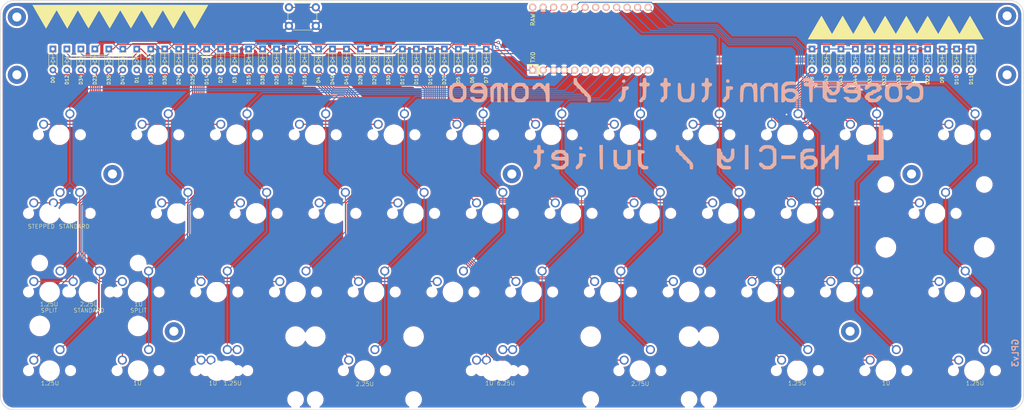
<source format=kicad_pcb>
(kicad_pcb (version 20171130) (host pcbnew "(5.1.4)-1")
  (layers (0 F.Cu signal hide) (31 B.Cu signal hide) (34 B.Paste user) (35 F.Paste user) (36 B.SilkS user) (37 F.SilkS user) (38 B.Mask user) (39 F.Mask user) (44 Edge.Cuts user))
  (net 0 "")
  (net 1 GND)
  (net 2 "Net-(D0-Pad2)")
  (net 3 row0)
  (net 4 "Net-(D1-Pad2)")
  (net 5 "Net-(D2-Pad2)")
  (net 6 "Net-(D3-Pad2)")
  (net 7 "Net-(D4-Pad2)")
  (net 8 "Net-(D5-Pad2)")
  (net 9 "Net-(D6-Pad2)")
  (net 10 "Net-(D7-Pad2)")
  (net 11 "Net-(D8-Pad2)")
  (net 12 "Net-(D9-Pad2)")
  (net 13 "Net-(D10-Pad2)")
  (net 14 "Net-(D11-Pad2)")
  (net 15 "Net-(D12-Pad2)")
  (net 16 row1)
  (net 17 "Net-(D13-Pad2)")
  (net 18 "Net-(D14-Pad2)")
  (net 19 "Net-(D15-Pad2)")
  (net 20 "Net-(D16-Pad2)")
  (net 21 "Net-(D17-Pad2)")
  (net 22 "Net-(D18-Pad2)")
  (net 23 "Net-(D19-Pad2)")
  (net 24 "Net-(D20-Pad2)")
  (net 25 "Net-(D21-Pad2)")
  (net 26 "Net-(D22-Pad2)")
  (net 27 "Net-(D23-Pad2)")
  (net 28 row2)
  (net 29 "Net-(D24-Pad2)")
  (net 30 "Net-(D25-Pad2)")
  (net 31 "Net-(D26-Pad2)")
  (net 32 "Net-(D27-Pad2)")
  (net 33 "Net-(D28-Pad2)")
  (net 34 "Net-(D29-Pad2)")
  (net 35 "Net-(D30-Pad2)")
  (net 36 "Net-(D31-Pad2)")
  (net 37 "Net-(D32-Pad2)")
  (net 38 "Net-(D33-Pad2)")
  (net 39 "Net-(D34-Pad2)")
  (net 40 row3)
  (net 41 "Net-(D35-Pad2)")
  (net 42 "Net-(D36-Pad2)")
  (net 43 "Net-(D38-Pad2)")
  (net 44 "Net-(D40-Pad2)")
  (net 45 "Net-(D41-Pad2)")
  (net 46 "Net-(D42-Pad2)")
  (net 47 "Net-(D43-Pad2)")
  (net 48 "Net-(D44-Pad2)")
  (net 49 reset)
  (net 50 col0)
  (net 51 col1)
  (net 52 col2)
  (net 53 col3)
  (net 54 col4)
  (net 55 col5)
  (net 56 col6)
  (net 57 col7)
  (net 58 col8)
  (net 59 col9)
  (net 60 col10)
  (net 61 col11)
  (net 62 "Net-(D47-Pad2)")
  (net 63 RAW)
  (net 64 "Net-(U1-Pad21)")
  (net 65 "Net-(U1-Pad18)")
  (net 66 "Net-(U1-Pad17)")
  (module keebio:ArduinoProMicro-TopSide (layer F.Cu) (at 166.4462 52.451)
    (fp_text reference U1 hide)
    (fp_text value Pro_Micro hide)
    (fp_text user TX0 (at -13.9 4.5 90) (layer F.SilkS))
    (fp_text user RAW (at -13.9 -4.6 90) (layer F.SilkS))
    (pad 24 thru_hole circle (at -13.97 -7.62) (size 1.7526 1.7526) (drill 1.0922) (layers *.Cu *.SilkS *.Mask) (net 63 RAW))
    (pad 12 thru_hole circle (at 13.97 7.62) (size 1.7526 1.7526) (drill 1.0922) (layers *.Cu *.SilkS *.Mask) (net 57 col7))
    (pad 23 thru_hole circle (at -11.43 -7.62) (size 1.7526 1.7526) (drill 1.0922) (layers *.Cu *.SilkS *.Mask) (net 1 GND))
    (pad 22 thru_hole circle (at -8.89 -7.62) (size 1.7526 1.7526) (drill 1.0922) (layers *.Cu *.SilkS *.Mask) (net 49 reset))
    (pad 21 thru_hole circle (at -6.35 -7.62) (size 1.7526 1.7526) (drill 1.0922) (layers *.Cu *.SilkS *.Mask) (net 64 "Net-(U1-Pad21)"))
    (pad 20 thru_hole circle (at -3.81 -7.62) (size 1.7526 1.7526) (drill 1.0922) (layers *.Cu *.SilkS *.Mask) (net 3 row0))
    (pad 19 thru_hole circle (at -1.27 -7.62) (size 1.7526 1.7526) (drill 1.0922) (layers *.Cu *.SilkS *.Mask) (net 40 row3))
    (pad 18 thru_hole circle (at 1.27 -7.62) (size 1.7526 1.7526) (drill 1.0922) (layers *.Cu *.SilkS *.Mask) (net 65 "Net-(U1-Pad18)"))
    (pad 17 thru_hole circle (at 3.81 -7.62) (size 1.7526 1.7526) (drill 1.0922) (layers *.Cu *.SilkS *.Mask) (net 66 "Net-(U1-Pad17)"))
    (pad 16 thru_hole circle (at 6.35 -7.62) (size 1.7526 1.7526) (drill 1.0922) (layers *.Cu *.SilkS *.Mask) (net 58 col8))
    (pad 15 thru_hole circle (at 8.89 -7.62) (size 1.7526 1.7526) (drill 1.0922) (layers *.Cu *.SilkS *.Mask) (net 59 col9))
    (pad 14 thru_hole circle (at 11.43 -7.62) (size 1.7526 1.7526) (drill 1.0922) (layers *.Cu *.SilkS *.Mask) (net 60 col10))
    (pad 13 thru_hole circle (at 13.97 -7.62) (size 1.7526 1.7526) (drill 1.0922) (layers *.Cu *.SilkS *.Mask) (net 61 col11))
    (pad 11 thru_hole circle (at 11.43 7.62) (size 1.7526 1.7526) (drill 1.0922) (layers *.Cu *.SilkS *.Mask) (net 56 col6))
    (pad 10 thru_hole circle (at 8.89 7.62) (size 1.7526 1.7526) (drill 1.0922) (layers *.Cu *.SilkS *.Mask) (net 55 col5))
    (pad 9 thru_hole circle (at 6.35 7.62) (size 1.7526 1.7526) (drill 1.0922) (layers *.Cu *.SilkS *.Mask) (net 54 col4))
    (pad 8 thru_hole circle (at 3.81 7.62) (size 1.7526 1.7526) (drill 1.0922) (layers *.Cu *.SilkS *.Mask) (net 53 col3))
    (pad 7 thru_hole circle (at 1.27 7.62) (size 1.7526 1.7526) (drill 1.0922) (layers *.Cu *.SilkS *.Mask) (net 52 col2))
    (pad 6 thru_hole circle (at -1.27 7.62) (size 1.7526 1.7526) (drill 1.0922) (layers *.Cu *.SilkS *.Mask) (net 51 col1))
    (pad 5 thru_hole circle (at -3.81 7.62) (size 1.7526 1.7526) (drill 1.0922) (layers *.Cu *.SilkS *.Mask) (net 50 col0))
    (pad 4 thru_hole circle (at -6.35 7.62) (size 1.7526 1.7526) (drill 1.0922) (layers *.Cu *.SilkS *.Mask) (net 1 GND))
    (pad 3 thru_hole circle (at -8.89 7.62) (size 1.7526 1.7526) (drill 1.0922) (layers *.Cu *.SilkS *.Mask) (net 1 GND))
    (pad 2 thru_hole circle (at -11.43 7.62) (size 1.7526 1.7526) (drill 1.0922) (layers *.Cu *.SilkS *.Mask) (net 16 row1))
    (pad 1 thru_hole rect (at -13.97 7.62) (size 1.7526 1.7526) (drill 1.0922) (layers *.Cu *.SilkS *.Mask) (net 28 row2))
  )
  (module "Custom Footies:triangles_400" (layer F.Cu) (at 240.3856 49.784 180)
    (fp_text reference G*** hide)
    (fp_text value LOGO hide)
  )
  (module "Custom Footies:triangles_400" (layer F.Cu) (at 52.6542 47.0916)
    (fp_text reference G*** hide)
    (fp_text value LOGO hide)
  )
  (module "Custom Footies:triangles_400" (layer F.Cu) (at 242.9002 47.0916)
    (fp_text reference G*** hide)
    (fp_text value LOGO hide)
  )
  (module "Custom Footies:triangles_400" (layer F.Cu) (at 55.3466 49.784 180)
    (fp_text reference G*** hide)
    (fp_text value LOGO hide)
  )
  (module juliet:juliet_logo_150_dpi (layer B.Cu) (at 189.6364 73.1266 180)
    (fp_text reference G*** hide)
    (fp_text value LOGO hide)
  )
  (module cftkb:SW_Cherry_MX1A_1.00u_PCB-NOSCREEN (layer F.Cu) (at 164.30625 89.69375)
    (fp_text reference SW18)
    (fp_text value KEYSW)
    (pad 1 thru_hole circle (at 0 0) (size 2.2 2.2) (drill 1.5) (layers *.Cu *.Mask) (net 56 col6))
    (pad 2 thru_hole circle (at -6.35 2.54) (size 2.2 2.2) (drill 1.5) (layers *.Cu *.Mask) (net 22 "Net-(D18-Pad2)"))
    (pad "" np_thru_hole circle (at -2.54 5.08) (size 4 4) (drill 4) (layers *.Cu *.Mask))
    (pad "" np_thru_hole circle (at -7.62 5.08) (size 1.7 1.7) (drill 1.7) (layers *.Cu *.Mask))
    (pad "" np_thru_hole circle (at 2.54 5.08) (size 1.7 1.7) (drill 1.7) (layers *.Cu *.Mask))
  )
  (module cftkb:D_DO-35_SOD27_P5.08mm_Horizontal (layer F.Cu) (at 70.20338 53.67655 270)
    (fp_text reference D25 (at 8.77 0 90) (layer F.SilkS) (effects (font (size 0.8 0.8))))
    (fp_text value D_Small)
    (pad 2 thru_hole oval (at 6.35 0 270) (size 1.6 1.6) (drill 0.8) (layers *.Cu *.Mask) (net 30 "Net-(D25-Pad2)"))
    (pad 1 thru_hole rect (at 1.27 0 270) (size 1.6 1.6) (drill 0.8) (layers *.Cu *.Mask) (net 28 row2))
  )
  (module cftkb:SW_Cherry_MX1A_1.00u_PCB-NOSCREEN (layer F.Cu) (at 59.53125 108.74375)
    (fp_text reference SW47)
    (fp_text value KEYSW)
    (pad 1 thru_hole circle (at 0 0) (size 2.2 2.2) (drill 1.5) (layers *.Cu *.Mask) (net 51 col1))
    (pad 2 thru_hole circle (at -6.35 2.54) (size 2.2 2.2) (drill 1.5) (layers *.Cu *.Mask) (net 62 "Net-(D47-Pad2)"))
    (pad "" np_thru_hole circle (at -2.54 5.08) (size 4 4) (drill 4) (layers *.Cu *.Mask))
    (pad "" np_thru_hole circle (at -7.62 5.08) (size 1.7 1.7) (drill 1.7) (layers *.Cu *.Mask))
    (pad "" np_thru_hole circle (at 2.54 5.08) (size 1.7 1.7) (drill 1.7) (layers *.Cu *.Mask))
  )
  (module cftkb:SW_Cherry_MX1A_1.25u_PCBNOSCREEN (layer F.Cu) (at 38.1 108.74375)
    (fp_text reference SW46)
    (fp_text value KEYSW)
    (pad 1 thru_hole circle (at 0 0) (size 2.2 2.2) (drill 1.5) (layers *.Cu *.Mask) (net 50 col0))
    (pad 2 thru_hole circle (at -6.35 2.54) (size 2.2 2.2) (drill 1.5) (layers *.Cu *.Mask) (net 27 "Net-(D23-Pad2)"))
    (pad "" np_thru_hole circle (at -2.54 5.08) (size 4 4) (drill 4) (layers *.Cu *.Mask))
    (pad "" np_thru_hole circle (at -7.62 5.08) (size 1.7 1.7) (drill 1.7) (layers *.Cu *.Mask))
    (pad "" np_thru_hole circle (at 2.54 5.08) (size 1.7 1.7) (drill 1.7) (layers *.Cu *.Mask))
  )
  (module cftkb:D_DO-35_SOD27_P5.08mm_Horizontal (layer F.Cu) (at 53.286715 53.67655 270)
    (fp_text reference D47 (at 8.77 0 90) (layer F.SilkS) (effects (font (size 0.8 0.8))))
    (fp_text value D_Small)
    (pad 2 thru_hole oval (at 6.35 0 270) (size 1.6 1.6) (drill 0.8) (layers *.Cu *.Mask) (net 62 "Net-(D47-Pad2)"))
    (pad 1 thru_hole rect (at 1.27 0 270) (size 1.6 1.6) (drill 0.8) (layers *.Cu *.Mask) (net 28 row2))
  )
  (module cftkb:MountingHole_2.2mm_M2_Pad (layer F.Cu) (at 229.31755 123.34875)
    (fp_text reference REF**)
    (fp_text value MountingHole_2.2mm_M2_Pad)
    (pad 1 thru_hole circle (at 0 0) (size 4.4 4.4) (drill 2.2) (layers *.Cu *.Mask))
  )
  (module cftkb:MountingHole_2.2mm_M2_Pad (layer F.Cu) (at 65.63995 123.34875)
    (fp_text reference REF**)
    (fp_text value MountingHole_2.2mm_M2_Pad)
    (pad 1 thru_hole circle (at 0 0) (size 4.4 4.4) (drill 2.2) (layers *.Cu *.Mask))
  )
  (module cftkb:MountingHole_2.2mm_M2_Pad (layer F.Cu) (at 50.78095 85.24875)
    (fp_text reference REF**)
    (fp_text value MountingHole_2.2mm_M2_Pad)
    (pad 1 thru_hole circle (at 0 0) (size 4.4 4.4) (drill 2.2) (layers *.Cu *.Mask))
  )
  (module cftkb:MountingHole_2.2mm_M2_Pad (layer F.Cu) (at 244.17655 85.24875)
    (fp_text reference REF**)
    (fp_text value MountingHole_2.2mm_M2_Pad)
    (pad 1 thru_hole circle (at 0 0) (size 4.4 4.4) (drill 2.2) (layers *.Cu *.Mask))
  )
  (module cftkb:MountingHole_2.2mm_M2_Pad (layer F.Cu) (at 147.441249 85.24875)
    (fp_text reference REF**)
    (fp_text value MountingHole_2.2mm_M2_Pad)
    (pad 1 thru_hole circle (at 0 0) (size 4.4 4.4) (drill 2.2) (layers *.Cu *.Mask))
  )
  (module cftkb:SW_Cherry_MX1A_1.25u_PCBNOSCREEN (layer F.Cu) (at 38.1 89.69375)
    (fp_text reference SW45)
    (fp_text value KEYSW)
    (pad 1 thru_hole circle (at 0 0) (size 2.2 2.2) (drill 1.5) (layers *.Cu *.Mask) (net 50 col0))
    (pad 2 thru_hole circle (at -6.35 2.54) (size 2.2 2.2) (drill 1.5) (layers *.Cu *.Mask) (net 15 "Net-(D12-Pad2)"))
    (pad "" np_thru_hole circle (at -2.54 5.08) (size 4 4) (drill 4) (layers *.Cu *.Mask))
    (pad "" np_thru_hole circle (at -7.62 5.08) (size 1.7 1.7) (drill 1.7) (layers *.Cu *.Mask))
    (pad "" np_thru_hole circle (at 2.54 5.08) (size 1.7 1.7) (drill 1.7) (layers *.Cu *.Mask))
  )
  (module cftkb:MountingHole_2.2mm_M2_Pad (layer F.Cu) (at 267.303749 46.923749)
    (fp_text reference REF**)
    (fp_text value MountingHole_2.2mm_M2_Pad)
    (pad 1 thru_hole circle (at 0 0) (size 4.4 4.4) (drill 2.2) (layers *.Cu *.Mask))
  )
  (module cftkb:MountingHole_2.2mm_M2_Pad (layer F.Cu) (at 267.303749 61.19875)
    (fp_text reference REF**)
    (fp_text value MountingHole_2.2mm_M2_Pad)
    (pad 1 thru_hole circle (at 0 0) (size 4.4 4.4) (drill 2.2) (layers *.Cu *.Mask))
  )
  (module cftkb:MountingHole_2.2mm_M2_Pad (layer F.Cu) (at 27.653751 61.19875)
    (fp_text reference REF**)
    (fp_text value MountingHole_2.2mm_M2_Pad)
    (pad 1 thru_hole circle (at 0 0) (size 4.4 4.4) (drill 2.2) (layers *.Cu *.Mask))
  )
  (module cftkb:MountingHole_2.2mm_M2_Pad (layer F.Cu) (at 27.653751 47.19875)
    (fp_text reference REF**)
    (fp_text value MountingHole_2.2mm_M2_Pad)
    (pad 1 thru_hole circle (at 0 0) (size 4.4 4.4) (drill 2.2) (layers *.Cu *.Mask))
  )
  (module cftkb:SW_Cherry_MX1A_1.00u_PCB-NOSCREEN (layer F.Cu) (at 140.49375 70.64375)
    (fp_text reference SW5)
    (fp_text value KEYSW)
    (pad 1 thru_hole circle (at 0 0) (size 2.2 2.2) (drill 1.5) (layers *.Cu *.Mask) (net 55 col5))
    (pad 2 thru_hole circle (at -6.35 2.54) (size 2.2 2.2) (drill 1.5) (layers *.Cu *.Mask) (net 8 "Net-(D5-Pad2)"))
    (pad "" np_thru_hole circle (at -2.54 5.08) (size 4 4) (drill 4) (layers *.Cu *.Mask))
    (pad "" np_thru_hole circle (at -7.62 5.08) (size 1.7 1.7) (drill 1.7) (layers *.Cu *.Mask))
    (pad "" np_thru_hole circle (at 2.54 5.08) (size 1.7 1.7) (drill 1.7) (layers *.Cu *.Mask))
  )
  (module cftkb:D_DO-35_SOD27_P5.08mm_Horizontal (layer F.Cu) (at 230.58745 53.67655 270)
    (fp_text reference D44 (at 8.77 0 90) (layer F.SilkS) (effects (font (size 0.8 0.8))))
    (fp_text value D_Small)
    (pad 2 thru_hole oval (at 6.35 0 270) (size 1.6 1.6) (drill 0.8) (layers *.Cu *.Mask) (net 48 "Net-(D44-Pad2)"))
    (pad 1 thru_hole rect (at 1.27 0 270) (size 1.6 1.6) (drill 0.8) (layers *.Cu *.Mask) (net 40 row3))
  )
  (module cftkb:MX-6.25U-Stabilizer (layer F.Cu) (at 145.0975 132.88265)
    (fp_text reference ST39)
    (fp_text value 6.25U (at 0.90805 3.057094) (layer F.SilkS) (effects (font (thickness 0.1))))
    (pad "" np_thru_hole circle (at 49.9999 -8.255) (size 3.9878 3.9878) (drill 3.9878) (layers *.Cu *.Mask))
    (pad "" np_thru_hole circle (at -49.9999 -8.255) (size 3.9878 3.9878) (drill 3.9878) (layers *.Cu *.Mask))
    (pad "" np_thru_hole circle (at 49.9999 6.985) (size 3.048 3.048) (drill 3.048) (layers *.Cu *.Mask))
    (pad "" np_thru_hole circle (at -49.9999 6.985) (size 3.048 3.048) (drill 3.048) (layers *.Cu *.Mask))
  )
  (module cftkb:SW_Cherry_MX1A_2.25u_PCBNOSCREEN (layer F.Cu) (at 114.3 127.79375)
    (fp_text reference SW38)
    (fp_text value KEYSW)
    (pad "" np_thru_hole circle (at -14.44 12.08 180) (size 3.05 3.05) (drill 3.05) (layers *.Cu *.Mask))
    (pad "" np_thru_hole circle (at 9.36 12.08 180) (size 3.05 3.05) (drill 3.05) (layers *.Cu *.Mask))
    (pad "" np_thru_hole circle (at 9.36 -3.16 180) (size 4 4) (drill 4) (layers *.Cu *.Mask))
    (pad "" np_thru_hole circle (at -14.44 -3.16 180) (size 4 4) (drill 4) (layers *.Cu *.Mask))
    (pad "" np_thru_hole circle (at 2.54 5.08) (size 1.7 1.7) (drill 1.7) (layers *.Cu *.Mask))
    (pad "" np_thru_hole circle (at -7.62 5.08) (size 1.7 1.7) (drill 1.7) (layers *.Cu *.Mask))
    (pad "" np_thru_hole circle (at -2.54 5.08) (size 4 4) (drill 4) (layers *.Cu *.Mask))
    (pad 2 thru_hole circle (at -6.35 2.54) (size 2.2 2.2) (drill 1.5) (layers *.Cu *.Mask) (net 43 "Net-(D38-Pad2)"))
    (pad 1 thru_hole circle (at 0 0) (size 2.2 2.2) (drill 1.5) (layers *.Cu *.Mask) (net 54 col4))
  )
  (module cftkb:SW_Cherry_MX1A_2.75u_PCB_NOSCREEN (layer F.Cu) (at 180.975 127.79375)
    (fp_text reference SW41)
    (fp_text value KEYSW)
    (pad 1 thru_hole circle (at 0 0) (size 2.2 2.2) (drill 1.5) (layers *.Cu *.Mask) (net 57 col7))
    (pad 2 thru_hole circle (at -6.35 2.54) (size 2.2 2.2) (drill 1.5) (layers *.Cu *.Mask) (net 45 "Net-(D41-Pad2)"))
    (pad "" np_thru_hole circle (at -2.54 5.08) (size 4 4) (drill 4) (layers *.Cu *.Mask))
    (pad "" np_thru_hole circle (at -7.62 5.08) (size 1.7 1.7) (drill 1.7) (layers *.Cu *.Mask))
    (pad "" np_thru_hole circle (at 2.54 5.08) (size 1.7 1.7) (drill 1.7) (layers *.Cu *.Mask))
    (pad "" np_thru_hole circle (at -14.44 -3.16 180) (size 4 4) (drill 4) (layers *.Cu *.Mask))
    (pad "" np_thru_hole circle (at 9.36 -3.16 180) (size 4 4) (drill 4) (layers *.Cu *.Mask))
    (pad "" np_thru_hole circle (at 9.36 12.08 180) (size 3.05 3.05) (drill 3.05) (layers *.Cu *.Mask))
    (pad "" np_thru_hole circle (at -14.44 12.08 180) (size 3.05 3.05) (drill 3.05) (layers *.Cu *.Mask))
  )
  (module cftkb:SW_Cherry_MX1A_1.25u_PCBNOSCREEN (layer F.Cu) (at 261.9375 127.79375)
    (fp_text reference SW44)
    (fp_text value KEYSW)
    (pad 1 thru_hole circle (at 0 0) (size 2.2 2.2) (drill 1.5) (layers *.Cu *.Mask) (net 61 col11))
    (pad 2 thru_hole circle (at -6.35 2.54) (size 2.2 2.2) (drill 1.5) (layers *.Cu *.Mask) (net 48 "Net-(D44-Pad2)"))
    (pad "" np_thru_hole circle (at -2.54 5.08) (size 4 4) (drill 4) (layers *.Cu *.Mask))
    (pad "" np_thru_hole circle (at -7.62 5.08) (size 1.7 1.7) (drill 1.7) (layers *.Cu *.Mask))
    (pad "" np_thru_hole circle (at 2.54 5.08) (size 1.7 1.7) (drill 1.7) (layers *.Cu *.Mask))
  )
  (module cftkb:SW_Cherry_MX1A_1.00u_PCB-NOSCREEN (layer F.Cu) (at 240.50625 127.79375)
    (fp_text reference SW43)
    (fp_text value KEYSW)
    (pad 1 thru_hole circle (at 0 0) (size 2.2 2.2) (drill 1.5) (layers *.Cu *.Mask) (net 60 col10))
    (pad 2 thru_hole circle (at -6.35 2.54) (size 2.2 2.2) (drill 1.5) (layers *.Cu *.Mask) (net 47 "Net-(D43-Pad2)"))
    (pad "" np_thru_hole circle (at -2.54 5.08) (size 4 4) (drill 4) (layers *.Cu *.Mask))
    (pad "" np_thru_hole circle (at -7.62 5.08) (size 1.7 1.7) (drill 1.7) (layers *.Cu *.Mask))
    (pad "" np_thru_hole circle (at 2.54 5.08) (size 1.7 1.7) (drill 1.7) (layers *.Cu *.Mask))
  )
  (module cftkb:SW_Cherry_MX1A_1.25u_PCBNOSCREEN (layer F.Cu) (at 219.075 127.79375)
    (fp_text reference SW42)
    (fp_text value KEYSW)
    (pad 1 thru_hole circle (at 0 0) (size 2.2 2.2) (drill 1.5) (layers *.Cu *.Mask) (net 59 col9))
    (pad 2 thru_hole circle (at -6.35 2.54) (size 2.2 2.2) (drill 1.5) (layers *.Cu *.Mask) (net 46 "Net-(D42-Pad2)"))
    (pad "" np_thru_hole circle (at -2.54 5.08) (size 4 4) (drill 4) (layers *.Cu *.Mask))
    (pad "" np_thru_hole circle (at -7.62 5.08) (size 1.7 1.7) (drill 1.7) (layers *.Cu *.Mask))
    (pad "" np_thru_hole circle (at 2.54 5.08) (size 1.7 1.7) (drill 1.7) (layers *.Cu *.Mask))
  )
  (module cftkb:SW_Cherry_MX1A_1.00u_PCB-NOSCREEN (layer F.Cu) (at 145.25625 127.79375)
    (fp_text reference SW40)
    (fp_text value KEYSW)
    (pad 1 thru_hole circle (at 0 0) (size 2.2 2.2) (drill 1.5) (layers *.Cu *.Mask) (net 56 col6))
    (pad 2 thru_hole circle (at -6.35 2.54) (size 2.2 2.2) (drill 1.5) (layers *.Cu *.Mask) (net 44 "Net-(D40-Pad2)"))
    (pad "" np_thru_hole circle (at -2.54 5.08) (size 4 4) (drill 4) (layers *.Cu *.Mask))
    (pad "" np_thru_hole circle (at -7.62 5.08) (size 1.7 1.7) (drill 1.7) (layers *.Cu *.Mask))
    (pad "" np_thru_hole circle (at 2.54 5.08) (size 1.7 1.7) (drill 1.7) (layers *.Cu *.Mask))
  )
  (module cftkb:SW_Cherry_MX1A_1.00u_PCB-NOSCREEN (layer F.Cu) (at 147.6375 127.79375)
    (fp_text reference SW39)
    (fp_text value KEYSW)
    (pad 1 thru_hole circle (at 0 0) (size 2.2 2.2) (drill 1.5) (layers *.Cu *.Mask) (net 56 col6))
    (pad 2 thru_hole circle (at -6.35 2.54) (size 2.2 2.2) (drill 1.5) (layers *.Cu *.Mask) (net 44 "Net-(D40-Pad2)"))
    (pad "" np_thru_hole circle (at -2.54 5.08) (size 4 4) (drill 4) (layers *.Cu *.Mask))
    (pad "" np_thru_hole circle (at -7.62 5.08) (size 1.7 1.7) (drill 1.7) (layers *.Cu *.Mask))
    (pad "" np_thru_hole circle (at 2.54 5.08) (size 1.7 1.7) (drill 1.7) (layers *.Cu *.Mask))
  )
  (module cftkb:SW_Cherry_MX1A_1.25u_PCBNOSCREEN (layer F.Cu) (at 80.9625 127.79375)
    (fp_text reference SW37)
    (fp_text value KEYSW)
    (pad 1 thru_hole circle (at 0 0) (size 2.2 2.2) (drill 1.5) (layers *.Cu *.Mask) (net 52 col2))
    (pad 2 thru_hole circle (at -6.35 2.54) (size 2.2 2.2) (drill 1.5) (layers *.Cu *.Mask) (net 42 "Net-(D36-Pad2)"))
    (pad "" np_thru_hole circle (at -2.54 5.08) (size 4 4) (drill 4) (layers *.Cu *.Mask))
    (pad "" np_thru_hole circle (at -7.62 5.08) (size 1.7 1.7) (drill 1.7) (layers *.Cu *.Mask))
    (pad "" np_thru_hole circle (at 2.54 5.08) (size 1.7 1.7) (drill 1.7) (layers *.Cu *.Mask))
  )
  (module cftkb:SW_Cherry_MX1A_1.00u_PCB-NOSCREEN (layer F.Cu) (at 78.58125 127.79375)
    (fp_text reference SW36)
    (fp_text value KEYSW)
    (pad 1 thru_hole circle (at 0 0) (size 2.2 2.2) (drill 1.5) (layers *.Cu *.Mask) (net 52 col2))
    (pad 2 thru_hole circle (at -6.35 2.54) (size 2.2 2.2) (drill 1.5) (layers *.Cu *.Mask) (net 42 "Net-(D36-Pad2)"))
    (pad "" np_thru_hole circle (at -2.54 5.08) (size 4 4) (drill 4) (layers *.Cu *.Mask))
    (pad "" np_thru_hole circle (at -7.62 5.08) (size 1.7 1.7) (drill 1.7) (layers *.Cu *.Mask))
    (pad "" np_thru_hole circle (at 2.54 5.08) (size 1.7 1.7) (drill 1.7) (layers *.Cu *.Mask))
  )
  (module cftkb:SW_Cherry_MX1A_1.00u_PCB-NOSCREEN (layer F.Cu) (at 59.53125 127.79375)
    (fp_text reference SW35)
    (fp_text value KEYSW)
    (pad 1 thru_hole circle (at 0 0) (size 2.2 2.2) (drill 1.5) (layers *.Cu *.Mask) (net 51 col1))
    (pad 2 thru_hole circle (at -6.35 2.54) (size 2.2 2.2) (drill 1.5) (layers *.Cu *.Mask) (net 41 "Net-(D35-Pad2)"))
    (pad "" np_thru_hole circle (at -2.54 5.08) (size 4 4) (drill 4) (layers *.Cu *.Mask))
    (pad "" np_thru_hole circle (at -7.62 5.08) (size 1.7 1.7) (drill 1.7) (layers *.Cu *.Mask))
    (pad "" np_thru_hole circle (at 2.54 5.08) (size 1.7 1.7) (drill 1.7) (layers *.Cu *.Mask))
  )
  (module cftkb:SW_Cherry_MX1A_1.25u_PCBNOSCREEN (layer F.Cu) (at 38.1 127.79581)
    (fp_text reference SW34)
    (fp_text value KEYSW)
    (pad 1 thru_hole circle (at 0 0) (size 2.2 2.2) (drill 1.5) (layers *.Cu *.Mask) (net 50 col0))
    (pad 2 thru_hole circle (at -6.35 2.54) (size 2.2 2.2) (drill 1.5) (layers *.Cu *.Mask) (net 39 "Net-(D34-Pad2)"))
    (pad "" np_thru_hole circle (at -2.54 5.08) (size 4 4) (drill 4) (layers *.Cu *.Mask))
    (pad "" np_thru_hole circle (at -7.62 5.08) (size 1.7 1.7) (drill 1.7) (layers *.Cu *.Mask))
    (pad "" np_thru_hole circle (at 2.54 5.08) (size 1.7 1.7) (drill 1.7) (layers *.Cu *.Mask))
  )
  (module cftkb:SW_Cherry_MX1A_1.75u_PCBNOSCREEN (layer F.Cu) (at 257.175 108.74375)
    (fp_text reference SW33)
    (fp_text value KEYSW)
    (pad 1 thru_hole circle (at 0 0) (size 2.2 2.2) (drill 1.5) (layers *.Cu *.Mask) (net 61 col11))
    (pad 2 thru_hole circle (at -6.35 2.54) (size 2.2 2.2) (drill 1.5) (layers *.Cu *.Mask) (net 38 "Net-(D33-Pad2)"))
    (pad "" np_thru_hole circle (at -2.54 5.08) (size 4 4) (drill 4) (layers *.Cu *.Mask))
    (pad "" np_thru_hole circle (at -7.62 5.08) (size 1.7 1.7) (drill 1.7) (layers *.Cu *.Mask))
    (pad "" np_thru_hole circle (at 2.54 5.08) (size 1.7 1.7) (drill 1.7) (layers *.Cu *.Mask))
  )
  (module cftkb:SW_Cherry_MX1A_1.00u_PCB-NOSCREEN (layer F.Cu) (at 230.98125 108.74375)
    (fp_text reference SW32)
    (fp_text value KEYSW)
    (pad 1 thru_hole circle (at 0 0) (size 2.2 2.2) (drill 1.5) (layers *.Cu *.Mask) (net 60 col10))
    (pad 2 thru_hole circle (at -6.35 2.54) (size 2.2 2.2) (drill 1.5) (layers *.Cu *.Mask) (net 37 "Net-(D32-Pad2)"))
    (pad "" np_thru_hole circle (at -2.54 5.08) (size 4 4) (drill 4) (layers *.Cu *.Mask))
    (pad "" np_thru_hole circle (at -7.62 5.08) (size 1.7 1.7) (drill 1.7) (layers *.Cu *.Mask))
    (pad "" np_thru_hole circle (at 2.54 5.08) (size 1.7 1.7) (drill 1.7) (layers *.Cu *.Mask))
  )
  (module cftkb:SW_Cherry_MX1A_1.00u_PCB-NOSCREEN (layer F.Cu) (at 211.93125 108.74375)
    (fp_text reference SW31)
    (fp_text value KEYSW)
    (pad 1 thru_hole circle (at 0 0) (size 2.2 2.2) (drill 1.5) (layers *.Cu *.Mask) (net 59 col9))
    (pad 2 thru_hole circle (at -6.35 2.54) (size 2.2 2.2) (drill 1.5) (layers *.Cu *.Mask) (net 36 "Net-(D31-Pad2)"))
    (pad "" np_thru_hole circle (at -2.54 5.08) (size 4 4) (drill 4) (layers *.Cu *.Mask))
    (pad "" np_thru_hole circle (at -7.62 5.08) (size 1.7 1.7) (drill 1.7) (layers *.Cu *.Mask))
    (pad "" np_thru_hole circle (at 2.54 5.08) (size 1.7 1.7) (drill 1.7) (layers *.Cu *.Mask))
  )
  (module cftkb:SW_Cherry_MX1A_1.00u_PCB-NOSCREEN (layer F.Cu) (at 192.88125 108.74375)
    (fp_text reference SW30)
    (fp_text value KEYSW)
    (pad 1 thru_hole circle (at 0 0) (size 2.2 2.2) (drill 1.5) (layers *.Cu *.Mask) (net 58 col8))
    (pad 2 thru_hole circle (at -6.35 2.54) (size 2.2 2.2) (drill 1.5) (layers *.Cu *.Mask) (net 35 "Net-(D30-Pad2)"))
    (pad "" np_thru_hole circle (at -2.54 5.08) (size 4 4) (drill 4) (layers *.Cu *.Mask))
    (pad "" np_thru_hole circle (at -7.62 5.08) (size 1.7 1.7) (drill 1.7) (layers *.Cu *.Mask))
    (pad "" np_thru_hole circle (at 2.54 5.08) (size 1.7 1.7) (drill 1.7) (layers *.Cu *.Mask))
  )
  (module cftkb:SW_Cherry_MX1A_1.00u_PCB-NOSCREEN (layer F.Cu) (at 173.83125 108.74375)
    (fp_text reference SW29)
    (fp_text value KEYSW)
    (pad 1 thru_hole circle (at 0 0) (size 2.2 2.2) (drill 1.5) (layers *.Cu *.Mask) (net 57 col7))
    (pad 2 thru_hole circle (at -6.35 2.54) (size 2.2 2.2) (drill 1.5) (layers *.Cu *.Mask) (net 34 "Net-(D29-Pad2)"))
    (pad "" np_thru_hole circle (at -2.54 5.08) (size 4 4) (drill 4) (layers *.Cu *.Mask))
    (pad "" np_thru_hole circle (at -7.62 5.08) (size 1.7 1.7) (drill 1.7) (layers *.Cu *.Mask))
    (pad "" np_thru_hole circle (at 2.54 5.08) (size 1.7 1.7) (drill 1.7) (layers *.Cu *.Mask))
  )
  (module cftkb:SW_Cherry_MX1A_1.00u_PCB-NOSCREEN (layer F.Cu) (at 154.78125 108.74375)
    (fp_text reference SW28)
    (fp_text value KEYSW)
    (pad 1 thru_hole circle (at 0 0) (size 2.2 2.2) (drill 1.5) (layers *.Cu *.Mask) (net 56 col6))
    (pad 2 thru_hole circle (at -6.35 2.54) (size 2.2 2.2) (drill 1.5) (layers *.Cu *.Mask) (net 33 "Net-(D28-Pad2)"))
    (pad "" np_thru_hole circle (at -2.54 5.08) (size 4 4) (drill 4) (layers *.Cu *.Mask))
    (pad "" np_thru_hole circle (at -7.62 5.08) (size 1.7 1.7) (drill 1.7) (layers *.Cu *.Mask))
    (pad "" np_thru_hole circle (at 2.54 5.08) (size 1.7 1.7) (drill 1.7) (layers *.Cu *.Mask))
  )
  (module cftkb:SW_Cherry_MX1A_1.00u_PCB-NOSCREEN (layer F.Cu) (at 135.73125 108.74375)
    (fp_text reference SW27)
    (fp_text value KEYSW)
    (pad 1 thru_hole circle (at 0 0) (size 2.2 2.2) (drill 1.5) (layers *.Cu *.Mask) (net 55 col5))
    (pad 2 thru_hole circle (at -6.35 2.54) (size 2.2 2.2) (drill 1.5) (layers *.Cu *.Mask) (net 32 "Net-(D27-Pad2)"))
    (pad "" np_thru_hole circle (at -2.54 5.08) (size 4 4) (drill 4) (layers *.Cu *.Mask))
    (pad "" np_thru_hole circle (at -7.62 5.08) (size 1.7 1.7) (drill 1.7) (layers *.Cu *.Mask))
    (pad "" np_thru_hole circle (at 2.54 5.08) (size 1.7 1.7) (drill 1.7) (layers *.Cu *.Mask))
  )
  (module cftkb:SW_Cherry_MX1A_1.00u_PCB-NOSCREEN (layer F.Cu) (at 116.68125 108.74375)
    (fp_text reference SW26)
    (fp_text value KEYSW)
    (pad 1 thru_hole circle (at 0 0) (size 2.2 2.2) (drill 1.5) (layers *.Cu *.Mask) (net 54 col4))
    (pad 2 thru_hole circle (at -6.35 2.54) (size 2.2 2.2) (drill 1.5) (layers *.Cu *.Mask) (net 31 "Net-(D26-Pad2)"))
    (pad "" np_thru_hole circle (at -2.54 5.08) (size 4 4) (drill 4) (layers *.Cu *.Mask))
    (pad "" np_thru_hole circle (at -7.62 5.08) (size 1.7 1.7) (drill 1.7) (layers *.Cu *.Mask))
    (pad "" np_thru_hole circle (at 2.54 5.08) (size 1.7 1.7) (drill 1.7) (layers *.Cu *.Mask))
  )
  (module cftkb:SW_Cherry_MX1A_1.00u_PCB-NOSCREEN (layer F.Cu) (at 97.63125 108.74375)
    (fp_text reference SW25)
    (fp_text value KEYSW)
    (pad 1 thru_hole circle (at 0 0) (size 2.2 2.2) (drill 1.5) (layers *.Cu *.Mask) (net 53 col3))
    (pad 2 thru_hole circle (at -6.35 2.54) (size 2.2 2.2) (drill 1.5) (layers *.Cu *.Mask) (net 30 "Net-(D25-Pad2)"))
    (pad "" np_thru_hole circle (at -2.54 5.08) (size 4 4) (drill 4) (layers *.Cu *.Mask))
    (pad "" np_thru_hole circle (at -7.62 5.08) (size 1.7 1.7) (drill 1.7) (layers *.Cu *.Mask))
    (pad "" np_thru_hole circle (at 2.54 5.08) (size 1.7 1.7) (drill 1.7) (layers *.Cu *.Mask))
  )
  (module cftkb:SW_Cherry_MX1A_1.00u_PCB-NOSCREEN (layer F.Cu) (at 78.58125 108.74375)
    (fp_text reference SW24)
    (fp_text value KEYSW)
    (pad 1 thru_hole circle (at 0 0) (size 2.2 2.2) (drill 1.5) (layers *.Cu *.Mask) (net 52 col2))
    (pad 2 thru_hole circle (at -6.35 2.54) (size 2.2 2.2) (drill 1.5) (layers *.Cu *.Mask) (net 29 "Net-(D24-Pad2)"))
    (pad "" np_thru_hole circle (at -2.54 5.08) (size 4 4) (drill 4) (layers *.Cu *.Mask))
    (pad "" np_thru_hole circle (at -7.62 5.08) (size 1.7 1.7) (drill 1.7) (layers *.Cu *.Mask))
    (pad "" np_thru_hole circle (at 2.54 5.08) (size 1.7 1.7) (drill 1.7) (layers *.Cu *.Mask))
  )
  (module cftkb:SW_Cherry_MX1A_2.25u_PCBNOSCREEN (layer F.Cu) (at 47.625 108.74375)
    (fp_text reference SW23)
    (fp_text value KEYSW)
    (pad "" np_thru_hole circle (at 9.36 -1.92) (size 3.05 3.05) (drill 3.05) (layers *.Cu *.Mask))
    (pad "" np_thru_hole circle (at -14.44 -1.92) (size 3.05 3.05) (drill 3.05) (layers *.Cu *.Mask))
    (pad "" np_thru_hole circle (at -14.44 13.32) (size 4 4) (drill 4) (layers *.Cu *.Mask))
    (pad "" np_thru_hole circle (at 9.36 13.32) (size 4 4) (drill 4) (layers *.Cu *.Mask))
    (pad "" np_thru_hole circle (at 2.54 5.08) (size 1.7 1.7) (drill 1.7) (layers *.Cu *.Mask))
    (pad "" np_thru_hole circle (at -7.62 5.08) (size 1.7 1.7) (drill 1.7) (layers *.Cu *.Mask))
    (pad "" np_thru_hole circle (at -2.54 5.08) (size 4 4) (drill 4) (layers *.Cu *.Mask))
    (pad 2 thru_hole circle (at -6.35 2.54) (size 2.2 2.2) (drill 1.5) (layers *.Cu *.Mask) (net 27 "Net-(D23-Pad2)"))
    (pad 1 thru_hole circle (at 0 0) (size 2.2 2.2) (drill 1.5) (layers *.Cu *.Mask) (net 50 col0))
  )
  (module cftkb:SW_Cherry_MX1A_2.25u_PCBNOSCREEN (layer F.Cu) (at 252.4125 89.69375)
    (fp_text reference SW22)
    (fp_text value KEYSW)
    (pad "" np_thru_hole circle (at 9.36 -1.92) (size 3.05 3.05) (drill 3.05) (layers *.Cu *.Mask))
    (pad "" np_thru_hole circle (at -14.44 -1.92) (size 3.05 3.05) (drill 3.05) (layers *.Cu *.Mask))
    (pad "" np_thru_hole circle (at -14.44 13.32) (size 4 4) (drill 4) (layers *.Cu *.Mask))
    (pad "" np_thru_hole circle (at 9.36 13.32) (size 4 4) (drill 4) (layers *.Cu *.Mask))
    (pad "" np_thru_hole circle (at 2.54 5.08) (size 1.7 1.7) (drill 1.7) (layers *.Cu *.Mask))
    (pad "" np_thru_hole circle (at -7.62 5.08) (size 1.7 1.7) (drill 1.7) (layers *.Cu *.Mask))
    (pad "" np_thru_hole circle (at -2.54 5.08) (size 4 4) (drill 4) (layers *.Cu *.Mask))
    (pad 2 thru_hole circle (at -6.35 2.54) (size 2.2 2.2) (drill 1.5) (layers *.Cu *.Mask) (net 26 "Net-(D22-Pad2)"))
    (pad 1 thru_hole circle (at 0 0) (size 2.2 2.2) (drill 1.5) (layers *.Cu *.Mask) (net 61 col11))
  )
  (module cftkb:SW_Cherry_MX1A_1.00u_PCB-NOSCREEN (layer F.Cu) (at 221.45625 89.69375)
    (fp_text reference SW21)
    (fp_text value KEYSW)
    (pad 1 thru_hole circle (at 0 0) (size 2.2 2.2) (drill 1.5) (layers *.Cu *.Mask) (net 59 col9))
    (pad 2 thru_hole circle (at -6.35 2.54) (size 2.2 2.2) (drill 1.5) (layers *.Cu *.Mask) (net 25 "Net-(D21-Pad2)"))
    (pad "" np_thru_hole circle (at -2.54 5.08) (size 4 4) (drill 4) (layers *.Cu *.Mask))
    (pad "" np_thru_hole circle (at -7.62 5.08) (size 1.7 1.7) (drill 1.7) (layers *.Cu *.Mask))
    (pad "" np_thru_hole circle (at 2.54 5.08) (size 1.7 1.7) (drill 1.7) (layers *.Cu *.Mask))
  )
  (module cftkb:SW_Cherry_MX1A_1.00u_PCB-NOSCREEN (layer F.Cu) (at 202.40625 89.69375)
    (fp_text reference SW20)
    (fp_text value KEYSW)
    (pad 1 thru_hole circle (at 0 0) (size 2.2 2.2) (drill 1.5) (layers *.Cu *.Mask) (net 58 col8))
    (pad 2 thru_hole circle (at -6.35 2.54) (size 2.2 2.2) (drill 1.5) (layers *.Cu *.Mask) (net 24 "Net-(D20-Pad2)"))
    (pad "" np_thru_hole circle (at -2.54 5.08) (size 4 4) (drill 4) (layers *.Cu *.Mask))
    (pad "" np_thru_hole circle (at -7.62 5.08) (size 1.7 1.7) (drill 1.7) (layers *.Cu *.Mask))
    (pad "" np_thru_hole circle (at 2.54 5.08) (size 1.7 1.7) (drill 1.7) (layers *.Cu *.Mask))
  )
  (module cftkb:SW_Cherry_MX1A_1.00u_PCB-NOSCREEN (layer F.Cu) (at 183.35625 89.69375)
    (fp_text reference SW19)
    (fp_text value KEYSW)
    (pad 1 thru_hole circle (at 0 0) (size 2.2 2.2) (drill 1.5) (layers *.Cu *.Mask) (net 57 col7))
    (pad 2 thru_hole circle (at -6.35 2.54) (size 2.2 2.2) (drill 1.5) (layers *.Cu *.Mask) (net 23 "Net-(D19-Pad2)"))
    (pad "" np_thru_hole circle (at -2.54 5.08) (size 4 4) (drill 4) (layers *.Cu *.Mask))
    (pad "" np_thru_hole circle (at -7.62 5.08) (size 1.7 1.7) (drill 1.7) (layers *.Cu *.Mask))
    (pad "" np_thru_hole circle (at 2.54 5.08) (size 1.7 1.7) (drill 1.7) (layers *.Cu *.Mask))
  )
  (module cftkb:SW_Cherry_MX1A_1.00u_PCB-NOSCREEN (layer F.Cu) (at 145.25625 89.69375)
    (fp_text reference SW17)
    (fp_text value KEYSW)
    (pad 1 thru_hole circle (at 0 0) (size 2.2 2.2) (drill 1.5) (layers *.Cu *.Mask) (net 55 col5))
    (pad 2 thru_hole circle (at -6.35 2.54) (size 2.2 2.2) (drill 1.5) (layers *.Cu *.Mask) (net 21 "Net-(D17-Pad2)"))
    (pad "" np_thru_hole circle (at -2.54 5.08) (size 4 4) (drill 4) (layers *.Cu *.Mask))
    (pad "" np_thru_hole circle (at -7.62 5.08) (size 1.7 1.7) (drill 1.7) (layers *.Cu *.Mask))
    (pad "" np_thru_hole circle (at 2.54 5.08) (size 1.7 1.7) (drill 1.7) (layers *.Cu *.Mask))
  )
  (module cftkb:SW_Cherry_MX1A_1.00u_PCB-NOSCREEN (layer F.Cu) (at 126.20625 89.69375)
    (fp_text reference SW16)
    (fp_text value KEYSW)
    (pad 1 thru_hole circle (at 0 0) (size 2.2 2.2) (drill 1.5) (layers *.Cu *.Mask) (net 54 col4))
    (pad 2 thru_hole circle (at -6.35 2.54) (size 2.2 2.2) (drill 1.5) (layers *.Cu *.Mask) (net 20 "Net-(D16-Pad2)"))
    (pad "" np_thru_hole circle (at -2.54 5.08) (size 4 4) (drill 4) (layers *.Cu *.Mask))
    (pad "" np_thru_hole circle (at -7.62 5.08) (size 1.7 1.7) (drill 1.7) (layers *.Cu *.Mask))
    (pad "" np_thru_hole circle (at 2.54 5.08) (size 1.7 1.7) (drill 1.7) (layers *.Cu *.Mask))
  )
  (module cftkb:SW_Cherry_MX1A_1.00u_PCB-NOSCREEN (layer F.Cu) (at 107.15625 89.69375)
    (fp_text reference SW15)
    (fp_text value KEYSW)
    (pad 1 thru_hole circle (at 0 0) (size 2.2 2.2) (drill 1.5) (layers *.Cu *.Mask) (net 53 col3))
    (pad 2 thru_hole circle (at -6.35 2.54) (size 2.2 2.2) (drill 1.5) (layers *.Cu *.Mask) (net 19 "Net-(D15-Pad2)"))
    (pad "" np_thru_hole circle (at -2.54 5.08) (size 4 4) (drill 4) (layers *.Cu *.Mask))
    (pad "" np_thru_hole circle (at -7.62 5.08) (size 1.7 1.7) (drill 1.7) (layers *.Cu *.Mask))
    (pad "" np_thru_hole circle (at 2.54 5.08) (size 1.7 1.7) (drill 1.7) (layers *.Cu *.Mask))
  )
  (module cftkb:SW_Cherry_MX1A_1.00u_PCB-NOSCREEN (layer F.Cu) (at 88.10625 89.69375)
    (fp_text reference SW14)
    (fp_text value KEYSW)
    (pad 1 thru_hole circle (at 0 0) (size 2.2 2.2) (drill 1.5) (layers *.Cu *.Mask) (net 52 col2))
    (pad 2 thru_hole circle (at -6.35 2.54) (size 2.2 2.2) (drill 1.5) (layers *.Cu *.Mask) (net 18 "Net-(D14-Pad2)"))
    (pad "" np_thru_hole circle (at -2.54 5.08) (size 4 4) (drill 4) (layers *.Cu *.Mask))
    (pad "" np_thru_hole circle (at -7.62 5.08) (size 1.7 1.7) (drill 1.7) (layers *.Cu *.Mask))
    (pad "" np_thru_hole circle (at 2.54 5.08) (size 1.7 1.7) (drill 1.7) (layers *.Cu *.Mask))
  )
  (module cftkb:SW_Cherry_MX1A_1.00u_PCB-NOSCREEN (layer F.Cu) (at 69.05625 89.69375)
    (fp_text reference SW13)
    (fp_text value KEYSW)
    (pad 1 thru_hole circle (at 0 0) (size 2.2 2.2) (drill 1.5) (layers *.Cu *.Mask) (net 51 col1))
    (pad 2 thru_hole circle (at -6.35 2.54) (size 2.2 2.2) (drill 1.5) (layers *.Cu *.Mask) (net 17 "Net-(D13-Pad2)"))
    (pad "" np_thru_hole circle (at -2.54 5.08) (size 4 4) (drill 4) (layers *.Cu *.Mask))
    (pad "" np_thru_hole circle (at -7.62 5.08) (size 1.7 1.7) (drill 1.7) (layers *.Cu *.Mask))
    (pad "" np_thru_hole circle (at 2.54 5.08) (size 1.7 1.7) (drill 1.7) (layers *.Cu *.Mask))
  )
  (module cftkb:SW_Cherry_MX1A_1.75u_PCBNOSCREEN (layer F.Cu) (at 42.8625 89.69375)
    (fp_text reference SW12)
    (fp_text value KEYSW)
    (pad 1 thru_hole circle (at 0 0) (size 2.2 2.2) (drill 1.5) (layers *.Cu *.Mask) (net 50 col0))
    (pad 2 thru_hole circle (at -6.35 2.54) (size 2.2 2.2) (drill 1.5) (layers *.Cu *.Mask) (net 15 "Net-(D12-Pad2)"))
    (pad "" np_thru_hole circle (at -2.54 5.08) (size 4 4) (drill 4) (layers *.Cu *.Mask))
    (pad "" np_thru_hole circle (at -7.62 5.08) (size 1.7 1.7) (drill 1.7) (layers *.Cu *.Mask))
    (pad "" np_thru_hole circle (at 2.54 5.08) (size 1.7 1.7) (drill 1.7) (layers *.Cu *.Mask))
  )
  (module cftkb:SW_Cherry_MX1A_1.50u_PCBNOSCREEN (layer F.Cu) (at 259.55625 70.64375)
    (fp_text reference SW11)
    (fp_text value KEYSW)
    (pad "" np_thru_hole circle (at 2.54 5.08) (size 1.7 1.7) (drill 1.7) (layers *.Cu *.Mask))
    (pad "" np_thru_hole circle (at -7.62 5.08) (size 1.7 1.7) (drill 1.7) (layers *.Cu *.Mask))
    (pad "" np_thru_hole circle (at -2.54 5.08) (size 4 4) (drill 4) (layers *.Cu *.Mask))
    (pad 2 thru_hole circle (at -6.35 2.54) (size 2.2 2.2) (drill 1.5) (layers *.Cu *.Mask) (net 14 "Net-(D11-Pad2)"))
    (pad 1 thru_hole circle (at 0 0) (size 2.2 2.2) (drill 1.5) (layers *.Cu *.Mask) (net 61 col11))
  )
  (module cftkb:SW_Cherry_MX1A_1.00u_PCB-NOSCREEN (layer F.Cu) (at 235.74375 70.64375)
    (fp_text reference SW10)
    (fp_text value KEYSW)
    (pad 1 thru_hole circle (at 0 0) (size 2.2 2.2) (drill 1.5) (layers *.Cu *.Mask) (net 60 col10))
    (pad 2 thru_hole circle (at -6.35 2.54) (size 2.2 2.2) (drill 1.5) (layers *.Cu *.Mask) (net 13 "Net-(D10-Pad2)"))
    (pad "" np_thru_hole circle (at -2.54 5.08) (size 4 4) (drill 4) (layers *.Cu *.Mask))
    (pad "" np_thru_hole circle (at -7.62 5.08) (size 1.7 1.7) (drill 1.7) (layers *.Cu *.Mask))
    (pad "" np_thru_hole circle (at 2.54 5.08) (size 1.7 1.7) (drill 1.7) (layers *.Cu *.Mask))
  )
  (module cftkb:SW_Cherry_MX1A_1.00u_PCB-NOSCREEN (layer F.Cu) (at 216.69375 70.64375)
    (fp_text reference SW9)
    (fp_text value KEYSW)
    (pad 1 thru_hole circle (at 0 0) (size 2.2 2.2) (drill 1.5) (layers *.Cu *.Mask) (net 59 col9))
    (pad 2 thru_hole circle (at -6.35 2.54) (size 2.2 2.2) (drill 1.5) (layers *.Cu *.Mask) (net 12 "Net-(D9-Pad2)"))
    (pad "" np_thru_hole circle (at -2.54 5.08) (size 4 4) (drill 4) (layers *.Cu *.Mask))
    (pad "" np_thru_hole circle (at -7.62 5.08) (size 1.7 1.7) (drill 1.7) (layers *.Cu *.Mask))
    (pad "" np_thru_hole circle (at 2.54 5.08) (size 1.7 1.7) (drill 1.7) (layers *.Cu *.Mask))
  )
  (module cftkb:SW_Cherry_MX1A_1.00u_PCB-NOSCREEN (layer F.Cu) (at 197.64375 70.64375)
    (fp_text reference SW8)
    (fp_text value KEYSW)
    (pad 1 thru_hole circle (at 0 0) (size 2.2 2.2) (drill 1.5) (layers *.Cu *.Mask) (net 58 col8))
    (pad 2 thru_hole circle (at -6.35 2.54) (size 2.2 2.2) (drill 1.5) (layers *.Cu *.Mask) (net 11 "Net-(D8-Pad2)"))
    (pad "" np_thru_hole circle (at -2.54 5.08) (size 4 4) (drill 4) (layers *.Cu *.Mask))
    (pad "" np_thru_hole circle (at -7.62 5.08) (size 1.7 1.7) (drill 1.7) (layers *.Cu *.Mask))
    (pad "" np_thru_hole circle (at 2.54 5.08) (size 1.7 1.7) (drill 1.7) (layers *.Cu *.Mask))
  )
  (module cftkb:SW_Cherry_MX1A_1.00u_PCB-NOSCREEN (layer F.Cu) (at 178.59375 70.64375)
    (fp_text reference SW7)
    (fp_text value KEYSW)
    (pad 1 thru_hole circle (at 0 0) (size 2.2 2.2) (drill 1.5) (layers *.Cu *.Mask) (net 57 col7))
    (pad 2 thru_hole circle (at -6.35 2.54) (size 2.2 2.2) (drill 1.5) (layers *.Cu *.Mask) (net 10 "Net-(D7-Pad2)"))
    (pad "" np_thru_hole circle (at -2.54 5.08) (size 4 4) (drill 4) (layers *.Cu *.Mask))
    (pad "" np_thru_hole circle (at -7.62 5.08) (size 1.7 1.7) (drill 1.7) (layers *.Cu *.Mask))
    (pad "" np_thru_hole circle (at 2.54 5.08) (size 1.7 1.7) (drill 1.7) (layers *.Cu *.Mask))
  )
  (module cftkb:SW_Cherry_MX1A_1.00u_PCB-NOSCREEN (layer F.Cu) (at 159.54375 70.64375)
    (fp_text reference SW6)
    (fp_text value KEYSW)
    (pad 1 thru_hole circle (at 0 0) (size 2.2 2.2) (drill 1.5) (layers *.Cu *.Mask) (net 56 col6))
    (pad 2 thru_hole circle (at -6.35 2.54) (size 2.2 2.2) (drill 1.5) (layers *.Cu *.Mask) (net 9 "Net-(D6-Pad2)"))
    (pad "" np_thru_hole circle (at -2.54 5.08) (size 4 4) (drill 4) (layers *.Cu *.Mask))
    (pad "" np_thru_hole circle (at -7.62 5.08) (size 1.7 1.7) (drill 1.7) (layers *.Cu *.Mask))
    (pad "" np_thru_hole circle (at 2.54 5.08) (size 1.7 1.7) (drill 1.7) (layers *.Cu *.Mask))
  )
  (module cftkb:SW_Cherry_MX1A_1.00u_PCB-NOSCREEN (layer F.Cu) (at 121.44375 70.64375)
    (fp_text reference SW4)
    (fp_text value KEYSW)
    (pad 1 thru_hole circle (at 0 0) (size 2.2 2.2) (drill 1.5) (layers *.Cu *.Mask) (net 54 col4))
    (pad 2 thru_hole circle (at -6.35 2.54) (size 2.2 2.2) (drill 1.5) (layers *.Cu *.Mask) (net 7 "Net-(D4-Pad2)"))
    (pad "" np_thru_hole circle (at -2.54 5.08) (size 4 4) (drill 4) (layers *.Cu *.Mask))
    (pad "" np_thru_hole circle (at -7.62 5.08) (size 1.7 1.7) (drill 1.7) (layers *.Cu *.Mask))
    (pad "" np_thru_hole circle (at 2.54 5.08) (size 1.7 1.7) (drill 1.7) (layers *.Cu *.Mask))
  )
  (module cftkb:SW_Cherry_MX1A_1.00u_PCB-NOSCREEN (layer F.Cu) (at 102.39375 70.64375)
    (fp_text reference SW3)
    (fp_text value KEYSW)
    (pad 1 thru_hole circle (at 0 0) (size 2.2 2.2) (drill 1.5) (layers *.Cu *.Mask) (net 53 col3))
    (pad 2 thru_hole circle (at -6.35 2.54) (size 2.2 2.2) (drill 1.5) (layers *.Cu *.Mask) (net 6 "Net-(D3-Pad2)"))
    (pad "" np_thru_hole circle (at -2.54 5.08) (size 4 4) (drill 4) (layers *.Cu *.Mask))
    (pad "" np_thru_hole circle (at -7.62 5.08) (size 1.7 1.7) (drill 1.7) (layers *.Cu *.Mask))
    (pad "" np_thru_hole circle (at 2.54 5.08) (size 1.7 1.7) (drill 1.7) (layers *.Cu *.Mask))
  )
  (module cftkb:SW_Cherry_MX1A_1.00u_PCB-NOSCREEN (layer F.Cu) (at 83.34375 70.64375)
    (fp_text reference SW2)
    (fp_text value KEYSW)
    (pad 1 thru_hole circle (at 0 0) (size 2.2 2.2) (drill 1.5) (layers *.Cu *.Mask) (net 52 col2))
    (pad 2 thru_hole circle (at -6.35 2.54) (size 2.2 2.2) (drill 1.5) (layers *.Cu *.Mask) (net 5 "Net-(D2-Pad2)"))
    (pad "" np_thru_hole circle (at -2.54 5.08) (size 4 4) (drill 4) (layers *.Cu *.Mask))
    (pad "" np_thru_hole circle (at -7.62 5.08) (size 1.7 1.7) (drill 1.7) (layers *.Cu *.Mask))
    (pad "" np_thru_hole circle (at 2.54 5.08) (size 1.7 1.7) (drill 1.7) (layers *.Cu *.Mask))
  )
  (module cftkb:SW_Cherry_MX1A_1.00u_PCB-NOSCREEN (layer F.Cu) (at 64.29375 70.64375)
    (fp_text reference SW1)
    (fp_text value KEYSW)
    (pad 1 thru_hole circle (at 0 0) (size 2.2 2.2) (drill 1.5) (layers *.Cu *.Mask) (net 51 col1))
    (pad 2 thru_hole circle (at -6.35 2.54) (size 2.2 2.2) (drill 1.5) (layers *.Cu *.Mask) (net 4 "Net-(D1-Pad2)"))
    (pad "" np_thru_hole circle (at -2.54 5.08) (size 4 4) (drill 4) (layers *.Cu *.Mask))
    (pad "" np_thru_hole circle (at -7.62 5.08) (size 1.7 1.7) (drill 1.7) (layers *.Cu *.Mask))
    (pad "" np_thru_hole circle (at 2.54 5.08) (size 1.7 1.7) (drill 1.7) (layers *.Cu *.Mask))
  )
  (module cftkb:SW_Cherry_MX1A_1.50u_PCBNOSCREEN (layer F.Cu) (at 40.48125 70.64375)
    (fp_text reference SW0)
    (fp_text value KEYSW)
    (pad "" np_thru_hole circle (at 2.54 5.08) (size 1.7 1.7) (drill 1.7) (layers *.Cu *.Mask))
    (pad "" np_thru_hole circle (at -7.62 5.08) (size 1.7 1.7) (drill 1.7) (layers *.Cu *.Mask))
    (pad "" np_thru_hole circle (at -2.54 5.08) (size 4 4) (drill 4) (layers *.Cu *.Mask))
    (pad 2 thru_hole circle (at -6.35 2.54) (size 2.2 2.2) (drill 1.5) (layers *.Cu *.Mask) (net 2 "Net-(D0-Pad2)"))
    (pad 1 thru_hole circle (at 0 0) (size 2.2 2.2) (drill 1.5) (layers *.Cu *.Mask) (net 50 col0))
  )
  (module cftkb:SW_PUSH_6mm (layer F.Cu) (at 100 49.3522 180)
    (fp_text reference RESET1)
    (fp_text value RESET (at 3.166198 6.5278) (layer F.SilkS))
    (pad 1 thru_hole circle (at 6.5 0 270) (size 2 2) (drill 1.1) (layers *.Cu *.Mask) (net 1 GND))
    (pad 2 thru_hole circle (at 6.5 4.5 270) (size 2 2) (drill 1.1) (layers *.Cu *.Mask) (net 49 reset))
    (pad 1 thru_hole circle (at 0 0 270) (size 2 2) (drill 1.1) (layers *.Cu *.Mask) (net 1 GND))
    (pad 2 thru_hole circle (at 0 4.5 270) (size 2 2) (drill 1.1) (layers *.Cu *.Mask) (net 49 reset))
  )
  (module cftkb:D_DO-35_SOD27_P5.08mm_Horizontal (layer F.Cu) (at 227.08745 53.67655 270)
    (fp_text reference D43 (at 8.77 0 90) (layer F.SilkS) (effects (font (size 0.8 0.8))))
    (fp_text value D_Small)
    (pad 2 thru_hole oval (at 6.35 0 270) (size 1.6 1.6) (drill 0.8) (layers *.Cu *.Mask) (net 47 "Net-(D43-Pad2)"))
    (pad 1 thru_hole rect (at 1.27 0 270) (size 1.6 1.6) (drill 0.8) (layers *.Cu *.Mask) (net 40 row3))
  )
  (module cftkb:D_DO-35_SOD27_P5.08mm_Horizontal (layer F.Cu) (at 223.58745 53.67655 270)
    (fp_text reference D42 (at 8.77 0 90) (layer F.SilkS) (effects (font (size 0.8 0.8))))
    (fp_text value D_Small)
    (pad 2 thru_hole oval (at 6.35 0 270) (size 1.6 1.6) (drill 0.8) (layers *.Cu *.Mask) (net 46 "Net-(D42-Pad2)"))
    (pad 1 thru_hole rect (at 1.27 0 270) (size 1.6 1.6) (drill 0.8) (layers *.Cu *.Mask) (net 40 row3))
  )
  (module cftkb:D_DO-35_SOD27_P5.08mm_Horizontal (layer F.Cu) (at 107.420043 53.67655 270)
    (fp_text reference D41 (at 8.77 0 90) (layer F.SilkS) (effects (font (size 0.8 0.8))))
    (fp_text value D_Small)
    (pad 2 thru_hole oval (at 6.35 0 270) (size 1.6 1.6) (drill 0.8) (layers *.Cu *.Mask) (net 45 "Net-(D41-Pad2)"))
    (pad 1 thru_hole rect (at 1.27 0 270) (size 1.6 1.6) (drill 0.8) (layers *.Cu *.Mask) (net 40 row3))
  )
  (module cftkb:D_DO-35_SOD27_P5.08mm_Horizontal (layer F.Cu) (at 104.03671 53.67655 270)
    (fp_text reference D40 (at 8.77 0 90) (layer F.SilkS) (effects (font (size 0.8 0.8))))
    (fp_text value D_Small)
    (pad 2 thru_hole oval (at 6.35 0 270) (size 1.6 1.6) (drill 0.8) (layers *.Cu *.Mask) (net 44 "Net-(D40-Pad2)"))
    (pad 1 thru_hole rect (at 1.27 0 270) (size 1.6 1.6) (drill 0.8) (layers *.Cu *.Mask) (net 40 row3))
  )
  (module cftkb:D_DO-35_SOD27_P5.08mm_Horizontal (layer F.Cu) (at 87.120045 53.67655 270)
    (fp_text reference D38 (at 8.77 0 90) (layer F.SilkS) (effects (font (size 0.8 0.8))))
    (fp_text value D_Small)
    (pad 2 thru_hole oval (at 6.35 0 270) (size 1.6 1.6) (drill 0.8) (layers *.Cu *.Mask) (net 43 "Net-(D38-Pad2)"))
    (pad 1 thru_hole rect (at 1.27 0 270) (size 1.6 1.6) (drill 0.8) (layers *.Cu *.Mask) (net 40 row3))
  )
  (module cftkb:D_DO-35_SOD27_P5.08mm_Horizontal (layer F.Cu) (at 63.436714 53.67655 270)
    (fp_text reference D36 (at 8.77 0 90) (layer F.SilkS) (effects (font (size 0.8 0.8))))
    (fp_text value D_Small)
    (pad 2 thru_hole oval (at 6.35 0 270) (size 1.6 1.6) (drill 0.8) (layers *.Cu *.Mask) (net 42 "Net-(D36-Pad2)"))
    (pad 1 thru_hole rect (at 1.27 0 270) (size 1.6 1.6) (drill 0.8) (layers *.Cu *.Mask) (net 40 row3))
  )
  (module cftkb:D_DO-35_SOD27_P5.08mm_Horizontal (layer F.Cu) (at 49.903382 53.67655 270)
    (fp_text reference D35 (at 8.77 0 90) (layer F.SilkS) (effects (font (size 0.8 0.8))))
    (fp_text value D_Small)
    (pad 2 thru_hole oval (at 6.35 0 270) (size 1.6 1.6) (drill 0.8) (layers *.Cu *.Mask) (net 41 "Net-(D35-Pad2)"))
    (pad 1 thru_hole rect (at 1.27 0 270) (size 1.6 1.6) (drill 0.8) (layers *.Cu *.Mask) (net 40 row3))
  )
  (module cftkb:D_DO-35_SOD27_P5.08mm_Horizontal (layer F.Cu) (at 43.136716 53.67655 270)
    (fp_text reference D34 (at 8.77 0 90) (layer F.SilkS) (effects (font (size 0.8 0.8))))
    (fp_text value D_Small)
    (pad 2 thru_hole oval (at 6.35 0 270) (size 1.6 1.6) (drill 0.8) (layers *.Cu *.Mask) (net 39 "Net-(D34-Pad2)"))
    (pad 1 thru_hole rect (at 1.27 0 270) (size 1.6 1.6) (drill 0.8) (layers *.Cu *.Mask) (net 40 row3))
  )
  (module cftkb:D_DO-35_SOD27_P5.08mm_Horizontal (layer F.Cu) (at 241.08745 53.67655 270)
    (fp_text reference D33 (at 8.77 0 90) (layer F.SilkS) (effects (font (size 0.8 0.8))))
    (fp_text value D_Small)
    (pad 2 thru_hole oval (at 6.35 0 270) (size 1.6 1.6) (drill 0.8) (layers *.Cu *.Mask) (net 38 "Net-(D33-Pad2)"))
    (pad 1 thru_hole rect (at 1.27 0 270) (size 1.6 1.6) (drill 0.8) (layers *.Cu *.Mask) (net 28 row2))
  )
  (module cftkb:D_DO-35_SOD27_P5.08mm_Horizontal (layer F.Cu) (at 237.58745 53.67655 270)
    (fp_text reference D32 (at 8.77 0 90) (layer F.SilkS) (effects (font (size 0.8 0.8))))
    (fp_text value D_Small)
    (pad 2 thru_hole oval (at 6.35 0 270) (size 1.6 1.6) (drill 0.8) (layers *.Cu *.Mask) (net 37 "Net-(D32-Pad2)"))
    (pad 1 thru_hole rect (at 1.27 0 270) (size 1.6 1.6) (drill 0.8) (layers *.Cu *.Mask) (net 28 row2))
  )
  (module cftkb:D_DO-35_SOD27_P5.08mm_Horizontal (layer F.Cu) (at 234.08745 53.67655 270)
    (fp_text reference D31 (at 8.77 0 90) (layer F.SilkS) (effects (font (size 0.8 0.8))))
    (fp_text value D_Small)
    (pad 2 thru_hole oval (at 6.35 0 270) (size 1.6 1.6) (drill 0.8) (layers *.Cu *.Mask) (net 36 "Net-(D31-Pad2)"))
    (pad 1 thru_hole rect (at 1.27 0 270) (size 1.6 1.6) (drill 0.8) (layers *.Cu *.Mask) (net 28 row2))
  )
  (module cftkb:D_DO-35_SOD27_P5.08mm_Horizontal (layer F.Cu) (at 117.570042 53.67655 270)
    (fp_text reference D30 (at 8.77 0 90) (layer F.SilkS) (effects (font (size 0.8 0.8))))
    (fp_text value D_Small)
    (pad 2 thru_hole oval (at 6.35 0 270) (size 1.6 1.6) (drill 0.8) (layers *.Cu *.Mask) (net 35 "Net-(D30-Pad2)"))
    (pad 1 thru_hole rect (at 1.27 0 270) (size 1.6 1.6) (drill 0.8) (layers *.Cu *.Mask) (net 28 row2))
  )
  (module cftkb:D_DO-35_SOD27_P5.08mm_Horizontal (layer F.Cu) (at 114.186709 53.67655 270)
    (fp_text reference D29 (at 8.77 0 90) (layer F.SilkS) (effects (font (size 0.8 0.8))))
    (fp_text value D_Small)
    (pad 2 thru_hole oval (at 6.35 0 270) (size 1.6 1.6) (drill 0.8) (layers *.Cu *.Mask) (net 34 "Net-(D29-Pad2)"))
    (pad 1 thru_hole rect (at 1.27 0 270) (size 1.6 1.6) (drill 0.8) (layers *.Cu *.Mask) (net 28 row2))
  )
  (module cftkb:D_DO-35_SOD27_P5.08mm_Horizontal (layer F.Cu) (at 110.803376 53.67655 270)
    (fp_text reference D28 (at 8.77 0 90) (layer F.SilkS) (effects (font (size 0.8 0.8))))
    (fp_text value D_Small)
    (pad 2 thru_hole oval (at 6.35 0 270) (size 1.6 1.6) (drill 0.8) (layers *.Cu *.Mask) (net 33 "Net-(D28-Pad2)"))
    (pad 1 thru_hole rect (at 1.27 0 270) (size 1.6 1.6) (drill 0.8) (layers *.Cu *.Mask) (net 28 row2))
  )
  (module cftkb:D_DO-35_SOD27_P5.08mm_Horizontal (layer F.Cu) (at 93.886711 53.67655 270)
    (fp_text reference D27 (at 8.77 0 90) (layer F.SilkS) (effects (font (size 0.8 0.8))))
    (fp_text value D_Small)
    (pad 2 thru_hole oval (at 6.35 0 270) (size 1.6 1.6) (drill 0.8) (layers *.Cu *.Mask) (net 32 "Net-(D27-Pad2)"))
    (pad 1 thru_hole rect (at 1.27 0 270) (size 1.6 1.6) (drill 0.8) (layers *.Cu *.Mask) (net 28 row2))
  )
  (module cftkb:D_DO-35_SOD27_P5.08mm_Horizontal (layer F.Cu) (at 90.503378 53.67655 270)
    (fp_text reference D26 (at 8.77 0 90) (layer F.SilkS) (effects (font (size 0.8 0.8))))
    (fp_text value D_Small)
    (pad 2 thru_hole oval (at 6.35 0 270) (size 1.6 1.6) (drill 0.8) (layers *.Cu *.Mask) (net 31 "Net-(D26-Pad2)"))
    (pad 1 thru_hole rect (at 1.27 0 270) (size 1.6 1.6) (drill 0.8) (layers *.Cu *.Mask) (net 28 row2))
  )
  (module cftkb:D_DO-35_SOD27_P5.08mm_Horizontal (layer F.Cu) (at 66.820047 53.67655 270)
    (fp_text reference D24 (at 8.77 0 90) (layer F.SilkS) (effects (font (size 0.8 0.8))))
    (fp_text value D_Small)
    (pad 2 thru_hole oval (at 6.35 0 270) (size 1.6 1.6) (drill 0.8) (layers *.Cu *.Mask) (net 29 "Net-(D24-Pad2)"))
    (pad 1 thru_hole rect (at 1.27 0 270) (size 1.6 1.6) (drill 0.8) (layers *.Cu *.Mask) (net 28 row2))
  )
  (module cftkb:D_DO-35_SOD27_P5.08mm_Horizontal (layer F.Cu) (at 46.520049 53.67655 270)
    (fp_text reference D23 (at 8.77 0 90) (layer F.SilkS) (effects (font (size 0.8 0.8))))
    (fp_text value D_Small)
    (pad 2 thru_hole oval (at 6.35 0 270) (size 1.6 1.6) (drill 0.8) (layers *.Cu *.Mask) (net 27 "Net-(D23-Pad2)"))
    (pad 1 thru_hole rect (at 1.27 0 270) (size 1.6 1.6) (drill 0.8) (layers *.Cu *.Mask) (net 28 row2))
  )
  (module cftkb:D_DO-35_SOD27_P5.08mm_Horizontal (layer F.Cu) (at 248.08745 53.67655 270)
    (fp_text reference D22 (at 8.77 0 90) (layer F.SilkS) (effects (font (size 0.8 0.8))))
    (fp_text value D_Small)
    (pad 2 thru_hole oval (at 6.35 0 270) (size 1.6 1.6) (drill 0.8) (layers *.Cu *.Mask) (net 26 "Net-(D22-Pad2)"))
    (pad 1 thru_hole rect (at 1.27 0 270) (size 1.6 1.6) (drill 0.8) (layers *.Cu *.Mask) (net 16 row1))
  )
  (module cftkb:D_DO-35_SOD27_P5.08mm_Horizontal (layer F.Cu) (at 244.58745 53.67655 270)
    (fp_text reference D21 (at 8.77 0 90) (layer F.SilkS) (effects (font (size 0.8 0.8))))
    (fp_text value D_Small)
    (pad 2 thru_hole oval (at 6.35 0 270) (size 1.6 1.6) (drill 0.8) (layers *.Cu *.Mask) (net 25 "Net-(D21-Pad2)"))
    (pad 1 thru_hole rect (at 1.27 0 270) (size 1.6 1.6) (drill 0.8) (layers *.Cu *.Mask) (net 16 row1))
  )
  (module cftkb:D_DO-35_SOD27_P5.08mm_Horizontal (layer F.Cu) (at 131.103374 53.67655 270)
    (fp_text reference D20 (at 8.77 0 90) (layer F.SilkS) (effects (font (size 0.8 0.8))))
    (fp_text value D_Small)
    (pad 2 thru_hole oval (at 6.35 0 270) (size 1.6 1.6) (drill 0.8) (layers *.Cu *.Mask) (net 24 "Net-(D20-Pad2)"))
    (pad 1 thru_hole rect (at 1.27 0 270) (size 1.6 1.6) (drill 0.8) (layers *.Cu *.Mask) (net 16 row1))
  )
  (module cftkb:D_DO-35_SOD27_P5.08mm_Horizontal (layer F.Cu) (at 127.720041 53.67655 270)
    (fp_text reference D19 (at 8.77 0 90) (layer F.SilkS) (effects (font (size 0.8 0.8))))
    (fp_text value D_Small)
    (pad 2 thru_hole oval (at 6.35 0 270) (size 1.6 1.6) (drill 0.8) (layers *.Cu *.Mask) (net 23 "Net-(D19-Pad2)"))
    (pad 1 thru_hole rect (at 1.27 0 270) (size 1.6 1.6) (drill 0.8) (layers *.Cu *.Mask) (net 16 row1))
  )
  (module cftkb:D_DO-35_SOD27_P5.08mm_Horizontal (layer F.Cu) (at 124.336708 53.67655 270)
    (fp_text reference D18 (at 8.77 0 90) (layer F.SilkS) (effects (font (size 0.8 0.8))))
    (fp_text value D_Small)
    (pad 2 thru_hole oval (at 6.35 0 270) (size 1.6 1.6) (drill 0.8) (layers *.Cu *.Mask) (net 22 "Net-(D18-Pad2)"))
    (pad 1 thru_hole rect (at 1.27 0 270) (size 1.6 1.6) (drill 0.8) (layers *.Cu *.Mask) (net 16 row1))
  )
  (module cftkb:D_DO-35_SOD27_P5.08mm_Horizontal (layer F.Cu) (at 120.953375 53.67655 270)
    (fp_text reference D17 (at 8.77 0 90) (layer F.SilkS) (effects (font (size 0.8 0.8))))
    (fp_text value D_Small)
    (pad 2 thru_hole oval (at 6.35 0 270) (size 1.6 1.6) (drill 0.8) (layers *.Cu *.Mask) (net 21 "Net-(D17-Pad2)"))
    (pad 1 thru_hole rect (at 1.27 0 270) (size 1.6 1.6) (drill 0.8) (layers *.Cu *.Mask) (net 16 row1))
  )
  (module cftkb:D_DO-35_SOD27_P5.08mm_Horizontal (layer F.Cu) (at 97.270044 53.67655 270)
    (fp_text reference D16 (at 8.77 0 90) (layer F.SilkS) (effects (font (size 0.8 0.8))))
    (fp_text value D_Small)
    (pad 2 thru_hole oval (at 6.35 0 270) (size 1.6 1.6) (drill 0.8) (layers *.Cu *.Mask) (net 20 "Net-(D16-Pad2)"))
    (pad 1 thru_hole rect (at 1.27 0 270) (size 1.6 1.6) (drill 0.8) (layers *.Cu *.Mask) (net 16 row1))
  )
  (module cftkb:D_DO-35_SOD27_P5.08mm_Horizontal (layer F.Cu) (at 83.736712 53.67655 270)
    (fp_text reference D15 (at 8.77 0 90) (layer F.SilkS) (effects (font (size 0.8 0.8))))
    (fp_text value D_Small)
    (pad 2 thru_hole oval (at 6.35 0 270) (size 1.6 1.6) (drill 0.8) (layers *.Cu *.Mask) (net 19 "Net-(D15-Pad2)"))
    (pad 1 thru_hole rect (at 1.27 0 270) (size 1.6 1.6) (drill 0.8) (layers *.Cu *.Mask) (net 16 row1))
  )
  (module cftkb:D_DO-35_SOD27_P5.08mm_Horizontal (layer F.Cu) (at 73.586713 53.67655 270)
    (fp_text reference D14 (at 8.77 0 90) (layer F.SilkS) (effects (font (size 0.8 0.8))))
    (fp_text value D_Small)
    (pad 2 thru_hole oval (at 6.35 0 270) (size 1.6 1.6) (drill 0.8) (layers *.Cu *.Mask) (net 18 "Net-(D14-Pad2)"))
    (pad 1 thru_hole rect (at 1.27 0 270) (size 1.6 1.6) (drill 0.8) (layers *.Cu *.Mask) (net 16 row1))
  )
  (module cftkb:D_DO-35_SOD27_P5.08mm_Horizontal (layer F.Cu) (at 60.053381 53.67655 270)
    (fp_text reference D13 (at 8.77 0 90) (layer F.SilkS) (effects (font (size 0.8 0.8))))
    (fp_text value D_Small)
    (pad 2 thru_hole oval (at 6.35 0 270) (size 1.6 1.6) (drill 0.8) (layers *.Cu *.Mask) (net 17 "Net-(D13-Pad2)"))
    (pad 1 thru_hole rect (at 1.27 0 270) (size 1.6 1.6) (drill 0.8) (layers *.Cu *.Mask) (net 16 row1))
  )
  (module cftkb:D_DO-35_SOD27_P5.08mm_Horizontal (layer F.Cu) (at 39.753383 53.67655 270)
    (fp_text reference D12 (at 8.77 0 90) (layer F.SilkS) (effects (font (size 0.8 0.8))))
    (fp_text value D_Small)
    (pad 2 thru_hole oval (at 6.35 0 270) (size 1.6 1.6) (drill 0.8) (layers *.Cu *.Mask) (net 15 "Net-(D12-Pad2)"))
    (pad 1 thru_hole rect (at 1.27 0 270) (size 1.6 1.6) (drill 0.8) (layers *.Cu *.Mask) (net 16 row1))
  )
  (module cftkb:D_DO-35_SOD27_P5.08mm_Horizontal (layer F.Cu) (at 258.58745 53.67655 270)
    (fp_text reference D11 (at 8.77 0 90) (layer F.SilkS) (effects (font (size 0.8 0.8))))
    (fp_text value D_Small)
    (pad 2 thru_hole oval (at 6.35 0 270) (size 1.6 1.6) (drill 0.8) (layers *.Cu *.Mask) (net 14 "Net-(D11-Pad2)"))
    (pad 1 thru_hole rect (at 1.27 0 270) (size 1.6 1.6) (drill 0.8) (layers *.Cu *.Mask) (net 3 row0))
  )
  (module cftkb:D_DO-35_SOD27_P5.08mm_Horizontal (layer F.Cu) (at 255.08745 53.67655 270)
    (fp_text reference D10 (at 8.77 0 90) (layer F.SilkS) (effects (font (size 0.8 0.8))))
    (fp_text value D_Small)
    (pad 2 thru_hole oval (at 6.35 0 270) (size 1.6 1.6) (drill 0.8) (layers *.Cu *.Mask) (net 13 "Net-(D10-Pad2)"))
    (pad 1 thru_hole rect (at 1.27 0 270) (size 1.6 1.6) (drill 0.8) (layers *.Cu *.Mask) (net 3 row0))
  )
  (module cftkb:D_DO-35_SOD27_P5.08mm_Horizontal (layer F.Cu) (at 251.58745 53.67655 270)
    (fp_text reference D9 (at 8.77 0 90) (layer F.SilkS) (effects (font (size 0.8 0.8))))
    (fp_text value D_Small)
    (pad 2 thru_hole oval (at 6.35 0 270) (size 1.6 1.6) (drill 0.8) (layers *.Cu *.Mask) (net 12 "Net-(D9-Pad2)"))
    (pad 1 thru_hole rect (at 1.27 0 270) (size 1.6 1.6) (drill 0.8) (layers *.Cu *.Mask) (net 3 row0))
  )
  (module cftkb:D_DO-35_SOD27_P5.08mm_Horizontal (layer F.Cu) (at 220.08745 53.67655 270)
    (fp_text reference D8 (at 8.77 0 90) (layer F.SilkS) (effects (font (size 0.8 0.8))))
    (fp_text value D_Small)
    (pad 2 thru_hole oval (at 6.35 0 270) (size 1.6 1.6) (drill 0.8) (layers *.Cu *.Mask) (net 11 "Net-(D8-Pad2)"))
    (pad 1 thru_hole rect (at 1.27 0 270) (size 1.6 1.6) (drill 0.8) (layers *.Cu *.Mask) (net 3 row0))
  )
  (module cftkb:D_DO-35_SOD27_P5.08mm_Horizontal (layer F.Cu) (at 141.253383 53.67655 270)
    (fp_text reference D7 (at 8.77 0 90) (layer F.SilkS) (effects (font (size 0.8 0.8))))
    (fp_text value D_Small)
    (pad 2 thru_hole oval (at 6.35 0 270) (size 1.6 1.6) (drill 0.8) (layers *.Cu *.Mask) (net 10 "Net-(D7-Pad2)"))
    (pad 1 thru_hole rect (at 1.27 0 270) (size 1.6 1.6) (drill 0.8) (layers *.Cu *.Mask) (net 3 row0))
  )
  (module cftkb:D_DO-35_SOD27_P5.08mm_Horizontal (layer F.Cu) (at 137.87004 53.67655 270)
    (fp_text reference D6 (at 8.77 0 90) (layer F.SilkS) (effects (font (size 0.8 0.8))))
    (fp_text value D_Small)
    (pad 2 thru_hole oval (at 6.35 0 270) (size 1.6 1.6) (drill 0.8) (layers *.Cu *.Mask) (net 9 "Net-(D6-Pad2)"))
    (pad 1 thru_hole rect (at 1.27 0 270) (size 1.6 1.6) (drill 0.8) (layers *.Cu *.Mask) (net 3 row0))
  )
  (module cftkb:D_DO-35_SOD27_P5.08mm_Horizontal (layer F.Cu) (at 134.486707 53.67655 270)
    (fp_text reference D5 (at 8.77 0 90) (layer F.SilkS) (effects (font (size 0.8 0.8))))
    (fp_text value D_Small)
    (pad 2 thru_hole oval (at 6.35 0 270) (size 1.6 1.6) (drill 0.8) (layers *.Cu *.Mask) (net 8 "Net-(D5-Pad2)"))
    (pad 1 thru_hole rect (at 1.27 0 270) (size 1.6 1.6) (drill 0.8) (layers *.Cu *.Mask) (net 3 row0))
  )
  (module cftkb:D_DO-35_SOD27_P5.08mm_Horizontal (layer F.Cu) (at 100.653377 53.67655 270)
    (fp_text reference D4 (at 8.77 0 90) (layer F.SilkS) (effects (font (size 0.8 0.8))))
    (fp_text value D_Small)
    (pad 2 thru_hole oval (at 6.35 0 270) (size 1.6 1.6) (drill 0.8) (layers *.Cu *.Mask) (net 7 "Net-(D4-Pad2)"))
    (pad 1 thru_hole rect (at 1.27 0 270) (size 1.6 1.6) (drill 0.8) (layers *.Cu *.Mask) (net 3 row0))
  )
  (module cftkb:D_DO-35_SOD27_P5.08mm_Horizontal (layer F.Cu) (at 80.353379 53.67655 270)
    (fp_text reference D3 (at 8.77 0 90) (layer F.SilkS) (effects (font (size 0.8 0.8))))
    (fp_text value D_Small)
    (pad 2 thru_hole oval (at 6.35 0 270) (size 1.6 1.6) (drill 0.8) (layers *.Cu *.Mask) (net 6 "Net-(D3-Pad2)"))
    (pad 1 thru_hole rect (at 1.27 0 270) (size 1.6 1.6) (drill 0.8) (layers *.Cu *.Mask) (net 3 row0))
  )
  (module cftkb:D_DO-35_SOD27_P5.08mm_Horizontal (layer F.Cu) (at 76.970046 53.67655 270)
    (fp_text reference D2 (at 8.77 0 90) (layer F.SilkS) (effects (font (size 0.8 0.8))))
    (fp_text value D_Small)
    (pad 2 thru_hole oval (at 6.35 0 270) (size 1.6 1.6) (drill 0.8) (layers *.Cu *.Mask) (net 5 "Net-(D2-Pad2)"))
    (pad 1 thru_hole rect (at 1.27 0 270) (size 1.6 1.6) (drill 0.8) (layers *.Cu *.Mask) (net 3 row0))
  )
  (module cftkb:D_DO-35_SOD27_P5.08mm_Horizontal (layer F.Cu) (at 56.670048 53.67655 270)
    (fp_text reference D1 (at 8.77 0 90) (layer F.SilkS) (effects (font (size 0.8 0.8))))
    (fp_text value D_Small)
    (pad 2 thru_hole oval (at 6.35 0 270) (size 1.6 1.6) (drill 0.8) (layers *.Cu *.Mask) (net 4 "Net-(D1-Pad2)"))
    (pad 1 thru_hole rect (at 1.27 0 270) (size 1.6 1.6) (drill 0.8) (layers *.Cu *.Mask) (net 3 row0))
  )
  (module cftkb:D_DO-35_SOD27_P5.08mm_Horizontal (layer F.Cu) (at 36.37005 53.67655 270)
    (fp_text reference D0 (at 8.77 0 90) (layer F.SilkS) (effects (font (size 0.8 0.8))))
    (fp_text value D_Small)
    (pad 2 thru_hole oval (at 6.35 0 270) (size 1.6 1.6) (drill 0.8) (layers *.Cu *.Mask) (net 2 "Net-(D0-Pad2)"))
    (pad 1 thru_hole rect (at 1.27 0 270) (size 1.6 1.6) (drill 0.8) (layers *.Cu *.Mask) (net 3 row0))
  )
  (gr_text GPLv3 (at 269.2908 128.6002 90) (layer B.SilkS) (effects (font (size 1.5 1.5) (thickness 0.3)) (justify mirror)))
  (gr_text SPLIT (at 57.09285 118.29415) (layer F.SilkS) (effects (font (size 1 1) (thickness 0.1))))
  (gr_text SPLIT (at 35.43935 118.29415) (layer F.SilkS) (effects (font (size 1 1) (thickness 0.1))))
  (gr_text STANDARD (at 45.10405 118.29415) (layer F.SilkS) (effects (font (size 1 1) (thickness 0.1))))
  (gr_text 1U (at 57.09285 116.788144) (layer F.SilkS) (effects (font (size 1 1) (thickness 0.1))))
  (gr_text 2.25U (at 45.10405 116.788144) (layer F.SilkS) (effects (font (size 1 1) (thickness 0.1))))
  (gr_text 1.25U (at 35.43935 116.788144) (layer F.SilkS) (effects (font (size 1 1) (thickness 0.1))))
  (gr_text STANDARD (at 41.53535 97.94875) (layer F.SilkS) (effects (font (size 1 1) (thickness 0.1))))
  (gr_text STEPPED (at 33.55975 97.94875) (layer F.SilkS) (effects (font (size 1 1) (thickness 0.1))))
  (gr_text 1.25U (at 259.53085 135.939744) (layer F.SilkS) (effects (font (size 1 1) (thickness 0.1))))
  (gr_text 1.25U (at 216.47785 135.939744) (layer F.SilkS) (effects (font (size 1 1) (thickness 0.1))))
  (gr_text 1U (at 238.02975 135.939744) (layer F.SilkS) (effects (font (size 1 1) (thickness 0.1))))
  (gr_text 1U (at 56.83885 135.939744) (layer F.SilkS) (effects (font (size 1 1) (thickness 0.1))))
  (gr_text 1.25U (at 35.66795 135.939744) (layer F.SilkS) (effects (font (size 1 1) (thickness 0.1))))
  (gr_text 2.75U (at 178.49215 136.07415) (layer F.SilkS) (effects (font (size 1 1) (thickness 0.1))))
  (gr_text 2.25U (at 111.85525 136.12495) (layer F.SilkS) (effects (font (size 1 1) (thickness 0.1))))
  (gr_text 1U (at 142.00505 135.939744) (layer F.SilkS) (effects (font (size 1 1) (thickness 0.1))))
  (gr_text 1.25U (at 79.8576 135.939744) (layer F.SilkS) (effects (font (size 1 1) (thickness 0.1))))
  (gr_text 1U (at 75.10145 135.939744) (layer F.SilkS) (effects (font (size 1 1) (thickness 0.1))))
  (gr_line (start 271.303749 139.088691) (end 271.30375 46.50281) (layer Edge.Cuts) (width 0.15))
  (gr_line (start 23.653751 46.508809) (end 23.65375 139.09675) (layer Edge.Cuts) (width 0.15))
  (gr_arc (start 26.96081 46.505809) (end 26.95781 43.19875) (angle -90) (layer Edge.Cuts) (width 0.15))
  (gr_arc (start 267.996691 46.50581) (end 271.30375 46.50281) (angle -90) (layer Edge.Cuts) (width 0.15))
  (gr_line (start 26.963809 142.400809) (end 267.99969 142.39875) (layer Edge.Cuts) (width 0.15))
  (gr_arc (start 267.99669 139.091691) (end 267.99969 142.39875) (angle -90) (layer Edge.Cuts) (width 0.15))
  (gr_arc (start 26.960809 139.09375) (end 23.65375 139.09675) (angle -90) (layer Edge.Cuts) (width 0.15))
  (gr_line (start 26.95781 43.19875) (end 267.993691 43.198751) (layer Edge.Cuts) (width 0.15))
  (via (at 40.4622 89.8398) (size 0.8) (drill 0.4) (layers F.Cu B.Cu) (net 1))
  (via (at 213.92515 70.82155) (size 0.8) (drill 0.4) (layers F.Cu B.Cu) (net 1))
  (segment (start 34.13125 73.18375) (end 35.686884 73.18375) (width 0.25) (layer F.Cu) (net 2))
  (segment (start 35.686884 73.18375) (end 43.56735 73.18375) (width 0.25) (layer F.Cu) (net 2))
  (segment (start 45.50494 71.24616) (end 45.50494 67.57895) (width 0.25) (layer F.Cu) (net 2))
  (segment (start 43.56735 73.18375) (end 45.50494 71.24616) (width 0.25) (layer F.Cu) (net 2))
  (segment (start 45.50494 67.57895) (end 45.50494 65.81775) (width 0.25) (layer F.Cu) (net 2))
  (segment (start 45.50494 65.81775) (end 45.50494 65.79954) (width 0.25) (layer F.Cu) (net 2))
  (segment (start 45.50494 65.81775) (end 45.50494 63.71674) (width 0.25) (layer F.Cu) (net 2))
  (segment (start 45.50494 63.71674) (end 43.40225 61.61405) (width 0.25) (layer F.Cu) (net 2))
  (segment (start 43.40225 61.61405) (end 40.69715 61.61405) (width 0.25) (layer F.Cu) (net 2))
  (segment (start 40.69715 61.61405) (end 40.25265 61.16955) (width 0.25) (layer F.Cu) (net 2))
  (segment (start 37.51305 61.16955) (end 36.37005 60.02655) (width 0.25) (layer F.Cu) (net 2))
  (segment (start 40.25265 61.16955) (end 37.51305 61.16955) (width 0.25) (layer F.Cu) (net 2))
  (segment (start 74.339735 56.526861) (end 75.920046 54.94655) (width 0.25) (layer F.Cu) (net 3))
  (segment (start 75.920046 54.94655) (end 76.970046 54.94655) (width 0.25) (layer F.Cu) (net 3))
  (segment (start 59.300359 56.526861) (end 74.339735 56.526861) (width 0.25) (layer F.Cu) (net 3))
  (segment (start 57.720048 54.94655) (end 59.300359 56.526861) (width 0.25) (layer F.Cu) (net 3))
  (segment (start 56.670048 54.94655) (end 57.720048 54.94655) (width 0.25) (layer F.Cu) (net 3))
  (segment (start 78.020046 54.94655) (end 80.353379 54.94655) (width 0.25) (layer F.Cu) (net 3))
  (segment (start 76.970046 54.94655) (end 78.020046 54.94655) (width 0.25) (layer F.Cu) (net 3))
  (segment (start 81.403379 54.94655) (end 80.353379 54.94655) (width 0.25) (layer B.Cu) (net 3))
  (segment (start 81.55171 54.94655) (end 81.403379 54.94655) (width 0.25) (layer B.Cu) (net 3))
  (segment (start 85.270183 53.81625) (end 82.68201 53.81625) (width 0.25) (layer B.Cu) (net 3))
  (segment (start 82.68201 53.81625) (end 81.55171 54.94655) (width 0.25) (layer B.Cu) (net 3))
  (segment (start 100.653377 54.94655) (end 99.603377 54.94655) (width 0.25) (layer B.Cu) (net 3))
  (segment (start 99.603377 54.94655) (end 98.478376 53.821549) (width 0.25) (layer B.Cu) (net 3))
  (segment (start 98.478376 53.821549) (end 95.740282 53.821549) (width 0.25) (layer B.Cu) (net 3))
  (segment (start 95.740282 53.821549) (end 95.277783 53.35905) (width 0.25) (layer B.Cu) (net 3))
  (segment (start 95.277783 53.35905) (end 85.727383 53.35905) (width 0.25) (layer B.Cu) (net 3))
  (segment (start 85.727383 53.35905) (end 85.270183 53.81625) (width 0.25) (layer B.Cu) (net 3))
  (segment (start 101.703377 54.94655) (end 102.833677 53.81625) (width 0.25) (layer B.Cu) (net 3))
  (segment (start 100.653377 54.94655) (end 101.703377 54.94655) (width 0.25) (layer B.Cu) (net 3))
  (segment (start 133.436707 54.94655) (end 134.486707 54.94655) (width 0.25) (layer B.Cu) (net 3))
  (segment (start 132.306407 53.81625) (end 133.436707 54.94655) (width 0.25) (layer B.Cu) (net 3))
  (segment (start 102.833677 53.81625) (end 132.306407 53.81625) (width 0.25) (layer B.Cu) (net 3))
  (segment (start 135.536707 54.94655) (end 137.87004 54.94655) (width 0.25) (layer B.Cu) (net 3))
  (segment (start 134.486707 54.94655) (end 135.536707 54.94655) (width 0.25) (layer B.Cu) (net 3))
  (segment (start 138.92004 54.94655) (end 141.253383 54.94655) (width 0.25) (layer B.Cu) (net 3))
  (segment (start 137.87004 54.94655) (end 138.92004 54.94655) (width 0.25) (layer B.Cu) (net 3))
  (segment (start 56.670048 55.99655) (end 56.670048 54.94655) (width 0.25) (layer F.Cu) (net 3))
  (segment (start 55.738848 56.92775) (end 56.670048 55.99655) (width 0.25) (layer F.Cu) (net 3))
  (segment (start 37.30125 56.92775) (end 55.738848 56.92775) (width 0.25) (layer F.Cu) (net 3))
  (segment (start 36.37005 54.94655) (end 36.37005 55.99655) (width 0.25) (layer F.Cu) (net 3))
  (segment (start 36.37005 55.99655) (end 37.30125 56.92775) (width 0.25) (layer F.Cu) (net 3))
  (segment (start 257.53745 54.94655) (end 251.58745 54.94655) (width 0.25) (layer F.Cu) (net 3))
  (segment (start 258.58745 54.94655) (end 257.53745 54.94655) (width 0.25) (layer F.Cu) (net 3))
  (segment (start 221.13745 54.94655) (end 220.08745 54.94655) (width 0.25) (layer F.Cu) (net 3))
  (segment (start 222.262451 53.821549) (end 221.13745 54.94655) (width 0.25) (layer F.Cu) (net 3))
  (segment (start 249.412449 53.821549) (end 222.262451 53.821549) (width 0.25) (layer F.Cu) (net 3))
  (segment (start 251.58745 54.94655) (end 250.53745 54.94655) (width 0.25) (layer F.Cu) (net 3))
  (segment (start 250.53745 54.94655) (end 249.412449 53.821549) (width 0.25) (layer F.Cu) (net 3))
  (segment (start 142.666434 55.309601) (end 148.296799 55.309601) (width 0.25) (layer F.Cu) (net 3))
  (segment (start 141.253383 54.94655) (end 142.303383 54.94655) (width 0.25) (layer F.Cu) (net 3))
  (segment (start 142.303383 54.94655) (end 142.666434 55.309601) (width 0.25) (layer F.Cu) (net 3))
  (segment (start 148.296799 55.309601) (end 157.4292 46.1772) (width 0.25) (layer F.Cu) (net 3))
  (segment (start 161.29 46.1772) (end 162.6362 44.831) (width 0.25) (layer F.Cu) (net 3))
  (segment (start 157.4292 46.1772) (end 161.29 46.1772) (width 0.25) (layer F.Cu) (net 3))
  (segment (start 163.837501 43.629699) (end 163.512499 43.954701) (width 0.25) (layer B.Cu) (net 3))
  (segment (start 163.512499 43.954701) (end 162.6362 44.831) (width 0.25) (layer B.Cu) (net 3))
  (segment (start 218.44635 54.94655) (end 216.01514 52.51534) (width 0.25) (layer B.Cu) (net 3))
  (segment (start 216.01514 52.51534) (end 200.52678 52.51534) (width 0.25) (layer B.Cu) (net 3))
  (segment (start 200.52678 52.51534) (end 197.113 49.10156) (width 0.25) (layer B.Cu) (net 3))
  (segment (start 181.170699 43.629699) (end 163.837501 43.629699) (width 0.25) (layer B.Cu) (net 3))
  (segment (start 197.113 49.10156) (end 186.64256 49.10156) (width 0.25) (layer B.Cu) (net 3))
  (segment (start 220.08745 54.94655) (end 218.44635 54.94655) (width 0.25) (layer B.Cu) (net 3))
  (segment (start 186.64256 49.10156) (end 181.170699 43.629699) (width 0.25) (layer B.Cu) (net 3))
  (segment (start 56.9468 60.303302) (end 56.670048 60.02655) (width 0.25) (layer F.Cu) (net 4))
  (segment (start 60.5536 61.1632) (end 57.806698 61.1632) (width 0.25) (layer F.Cu) (net 4))
  (segment (start 61.00361 61.61321) (end 60.5536 61.1632) (width 0.25) (layer F.Cu) (net 4))
  (segment (start 63.72141 61.61321) (end 61.00361 61.61321) (width 0.25) (layer F.Cu) (net 4))
  (segment (start 68.38315 73.18375) (end 70.16834 71.39856) (width 0.25) (layer F.Cu) (net 4))
  (segment (start 70.16834 71.39856) (end 70.16834 63.48814) (width 0.25) (layer F.Cu) (net 4))
  (segment (start 57.94375 73.18375) (end 68.38315 73.18375) (width 0.25) (layer F.Cu) (net 4))
  (segment (start 70.16834 63.48814) (end 69.1134 62.4332) (width 0.25) (layer F.Cu) (net 4))
  (segment (start 69.1134 62.4332) (end 64.5414 62.4332) (width 0.25) (layer F.Cu) (net 4))
  (segment (start 57.806698 61.1632) (end 56.670048 60.02655) (width 0.25) (layer F.Cu) (net 4))
  (segment (start 64.5414 62.4332) (end 63.72141 61.61321) (width 0.25) (layer F.Cu) (net 4))
  (segment (start 76.99375 73.18375) (end 74.70775 73.18375) (width 0.25) (layer F.Cu) (net 5))
  (segment (start 74.70775 73.18375) (end 72.90435 71.38035) (width 0.25) (layer F.Cu) (net 5))
  (segment (start 72.90435 63.98895) (end 72.90435 63.09995) (width 0.25) (layer F.Cu) (net 5))
  (segment (start 72.90435 71.38035) (end 72.90435 63.98895) (width 0.25) (layer F.Cu) (net 5))
  (segment (start 75.299996 61.6966) (end 76.970046 60.02655) (width 0.25) (layer F.Cu) (net 5))
  (segment (start 74.1172 61.6966) (end 75.299996 61.6966) (width 0.25) (layer F.Cu) (net 5))
  (segment (start 72.90435 63.98895) (end 72.90435 62.90945) (width 0.25) (layer F.Cu) (net 5))
  (segment (start 72.90435 62.90945) (end 74.1172 61.6966) (width 0.25) (layer F.Cu) (net 5))
  (segment (start 96.04375 73.18375) (end 106.17835 73.18375) (width 0.25) (layer F.Cu) (net 6))
  (segment (start 106.17835 73.18375) (end 108.26115 71.10095) (width 0.25) (layer F.Cu) (net 6))
  (segment (start 108.26115 71.10095) (end 108.26115 68.35775) (width 0.25) (layer F.Cu) (net 6))
  (segment (start 108.26115 68.35775) (end 106.62285 66.71945) (width 0.25) (layer F.Cu) (net 6))
  (segment (start 106.62285 66.71945) (end 103.39705 66.71945) (width 0.25) (layer F.Cu) (net 6))
  (segment (start 103.39705 66.71945) (end 100.1268 63.4492) (width 0.25) (layer F.Cu) (net 6))
  (segment (start 100.1268 63.4492) (end 97.409 63.4492) (width 0.25) (layer F.Cu) (net 6))
  (segment (start 97.409 63.4492) (end 96.9518 62.992) (width 0.25) (layer F.Cu) (net 6))
  (segment (start 96.9518 62.992) (end 94.234 62.992) (width 0.25) (layer F.Cu) (net 6))
  (segment (start 94.234 62.992) (end 93.7768 62.5348) (width 0.25) (layer F.Cu) (net 6))
  (segment (start 93.7768 62.5348) (end 91.0336 62.5348) (width 0.25) (layer F.Cu) (net 6))
  (segment (start 91.0336 62.5348) (end 90.6018 62.103) (width 0.25) (layer F.Cu) (net 6))
  (segment (start 90.6018 62.103) (end 87.884 62.103) (width 0.25) (layer F.Cu) (net 6))
  (segment (start 87.884 62.103) (end 87.4014 61.6204) (width 0.25) (layer F.Cu) (net 6))
  (segment (start 87.4014 61.6204) (end 84.6836 61.6204) (width 0.25) (layer F.Cu) (net 6))
  (segment (start 84.6836 61.6204) (end 84.2264 61.1632) (width 0.25) (layer F.Cu) (net 6))
  (segment (start 81.490029 61.1632) (end 80.353379 60.02655) (width 0.25) (layer F.Cu) (net 6))
  (segment (start 84.2264 61.1632) (end 81.490029 61.1632) (width 0.25) (layer F.Cu) (net 6))
  (segment (start 111.00435 71.05015) (end 111.00435 67.21475) (width 0.25) (layer F.Cu) (net 7))
  (segment (start 115.09375 73.18375) (end 113.13795 73.18375) (width 0.25) (layer F.Cu) (net 7))
  (segment (start 113.13795 73.18375) (end 111.00435 71.05015) (width 0.25) (layer F.Cu) (net 7))
  (segment (start 111.00435 67.21475) (end 107.76585 63.97625) (width 0.25) (layer F.Cu) (net 7))
  (segment (start 104.603077 63.97625) (end 100.653377 60.02655) (width 0.25) (layer F.Cu) (net 7))
  (segment (start 107.76585 63.97625) (end 104.603077 63.97625) (width 0.25) (layer F.Cu) (net 7))
  (segment (start 134.14375 73.08215) (end 134.14375 73.18375) (width 0.25) (layer F.Cu) (net 8))
  (segment (start 133.25475 72.19315) (end 134.14375 73.08215) (width 0.25) (layer F.Cu) (net 8))
  (segment (start 134.486707 60.02655) (end 133.350057 61.1632) (width 0.25) (layer F.Cu) (net 8))
  (segment (start 133.350057 61.1632) (end 131.92592 61.1632) (width 0.25) (layer F.Cu) (net 8))
  (segment (start 131.92592 61.1632) (end 130.37736 62.71176) (width 0.25) (layer F.Cu) (net 8))
  (segment (start 130.37736 62.71176) (end 130.37736 71.32236) (width 0.25) (layer F.Cu) (net 8))
  (segment (start 130.37736 71.32236) (end 131.24815 72.19315) (width 0.25) (layer F.Cu) (net 8))
  (segment (start 131.24815 72.19315) (end 133.25475 72.19315) (width 0.25) (layer F.Cu) (net 8))
  (segment (start 134.77875 71.73595) (end 133.35635 71.73595) (width 0.25) (layer F.Cu) (net 9))
  (segment (start 153.19375 73.18375) (end 153.19375 73.15835) (width 0.25) (layer F.Cu) (net 9))
  (segment (start 153.19375 73.15835) (end 152.12695 72.09155) (width 0.25) (layer F.Cu) (net 9))
  (segment (start 152.12695 72.09155) (end 145.31975 72.09155) (width 0.25) (layer F.Cu) (net 9))
  (segment (start 145.31975 72.09155) (end 144.22755 73.18375) (width 0.25) (layer F.Cu) (net 9))
  (segment (start 144.22755 73.18375) (end 136.22655 73.18375) (width 0.25) (layer F.Cu) (net 9))
  (segment (start 136.22655 73.18375) (end 134.77875 71.73595) (width 0.25) (layer F.Cu) (net 9))
  (segment (start 133.35635 71.73595) (end 132.49275 71.73595) (width 0.25) (layer F.Cu) (net 9))
  (segment (start 132.49275 71.73595) (end 132.26415 71.73595) (width 0.25) (layer F.Cu) (net 9))
  (segment (start 132.26415 71.73595) (end 131.43865 71.73595) (width 0.25) (layer F.Cu) (net 9))
  (segment (start 131.43865 71.73595) (end 130.82905 71.12635) (width 0.25) (layer F.Cu) (net 9))
  (segment (start 130.82905 69.20865) (end 130.82737 69.20697) (width 0.25) (layer F.Cu) (net 9))
  (segment (start 130.82905 71.12635) (end 130.82905 69.20865) (width 0.25) (layer F.Cu) (net 9))
  (segment (start 137.87004 60.02655) (end 137.615983 60.02655) (width 0.25) (layer F.Cu) (net 9))
  (segment (start 136.73339 61.1632) (end 137.87004 60.02655) (width 0.25) (layer F.Cu) (net 9))
  (segment (start 134.0104 61.1632) (end 136.73339 61.1632) (width 0.25) (layer F.Cu) (net 9))
  (segment (start 133.5532 61.6204) (end 134.0104 61.1632) (width 0.25) (layer F.Cu) (net 9))
  (segment (start 132.1054 61.6204) (end 133.5532 61.6204) (width 0.25) (layer F.Cu) (net 9))
  (segment (start 130.82905 69.20865) (end 130.82905 62.89675) (width 0.25) (layer F.Cu) (net 9))
  (segment (start 130.82905 62.89675) (end 132.1054 61.6204) (width 0.25) (layer F.Cu) (net 9))
  (segment (start 140.116733 61.1632) (end 141.253383 60.02655) (width 0.25) (layer F.Cu) (net 10))
  (segment (start 137.3886 61.1632) (end 140.116733 61.1632) (width 0.25) (layer F.Cu) (net 10))
  (segment (start 134.2136 61.6204) (end 136.9314 61.6204) (width 0.25) (layer F.Cu) (net 10))
  (segment (start 133.7564 62.0776) (end 134.2136 61.6204) (width 0.25) (layer F.Cu) (net 10))
  (segment (start 132.3086 62.0776) (end 133.7564 62.0776) (width 0.25) (layer F.Cu) (net 10))
  (segment (start 131.27906 63.10714) (end 132.3086 62.0776) (width 0.25) (layer F.Cu) (net 10))
  (segment (start 136.9314 61.6204) (end 137.3886 61.1632) (width 0.25) (layer F.Cu) (net 10))
  (segment (start 131.62915 71.27875) (end 131.27906 70.92866) (width 0.25) (layer F.Cu) (net 10))
  (segment (start 134.98195 71.27875) (end 131.62915 71.27875) (width 0.25) (layer F.Cu) (net 10))
  (segment (start 155.45435 73.18375) (end 153.90495 71.63435) (width 0.25) (layer F.Cu) (net 10))
  (segment (start 131.27906 70.92866) (end 131.27906 63.10714) (width 0.25) (layer F.Cu) (net 10))
  (segment (start 172.24375 73.18375) (end 155.45435 73.18375) (width 0.25) (layer F.Cu) (net 10))
  (segment (start 153.90495 71.63435) (end 145.11655 71.63435) (width 0.25) (layer F.Cu) (net 10))
  (segment (start 145.11655 71.63435) (end 144.02435 72.72655) (width 0.25) (layer F.Cu) (net 10))
  (segment (start 144.02435 72.72655) (end 136.42975 72.72655) (width 0.25) (layer F.Cu) (net 10))
  (segment (start 136.42975 72.72655) (end 134.98195 71.27875) (width 0.25) (layer F.Cu) (net 10))
  (segment (start 200.05675 73.18375) (end 201.27595 71.96455) (width 0.25) (layer F.Cu) (net 11))
  (segment (start 191.29375 73.18375) (end 200.05675 73.18375) (width 0.25) (layer F.Cu) (net 11))
  (segment (start 201.27595 71.96455) (end 201.27595 68.28155) (width 0.25) (layer F.Cu) (net 11))
  (segment (start 201.27595 68.28155) (end 201.27595 68.05295) (width 0.25) (layer F.Cu) (net 11))
  (segment (start 201.27595 67.53084) (end 204.66544 64.14135) (width 0.25) (layer F.Cu) (net 11))
  (segment (start 201.27595 68.28155) (end 201.27595 67.53084) (width 0.25) (layer F.Cu) (net 11))
  (segment (start 204.66544 64.14135) (end 215.97265 64.14135) (width 0.25) (layer F.Cu) (net 11))
  (segment (start 219.287451 60.826549) (end 220.08745 60.02655) (width 0.25) (layer F.Cu) (net 11))
  (segment (start 215.97265 64.14135) (end 219.287451 60.826549) (width 0.25) (layer F.Cu) (net 11))
  (segment (start 210.34375 73.18375) (end 210.26755 73.18375) (width 0.25) (layer F.Cu) (net 12))
  (segment (start 247.60555 61.15685) (end 250.45715 61.15685) (width 0.25) (layer F.Cu) (net 12))
  (segment (start 247.14835 61.61405) (end 247.60555 61.15685) (width 0.25) (layer F.Cu) (net 12))
  (segment (start 240.97615 62.07125) (end 243.84635 62.07125) (width 0.25) (layer F.Cu) (net 12))
  (segment (start 223.98355 64.81445) (end 224.42805 64.36995) (width 0.25) (layer F.Cu) (net 12))
  (segment (start 243.84635 62.07125) (end 244.30355 61.61405) (width 0.25) (layer F.Cu) (net 12))
  (segment (start 237.68685 62.52845) (end 240.51895 62.52845) (width 0.25) (layer F.Cu) (net 12))
  (segment (start 244.30355 61.61405) (end 247.14835 61.61405) (width 0.25) (layer F.Cu) (net 12))
  (segment (start 221.13875 64.81445) (end 223.98355 64.81445) (width 0.25) (layer F.Cu) (net 12))
  (segment (start 211.80425 68.25615) (end 217.69705 68.25615) (width 0.25) (layer F.Cu) (net 12))
  (segment (start 217.69705 68.25615) (end 221.13875 64.81445) (width 0.25) (layer F.Cu) (net 12))
  (segment (start 210.34375 69.71665) (end 211.80425 68.25615) (width 0.25) (layer F.Cu) (net 12))
  (segment (start 237.22965 62.98565) (end 237.68685 62.52845) (width 0.25) (layer F.Cu) (net 12))
  (segment (start 224.42805 64.36995) (end 227.27285 64.36995) (width 0.25) (layer F.Cu) (net 12))
  (segment (start 227.27285 64.36995) (end 227.74275 63.90005) (width 0.25) (layer F.Cu) (net 12))
  (segment (start 227.74275 63.90005) (end 230.61295 63.90005) (width 0.25) (layer F.Cu) (net 12))
  (segment (start 210.34375 73.18375) (end 210.34375 69.71665) (width 0.25) (layer F.Cu) (net 12))
  (segment (start 230.61295 63.90005) (end 231.07015 63.44285) (width 0.25) (layer F.Cu) (net 12))
  (segment (start 231.07015 63.44285) (end 233.91495 63.44285) (width 0.25) (layer F.Cu) (net 12))
  (segment (start 250.45715 61.15685) (end 251.58745 60.02655) (width 0.25) (layer F.Cu) (net 12))
  (segment (start 233.91495 63.44285) (end 234.37215 62.98565) (width 0.25) (layer F.Cu) (net 12))
  (segment (start 234.37215 62.98565) (end 237.22965 62.98565) (width 0.25) (layer F.Cu) (net 12))
  (segment (start 240.51895 62.52845) (end 240.97615 62.07125) (width 0.25) (layer F.Cu) (net 12))
  (segment (start 230.80345 64.35725) (end 231.26065 63.90005) (width 0.25) (layer F.Cu) (net 13))
  (segment (start 224.17405 65.27165) (end 224.61855 64.82715) (width 0.25) (layer F.Cu) (net 13))
  (segment (start 244.49405 62.07125) (end 247.37695 62.07125) (width 0.25) (layer F.Cu) (net 13))
  (segment (start 217.88755 68.71335) (end 221.32925 65.27165) (width 0.25) (layer F.Cu) (net 13))
  (segment (start 210.80095 69.90715) (end 211.99475 68.71335) (width 0.25) (layer F.Cu) (net 13))
  (segment (start 210.80095 71.60895) (end 210.80095 69.90715) (width 0.25) (layer F.Cu) (net 13))
  (segment (start 211.99475 68.71335) (end 217.88755 68.71335) (width 0.25) (layer F.Cu) (net 13))
  (segment (start 241.16665 62.52845) (end 244.03685 62.52845) (width 0.25) (layer F.Cu) (net 13))
  (segment (start 227.93325 64.35725) (end 230.80345 64.35725) (width 0.25) (layer F.Cu) (net 13))
  (segment (start 227.46335 64.82715) (end 227.93325 64.35725) (width 0.25) (layer F.Cu) (net 13))
  (segment (start 221.32925 65.27165) (end 224.17405 65.27165) (width 0.25) (layer F.Cu) (net 13))
  (segment (start 253.91905 61.19495) (end 255.08745 60.02655) (width 0.25) (layer F.Cu) (net 13))
  (segment (start 224.61855 64.82715) (end 227.46335 64.82715) (width 0.25) (layer F.Cu) (net 13))
  (segment (start 212.37575 73.18375) (end 210.80095 71.60895) (width 0.25) (layer F.Cu) (net 13))
  (segment (start 231.26065 63.90005) (end 234.10545 63.90005) (width 0.25) (layer F.Cu) (net 13))
  (segment (start 244.03685 62.52845) (end 244.49405 62.07125) (width 0.25) (layer F.Cu) (net 13))
  (segment (start 234.10545 63.90005) (end 234.56265 63.44285) (width 0.25) (layer F.Cu) (net 13))
  (segment (start 234.56265 63.44285) (end 237.43285 63.44285) (width 0.25) (layer F.Cu) (net 13))
  (segment (start 237.43285 63.44285) (end 237.89005 62.98565) (width 0.25) (layer F.Cu) (net 13))
  (segment (start 237.89005 62.98565) (end 240.70945 62.98565) (width 0.25) (layer F.Cu) (net 13))
  (segment (start 240.70945 62.98565) (end 241.16665 62.52845) (width 0.25) (layer F.Cu) (net 13))
  (segment (start 247.37695 62.07125) (end 247.83415 61.61405) (width 0.25) (layer F.Cu) (net 13))
  (segment (start 247.83415 61.61405) (end 250.64085 61.61405) (width 0.25) (layer F.Cu) (net 13))
  (segment (start 250.64085 61.61405) (end 251.05995 61.19495) (width 0.25) (layer F.Cu) (net 13))
  (segment (start 251.05995 61.19495) (end 253.91905 61.19495) (width 0.25) (layer F.Cu) (net 13))
  (segment (start 229.39375 73.18375) (end 228.40315 72.19315) (width 0.25) (layer F.Cu) (net 13))
  (segment (start 218.80195 73.18375) (end 212.37575 73.18375) (width 0.25) (layer F.Cu) (net 13))
  (segment (start 219.79255 72.19315) (end 218.80195 73.18375) (width 0.25) (layer F.Cu) (net 13))
  (segment (start 228.40315 72.19315) (end 219.79255 72.19315) (width 0.25) (layer F.Cu) (net 13))
  (segment (start 221.51975 65.72885) (end 224.36455 65.72885) (width 0.25) (layer F.Cu) (net 14))
  (segment (start 218.07805 69.17055) (end 221.51975 65.72885) (width 0.25) (layer F.Cu) (net 14))
  (segment (start 211.25815 71.41845) (end 211.25815 70.09765) (width 0.25) (layer F.Cu) (net 14))
  (segment (start 244.68455 62.52845) (end 247.56745 62.52845) (width 0.25) (layer F.Cu) (net 14))
  (segment (start 212.18525 69.17055) (end 218.07805 69.17055) (width 0.25) (layer F.Cu) (net 14))
  (segment (start 238.08055 63.44285) (end 240.89995 63.44285) (width 0.25) (layer F.Cu) (net 14))
  (segment (start 244.22735 62.98565) (end 244.68455 62.52845) (width 0.25) (layer F.Cu) (net 14))
  (segment (start 254.10795 61.65215) (end 254.60325 61.15685) (width 0.25) (layer F.Cu) (net 14))
  (segment (start 228.12375 64.81445) (end 230.99395 64.81445) (width 0.25) (layer F.Cu) (net 14))
  (segment (start 247.56745 62.52845) (end 248.02465 62.07125) (width 0.25) (layer F.Cu) (net 14))
  (segment (start 219.58935 71.73595) (end 218.59875 72.72655) (width 0.25) (layer F.Cu) (net 14))
  (segment (start 211.25815 70.09765) (end 212.18525 69.17055) (width 0.25) (layer F.Cu) (net 14))
  (segment (start 231.45115 64.35725) (end 234.29595 64.35725) (width 0.25) (layer F.Cu) (net 14))
  (segment (start 230.99395 64.81445) (end 231.45115 64.35725) (width 0.25) (layer F.Cu) (net 14))
  (segment (start 218.59875 72.72655) (end 212.56625 72.72655) (width 0.25) (layer F.Cu) (net 14))
  (segment (start 253.20625 73.18375) (end 231.47655 73.18375) (width 0.25) (layer F.Cu) (net 14))
  (segment (start 212.56625 72.72655) (end 211.25815 71.41845) (width 0.25) (layer F.Cu) (net 14))
  (segment (start 224.36455 65.72885) (end 224.80905 65.28435) (width 0.25) (layer F.Cu) (net 14))
  (segment (start 231.47655 73.18375) (end 230.02875 71.73595) (width 0.25) (layer F.Cu) (net 14))
  (segment (start 224.80905 65.28435) (end 227.65385 65.28435) (width 0.25) (layer F.Cu) (net 14))
  (segment (start 240.89995 63.44285) (end 241.35715 62.98565) (width 0.25) (layer F.Cu) (net 14))
  (segment (start 227.65385 65.28435) (end 228.12375 64.81445) (width 0.25) (layer F.Cu) (net 14))
  (segment (start 250.83135 62.07125) (end 251.25045 61.65215) (width 0.25) (layer F.Cu) (net 14))
  (segment (start 234.29595 64.35725) (end 234.75315 63.90005) (width 0.25) (layer F.Cu) (net 14))
  (segment (start 234.75315 63.90005) (end 237.62335 63.90005) (width 0.25) (layer F.Cu) (net 14))
  (segment (start 237.62335 63.90005) (end 238.08055 63.44285) (width 0.25) (layer F.Cu) (net 14))
  (segment (start 257.45715 61.15685) (end 258.58745 60.02655) (width 0.25) (layer F.Cu) (net 14))
  (segment (start 241.35715 62.98565) (end 244.22735 62.98565) (width 0.25) (layer F.Cu) (net 14))
  (segment (start 248.02465 62.07125) (end 250.83135 62.07125) (width 0.25) (layer F.Cu) (net 14))
  (segment (start 251.25045 61.65215) (end 254.10795 61.65215) (width 0.25) (layer F.Cu) (net 14))
  (segment (start 254.60325 61.15685) (end 257.45715 61.15685) (width 0.25) (layer F.Cu) (net 14))
  (segment (start 230.02875 71.73595) (end 219.58935 71.73595) (width 0.25) (layer F.Cu) (net 14))
  (segment (start 40.883683 61.15685) (end 39.753383 60.02655) (width 0.25) (layer F.Cu) (net 15))
  (segment (start 43.60545 61.15685) (end 40.883683 61.15685) (width 0.25) (layer F.Cu) (net 15))
  (segment (start 45.95495 63.50635) (end 43.60545 61.15685) (width 0.25) (layer F.Cu) (net 15))
  (segment (start 45.95495 88.710302) (end 45.95495 63.50635) (width 0.25) (layer F.Cu) (net 15))
  (segment (start 36.5125 92.23375) (end 42.431502 92.23375) (width 0.25) (layer F.Cu) (net 15))
  (segment (start 42.431502 92.23375) (end 45.95495 88.710302) (width 0.25) (layer F.Cu) (net 15))
  (segment (start 36.5125 92.23375) (end 31.75 92.23375) (width 0.25) (layer F.Cu) (net 15))
  (segment (start 72.536713 54.94655) (end 73.586713 54.94655) (width 0.25) (layer F.Cu) (net 16))
  (segment (start 71.411712 56.071551) (end 72.536713 54.94655) (width 0.25) (layer F.Cu) (net 16))
  (segment (start 62.228382 56.071551) (end 71.411712 56.071551) (width 0.25) (layer F.Cu) (net 16))
  (segment (start 60.053381 54.94655) (end 61.103381 54.94655) (width 0.25) (layer F.Cu) (net 16))
  (segment (start 61.103381 54.94655) (end 62.228382 56.071551) (width 0.25) (layer F.Cu) (net 16))
  (segment (start 82.686712 54.94655) (end 83.736712 54.94655) (width 0.25) (layer B.Cu) (net 16))
  (segment (start 75.761714 56.071551) (end 81.561711 56.071551) (width 0.25) (layer B.Cu) (net 16))
  (segment (start 74.636713 54.94655) (end 75.761714 56.071551) (width 0.25) (layer B.Cu) (net 16))
  (segment (start 73.586713 54.94655) (end 74.636713 54.94655) (width 0.25) (layer B.Cu) (net 16))
  (segment (start 81.561711 56.071551) (end 82.686712 54.94655) (width 0.25) (layer B.Cu) (net 16))
  (segment (start 95.095043 53.821549) (end 96.220044 54.94655) (width 0.25) (layer B.Cu) (net 16))
  (segment (start 85.911713 53.821549) (end 95.095043 53.821549) (width 0.25) (layer B.Cu) (net 16))
  (segment (start 84.786712 54.94655) (end 85.911713 53.821549) (width 0.25) (layer B.Cu) (net 16))
  (segment (start 83.736712 54.94655) (end 84.786712 54.94655) (width 0.25) (layer B.Cu) (net 16))
  (segment (start 96.220044 54.94655) (end 97.270044 54.94655) (width 0.25) (layer B.Cu) (net 16))
  (segment (start 119.903375 54.94655) (end 120.953375 54.94655) (width 0.25) (layer B.Cu) (net 16))
  (segment (start 118.778374 56.071551) (end 119.903375 54.94655) (width 0.25) (layer B.Cu) (net 16))
  (segment (start 99.445045 56.071551) (end 118.778374 56.071551) (width 0.25) (layer B.Cu) (net 16))
  (segment (start 98.320044 54.94655) (end 99.445045 56.071551) (width 0.25) (layer B.Cu) (net 16))
  (segment (start 97.270044 54.94655) (end 98.320044 54.94655) (width 0.25) (layer B.Cu) (net 16))
  (segment (start 122.003375 54.94655) (end 124.336708 54.94655) (width 0.25) (layer F.Cu) (net 16))
  (segment (start 120.953375 54.94655) (end 122.003375 54.94655) (width 0.25) (layer F.Cu) (net 16))
  (segment (start 125.386708 54.94655) (end 127.720041 54.94655) (width 0.25) (layer F.Cu) (net 16))
  (segment (start 124.336708 54.94655) (end 125.386708 54.94655) (width 0.25) (layer F.Cu) (net 16))
  (segment (start 128.770041 54.94655) (end 131.103374 54.94655) (width 0.25) (layer F.Cu) (net 16))
  (segment (start 127.720041 54.94655) (end 128.770041 54.94655) (width 0.25) (layer F.Cu) (net 16))
  (segment (start 132.153374 54.94655) (end 133.283674 53.81625) (width 0.25) (layer F.Cu) (net 16))
  (segment (start 131.103374 54.94655) (end 132.153374 54.94655) (width 0.25) (layer F.Cu) (net 16))
  (segment (start 133.283674 53.81625) (end 142.235983 53.81625) (width 0.25) (layer F.Cu) (net 16))
  (segment (start 142.235983 53.81625) (end 142.420183 53.81625) (width 0.25) (layer F.Cu) (net 16))
  (segment (start 247.03745 54.94655) (end 244.58745 54.94655) (width 0.25) (layer B.Cu) (net 16))
  (segment (start 248.08745 54.94655) (end 247.03745 54.94655) (width 0.25) (layer B.Cu) (net 16))
  (segment (start 39.753383 55.99655) (end 39.753383 54.94655) (width 0.25) (layer B.Cu) (net 16))
  (segment (start 40.722683 56.96585) (end 39.753383 55.99655) (width 0.25) (layer B.Cu) (net 16))
  (segment (start 59.084081 56.96585) (end 40.722683 56.96585) (width 0.25) (layer B.Cu) (net 16))
  (segment (start 60.053381 54.94655) (end 60.053381 55.99655) (width 0.25) (layer B.Cu) (net 16))
  (segment (start 60.053381 55.99655) (end 59.084081 56.96585) (width 0.25) (layer B.Cu) (net 16))
  (segment (start 142.420183 53.81625) (end 142.71625 53.81625) (width 0.25) (layer F.Cu) (net 16))
  (segment (start 155.0162 60.071) (end 155.0162 61.3156) (width 0.25) (layer B.Cu) (net 16))
  (segment (start 155.0162 61.3156) (end 154.7114 61.6204) (width 0.25) (layer B.Cu) (net 16))
  (segment (start 142.71625 53.81625) (end 143.07185 53.81625) (width 0.25) (layer F.Cu) (net 16))
  (segment (start 143.07185 53.81625) (end 143.8402 54.5846) (width 0.25) (layer F.Cu) (net 16))
  (segment (start 143.8402 54.5846) (end 143.8402 54.5846) (width 0.25) (layer F.Cu) (net 16))
  (via (at 143.8402 54.5846) (size 0.8) (drill 0.4) (layers F.Cu B.Cu) (net 16))
  (segment (start 150.876 61.6204) (end 143.8402 54.5846) (width 0.25) (layer B.Cu) (net 16))
  (segment (start 154.7114 61.6204) (end 150.876 61.6204) (width 0.25) (layer B.Cu) (net 16))
  (segment (start 157.016189 58.071011) (end 155.0162 60.071) (width 0.25) (layer F.Cu) (net 16))
  (segment (start 240.412989 58.071011) (end 157.016189 58.071011) (width 0.25) (layer F.Cu) (net 16))
  (segment (start 244.58745 54.94655) (end 243.53745 54.94655) (width 0.25) (layer F.Cu) (net 16))
  (segment (start 243.53745 54.94655) (end 240.412989 58.071011) (width 0.25) (layer F.Cu) (net 16))
  (segment (start 61.190031 61.1632) (end 60.053381 60.02655) (width 0.25) (layer F.Cu) (net 17))
  (segment (start 68.625252 92.23375) (end 70.61835 90.240652) (width 0.25) (layer F.Cu) (net 17))
  (segment (start 62.70625 92.23375) (end 68.625252 92.23375) (width 0.25) (layer F.Cu) (net 17))
  (segment (start 63.9318 61.1632) (end 61.190031 61.1632) (width 0.25) (layer F.Cu) (net 17))
  (segment (start 70.61835 90.240652) (end 70.61835 63.27775) (width 0.25) (layer F.Cu) (net 17))
  (segment (start 70.61835 63.27775) (end 69.3166 61.976) (width 0.25) (layer F.Cu) (net 17))
  (segment (start 69.3166 61.976) (end 64.7446 61.976) (width 0.25) (layer F.Cu) (net 17))
  (segment (start 64.7446 61.976) (end 63.9318 61.1632) (width 0.25) (layer F.Cu) (net 17))
  (segment (start 73.671483 60.11132) (end 73.586713 60.02655) (width 0.25) (layer F.Cu) (net 18))
  (segment (start 73.586713 61.566687) (end 73.586713 60.02655) (width 0.25) (layer F.Cu) (net 18))
  (segment (start 72.44715 62.70625) (end 73.586713 61.566687) (width 0.25) (layer F.Cu) (net 18))
  (segment (start 72.44715 90.81135) (end 72.44715 62.70625) (width 0.25) (layer F.Cu) (net 18))
  (segment (start 81.75625 92.23375) (end 73.86955 92.23375) (width 0.25) (layer F.Cu) (net 18))
  (segment (start 73.86955 92.23375) (end 72.44715 90.81135) (width 0.25) (layer F.Cu) (net 18))
  (segment (start 106.725252 92.23375) (end 108.71835 90.240652) (width 0.25) (layer F.Cu) (net 19))
  (segment (start 100.80625 92.23375) (end 106.725252 92.23375) (width 0.25) (layer F.Cu) (net 19))
  (segment (start 108.71835 90.240652) (end 108.71835 68.16725) (width 0.25) (layer F.Cu) (net 19))
  (segment (start 108.71835 68.16725) (end 106.81335 66.26225) (width 0.25) (layer F.Cu) (net 19))
  (segment (start 106.81335 66.26225) (end 103.60025 66.26225) (width 0.25) (layer F.Cu) (net 19))
  (segment (start 103.60025 66.26225) (end 100.33 62.992) (width 0.25) (layer F.Cu) (net 19))
  (segment (start 100.33 62.992) (end 97.6122 62.992) (width 0.25) (layer F.Cu) (net 19))
  (segment (start 97.6122 62.992) (end 97.155 62.5348) (width 0.25) (layer F.Cu) (net 19))
  (segment (start 97.155 62.5348) (end 94.4372 62.5348) (width 0.25) (layer F.Cu) (net 19))
  (segment (start 94.4372 62.5348) (end 93.98 62.0776) (width 0.25) (layer F.Cu) (net 19))
  (segment (start 93.98 62.0776) (end 91.2368 62.0776) (width 0.25) (layer F.Cu) (net 19))
  (segment (start 91.2368 62.0776) (end 90.805 61.6458) (width 0.25) (layer F.Cu) (net 19))
  (segment (start 90.805 61.6458) (end 88.0872 61.6458) (width 0.25) (layer F.Cu) (net 19))
  (segment (start 88.0872 61.6458) (end 87.6046 61.1632) (width 0.25) (layer F.Cu) (net 19))
  (segment (start 84.873362 61.1632) (end 83.736712 60.02655) (width 0.25) (layer F.Cu) (net 19))
  (segment (start 87.6046 61.1632) (end 84.873362 61.1632) (width 0.25) (layer F.Cu) (net 19))
  (segment (start 111.99495 92.23375) (end 110.54715 90.78595) (width 0.25) (layer F.Cu) (net 20))
  (segment (start 119.85625 92.23375) (end 111.99495 92.23375) (width 0.25) (layer F.Cu) (net 20))
  (segment (start 110.54715 90.78595) (end 110.54715 67.40525) (width 0.25) (layer F.Cu) (net 20))
  (segment (start 110.54715 67.40525) (end 107.57535 64.43345) (width 0.25) (layer F.Cu) (net 20))
  (segment (start 107.57535 64.43345) (end 104.41305 64.43345) (width 0.25) (layer F.Cu) (net 20))
  (segment (start 104.41305 64.43345) (end 101.1428 61.1632) (width 0.25) (layer F.Cu) (net 20))
  (segment (start 98.406694 61.1632) (end 97.270044 60.02655) (width 0.25) (layer F.Cu) (net 20))
  (segment (start 101.1428 61.1632) (end 98.406694 61.1632) (width 0.25) (layer F.Cu) (net 20))
  (segment (start 122.090025 61.1632) (end 120.953375 60.02655) (width 0.25) (layer F.Cu) (net 21))
  (segment (start 125.2474 61.595) (end 124.8156 61.1632) (width 0.25) (layer F.Cu) (net 21))
  (segment (start 126.5428 61.595) (end 125.2474 61.595) (width 0.25) (layer F.Cu) (net 21))
  (segment (start 138.90625 92.23375) (end 138.84275 92.23375) (width 0.25) (layer F.Cu) (net 21))
  (segment (start 138.84275 92.23375) (end 137.72515 91.11615) (width 0.25) (layer F.Cu) (net 21))
  (segment (start 137.72515 91.11615) (end 134.29615 91.11615) (width 0.25) (layer F.Cu) (net 21))
  (segment (start 134.29615 91.11615) (end 128.55575 85.37575) (width 0.25) (layer F.Cu) (net 21))
  (segment (start 128.55575 85.37575) (end 128.55575 63.60795) (width 0.25) (layer F.Cu) (net 21))
  (segment (start 124.8156 61.1632) (end 122.090025 61.1632) (width 0.25) (layer F.Cu) (net 21))
  (segment (start 128.55575 63.60795) (end 126.5428 61.595) (width 0.25) (layer F.Cu) (net 21))
  (segment (start 125.447958 61.1378) (end 124.336708 60.02655) (width 0.25) (layer F.Cu) (net 22))
  (segment (start 126.746 61.1378) (end 125.447958 61.1378) (width 0.25) (layer F.Cu) (net 22))
  (segment (start 129.01295 63.40475) (end 126.746 61.1378) (width 0.25) (layer F.Cu) (net 22))
  (segment (start 129.01295 85.17255) (end 129.01295 63.40475) (width 0.25) (layer F.Cu) (net 22))
  (segment (start 134.49935 90.65895) (end 129.01295 85.17255) (width 0.25) (layer F.Cu) (net 22))
  (segment (start 157.95625 92.23375) (end 157.74035 92.23375) (width 0.25) (layer F.Cu) (net 22))
  (segment (start 157.74035 92.23375) (end 156.77515 91.26855) (width 0.25) (layer F.Cu) (net 22))
  (segment (start 156.77515 91.26855) (end 148.167372 91.26855) (width 0.25) (layer F.Cu) (net 22))
  (segment (start 148.167372 91.26855) (end 147.417149 92.018773) (width 0.25) (layer F.Cu) (net 22))
  (segment (start 140.719528 90.65895) (end 134.49935 90.65895) (width 0.25) (layer F.Cu) (net 22))
  (segment (start 147.417149 92.018773) (end 142.079351 92.018773) (width 0.25) (layer F.Cu) (net 22))
  (segment (start 142.079351 92.018773) (end 140.719528 90.65895) (width 0.25) (layer F.Cu) (net 22))
  (segment (start 127.720041 61.451441) (end 127.720041 60.02655) (width 0.25) (layer F.Cu) (net 23))
  (segment (start 129.47015 84.96935) (end 129.47015 63.20155) (width 0.25) (layer F.Cu) (net 23))
  (segment (start 134.70255 90.20175) (end 129.47015 84.96935) (width 0.25) (layer F.Cu) (net 23))
  (segment (start 140.898739 90.20175) (end 134.70255 90.20175) (width 0.25) (layer F.Cu) (net 23))
  (segment (start 160.30575 92.23375) (end 158.880749 90.808749) (width 0.25) (layer F.Cu) (net 23))
  (segment (start 177.00625 92.23375) (end 160.30575 92.23375) (width 0.25) (layer F.Cu) (net 23))
  (segment (start 158.880749 90.808749) (end 147.990762 90.808749) (width 0.25) (layer F.Cu) (net 23))
  (segment (start 147.990762 90.808749) (end 147.230749 91.568762) (width 0.25) (layer F.Cu) (net 23))
  (segment (start 147.230749 91.568762) (end 142.265751 91.568762) (width 0.25) (layer F.Cu) (net 23))
  (segment (start 129.47015 63.20155) (end 127.720041 61.451441) (width 0.25) (layer F.Cu) (net 23))
  (segment (start 142.265751 91.568762) (end 140.898739 90.20175) (width 0.25) (layer F.Cu) (net 23))
  (segment (start 196.05625 92.23375) (end 179.25415 92.23375) (width 0.25) (layer F.Cu) (net 24))
  (segment (start 179.25415 92.23375) (end 177.78095 90.76055) (width 0.25) (layer F.Cu) (net 24))
  (segment (start 177.78095 90.76055) (end 176.10455 90.76055) (width 0.25) (layer F.Cu) (net 24))
  (segment (start 176.10455 90.76055) (end 175.08855 91.77655) (width 0.25) (layer F.Cu) (net 24))
  (segment (start 175.08855 91.77655) (end 160.50895 91.77655) (width 0.25) (layer F.Cu) (net 24))
  (segment (start 160.50895 91.77655) (end 159.08655 90.35415) (width 0.25) (layer F.Cu) (net 24))
  (segment (start 159.08655 90.35415) (end 147.80895 90.35415) (width 0.25) (layer F.Cu) (net 24))
  (segment (start 147.044349 91.118751) (end 142.452151 91.118751) (width 0.25) (layer F.Cu) (net 24))
  (segment (start 147.80895 90.35415) (end 147.044349 91.118751) (width 0.25) (layer F.Cu) (net 24))
  (segment (start 142.452151 91.118751) (end 141.07795 89.74455) (width 0.25) (layer F.Cu) (net 24))
  (segment (start 141.07795 89.74455) (end 134.90575 89.74455) (width 0.25) (layer F.Cu) (net 24))
  (segment (start 134.90575 89.74455) (end 134.34695 89.18575) (width 0.25) (layer F.Cu) (net 24))
  (segment (start 134.34695 89.18575) (end 131.47675 86.31555) (width 0.25) (layer F.Cu) (net 24))
  (segment (start 131.47675 86.31555) (end 131.22275 86.06155) (width 0.25) (layer F.Cu) (net 24))
  (segment (start 131.22275 86.06155) (end 130.86715 85.70595) (width 0.25) (layer F.Cu) (net 24))
  (segment (start 130.86715 85.70595) (end 130.71475 85.55355) (width 0.25) (layer F.Cu) (net 24))
  (segment (start 130.71475 85.55355) (end 129.92735 84.76615) (width 0.25) (layer F.Cu) (net 24))
  (segment (start 129.92735 84.76615) (end 129.92735 69.15785) (width 0.25) (layer F.Cu) (net 24))
  (segment (start 129.92735 69.15785) (end 129.92735 68.99275) (width 0.25) (layer F.Cu) (net 24))
  (segment (start 131.103374 61.327026) (end 131.103374 60.02655) (width 0.25) (layer F.Cu) (net 24))
  (segment (start 129.92735 69.15785) (end 129.92735 62.50305) (width 0.25) (layer F.Cu) (net 24))
  (segment (start 129.92735 62.50305) (end 131.103374 61.327026) (width 0.25) (layer F.Cu) (net 24))
  (segment (start 230.23195 62.98565) (end 230.68915 62.52845) (width 0.25) (layer F.Cu) (net 25))
  (segment (start 220.75775 63.90005) (end 223.60255 63.90005) (width 0.25) (layer F.Cu) (net 25))
  (segment (start 227.36175 62.98565) (end 230.23195 62.98565) (width 0.25) (layer F.Cu) (net 25))
  (segment (start 217.31605 67.34175) (end 220.75775 63.90005) (width 0.25) (layer F.Cu) (net 25))
  (segment (start 224.04705 63.45555) (end 226.89185 63.45555) (width 0.25) (layer F.Cu) (net 25))
  (segment (start 233.99115 62.07125) (end 236.83595 62.07125) (width 0.25) (layer F.Cu) (net 25))
  (segment (start 206.02575 67.34175) (end 217.31605 67.34175) (width 0.25) (layer F.Cu) (net 25))
  (segment (start 233.53395 62.52845) (end 233.99115 62.07125) (width 0.25) (layer F.Cu) (net 25))
  (segment (start 204.47635 68.89115) (end 206.02575 67.34175) (width 0.25) (layer F.Cu) (net 25))
  (segment (start 209.14995 87.73795) (end 204.47635 83.06435) (width 0.25) (layer F.Cu) (net 25))
  (segment (start 215.10625 92.23375) (end 215.09355 92.23375) (width 0.25) (layer F.Cu) (net 25))
  (segment (start 204.47635 83.06435) (end 204.47635 68.89115) (width 0.25) (layer F.Cu) (net 25))
  (segment (start 243.45715 61.15685) (end 244.58745 60.02655) (width 0.25) (layer F.Cu) (net 25))
  (segment (start 214.07755 91.21775) (end 210.95335 91.21775) (width 0.25) (layer F.Cu) (net 25))
  (segment (start 236.83595 62.07125) (end 237.30034 61.60686) (width 0.25) (layer F.Cu) (net 25))
  (segment (start 226.89185 63.45555) (end 227.36175 62.98565) (width 0.25) (layer F.Cu) (net 25))
  (segment (start 215.09355 92.23375) (end 214.07755 91.21775) (width 0.25) (layer F.Cu) (net 25))
  (segment (start 210.95335 91.21775) (end 209.14995 89.41435) (width 0.25) (layer F.Cu) (net 25))
  (segment (start 230.68915 62.52845) (end 233.53395 62.52845) (width 0.25) (layer F.Cu) (net 25))
  (segment (start 209.14995 89.41435) (end 209.14995 87.73795) (width 0.25) (layer F.Cu) (net 25))
  (segment (start 223.60255 63.90005) (end 224.04705 63.45555) (width 0.25) (layer F.Cu) (net 25))
  (segment (start 237.30034 61.60686) (end 240.14514 61.60686) (width 0.25) (layer F.Cu) (net 25))
  (segment (start 240.14514 61.60686) (end 240.59515 61.15685) (width 0.25) (layer F.Cu) (net 25))
  (segment (start 240.59515 61.15685) (end 243.45715 61.15685) (width 0.25) (layer F.Cu) (net 25))
  (segment (start 246.0625 92.23375) (end 217.22715 92.23375) (width 0.25) (layer F.Cu) (net 26))
  (segment (start 217.22715 92.23375) (end 215.75395 90.76055) (width 0.25) (layer F.Cu) (net 26))
  (segment (start 215.75395 90.76055) (end 211.15655 90.76055) (width 0.25) (layer F.Cu) (net 26))
  (segment (start 211.15655 90.76055) (end 209.60715 89.21115) (width 0.25) (layer F.Cu) (net 26))
  (segment (start 209.60715 89.21115) (end 209.60715 87.53475) (width 0.25) (layer F.Cu) (net 26))
  (segment (start 209.60715 87.53475) (end 204.93355 82.86115) (width 0.25) (layer F.Cu) (net 26))
  (segment (start 204.93355 82.86115) (end 204.93355 69.08165) (width 0.25) (layer F.Cu) (net 26))
  (segment (start 204.93355 69.08165) (end 206.21625 67.79895) (width 0.25) (layer F.Cu) (net 26))
  (segment (start 206.21625 67.79895) (end 217.50655 67.79895) (width 0.25) (layer F.Cu) (net 26))
  (segment (start 217.50655 67.79895) (end 220.94825 64.35725) (width 0.25) (layer F.Cu) (net 26))
  (segment (start 220.94825 64.35725) (end 223.79305 64.35725) (width 0.25) (layer F.Cu) (net 26))
  (segment (start 223.79305 64.35725) (end 224.23755 63.91275) (width 0.25) (layer F.Cu) (net 26))
  (segment (start 224.23755 63.91275) (end 227.08235 63.91275) (width 0.25) (layer F.Cu) (net 26))
  (segment (start 227.08235 63.91275) (end 227.55225 63.44285) (width 0.25) (layer F.Cu) (net 26))
  (segment (start 227.55225 63.44285) (end 230.42245 63.44285) (width 0.25) (layer F.Cu) (net 26))
  (segment (start 230.42245 63.44285) (end 230.87965 62.98565) (width 0.25) (layer F.Cu) (net 26))
  (segment (start 230.87965 62.98565) (end 233.72445 62.98565) (width 0.25) (layer F.Cu) (net 26))
  (segment (start 233.72445 62.98565) (end 234.18165 62.52845) (width 0.25) (layer F.Cu) (net 26))
  (segment (start 234.18165 62.52845) (end 237.03915 62.52845) (width 0.25) (layer F.Cu) (net 26))
  (segment (start 237.03915 62.52845) (end 237.49635 62.07125) (width 0.25) (layer F.Cu) (net 26))
  (segment (start 237.49635 62.07125) (end 240.32845 62.07125) (width 0.25) (layer F.Cu) (net 26))
  (segment (start 240.32845 62.07125) (end 240.78565 61.61405) (width 0.25) (layer F.Cu) (net 26))
  (segment (start 240.78565 61.61405) (end 243.65585 61.61405) (width 0.25) (layer F.Cu) (net 26))
  (segment (start 243.65585 61.61405) (end 244.11305 61.15685) (width 0.25) (layer F.Cu) (net 26))
  (segment (start 246.95715 61.15685) (end 248.08745 60.02655) (width 0.25) (layer F.Cu) (net 26))
  (segment (start 244.11305 61.15685) (end 246.95715 61.15685) (width 0.25) (layer F.Cu) (net 26))
  (segment (start 39.719366 111.28375) (end 31.75 111.28375) (width 0.25) (layer B.Cu) (net 27))
  (segment (start 41.275 111.28375) (end 39.719366 111.28375) (width 0.25) (layer B.Cu) (net 27))
  (segment (start 46.520049 60.02655) (end 46.86935 60.375851) (width 0.25) (layer F.Cu) (net 27))
  (segment (start 46.86935 60.375851) (end 46.86935 89.10955) (width 0.25) (layer F.Cu) (net 27))
  (segment (start 46.86935 89.10955) (end 43.21175 92.76715) (width 0.25) (layer F.Cu) (net 27))
  (segment (start 43.21175 107.96905) (end 43.21175 107.90555) (width 0.25) (layer F.Cu) (net 27))
  (segment (start 41.275 109.9058) (end 43.21175 107.96905) (width 0.25) (layer F.Cu) (net 27))
  (segment (start 41.275 111.28375) (end 41.275 109.9058) (width 0.25) (layer F.Cu) (net 27))
  (segment (start 43.21175 92.76715) (end 43.21175 107.90555) (width 0.25) (layer F.Cu) (net 27))
  (segment (start 65.770047 54.94655) (end 66.820047 54.94655) (width 0.25) (layer B.Cu) (net 28))
  (segment (start 64.436547 53.61305) (end 65.770047 54.94655) (width 0.25) (layer B.Cu) (net 28))
  (segment (start 46.58085 54.94655) (end 47.91435 53.61305) (width 0.25) (layer B.Cu) (net 28))
  (segment (start 46.520049 54.94655) (end 46.58085 54.94655) (width 0.25) (layer B.Cu) (net 28))
  (segment (start 67.870047 54.94655) (end 70.20338 54.94655) (width 0.25) (layer F.Cu) (net 28))
  (segment (start 66.820047 54.94655) (end 67.870047 54.94655) (width 0.25) (layer F.Cu) (net 28))
  (segment (start 83.248121 56.071551) (end 88.328377 56.071551) (width 0.25) (layer B.Cu) (net 28))
  (segment (start 88.328377 56.071551) (end 89.453378 54.94655) (width 0.25) (layer B.Cu) (net 28))
  (segment (start 71.25338 54.94655) (end 72.828392 56.521562) (width 0.25) (layer B.Cu) (net 28))
  (segment (start 70.20338 54.94655) (end 71.25338 54.94655) (width 0.25) (layer B.Cu) (net 28))
  (segment (start 82.798111 56.521562) (end 83.248121 56.071551) (width 0.25) (layer B.Cu) (net 28))
  (segment (start 72.828392 56.521562) (end 82.798111 56.521562) (width 0.25) (layer B.Cu) (net 28))
  (segment (start 89.453378 54.94655) (end 90.503378 54.94655) (width 0.25) (layer B.Cu) (net 28))
  (segment (start 111.853376 54.94655) (end 114.186709 54.94655) (width 0.25) (layer F.Cu) (net 28))
  (segment (start 110.803376 54.94655) (end 111.853376 54.94655) (width 0.25) (layer F.Cu) (net 28))
  (segment (start 115.236709 54.94655) (end 117.570042 54.94655) (width 0.25) (layer F.Cu) (net 28))
  (segment (start 114.186709 54.94655) (end 115.236709 54.94655) (width 0.25) (layer F.Cu) (net 28))
  (segment (start 91.553378 54.94655) (end 93.886711 54.94655) (width 0.25) (layer F.Cu) (net 28))
  (segment (start 90.503378 54.94655) (end 91.553378 54.94655) (width 0.25) (layer F.Cu) (net 28))
  (segment (start 94.936711 54.94655) (end 96.079711 53.80355) (width 0.25) (layer F.Cu) (net 28))
  (segment (start 93.886711 54.94655) (end 94.936711 54.94655) (width 0.25) (layer F.Cu) (net 28))
  (segment (start 109.753376 54.94655) (end 110.803376 54.94655) (width 0.25) (layer F.Cu) (net 28))
  (segment (start 108.610376 53.80355) (end 109.753376 54.94655) (width 0.25) (layer F.Cu) (net 28))
  (segment (start 96.079711 53.80355) (end 108.610376 53.80355) (width 0.25) (layer F.Cu) (net 28))
  (segment (start 52.236715 54.94655) (end 53.286715 54.94655) (width 0.25) (layer B.Cu) (net 28))
  (segment (start 50.903215 53.61305) (end 52.236715 54.94655) (width 0.25) (layer B.Cu) (net 28))
  (segment (start 47.91435 53.61305) (end 50.903215 53.61305) (width 0.25) (layer B.Cu) (net 28))
  (segment (start 55.670215 53.61305) (end 64.436547 53.61305) (width 0.25) (layer B.Cu) (net 28))
  (segment (start 54.336715 54.94655) (end 55.670215 53.61305) (width 0.25) (layer B.Cu) (net 28))
  (segment (start 53.286715 54.94655) (end 54.336715 54.94655) (width 0.25) (layer B.Cu) (net 28))
  (segment (start 117.570042 54.94655) (end 118.620042 54.94655) (width 0.25) (layer F.Cu) (net 28))
  (segment (start 119.750342 53.81625) (end 132.641183 53.81625) (width 0.25) (layer F.Cu) (net 28))
  (segment (start 118.620042 54.94655) (end 119.750342 53.81625) (width 0.25) (layer F.Cu) (net 28))
  (segment (start 132.641183 53.81625) (end 133.098383 53.35905) (width 0.25) (layer F.Cu) (net 28))
  (segment (start 133.098383 53.35905) (end 143.264683 53.35905) (width 0.25) (layer F.Cu) (net 28))
  (segment (start 234.08745 54.94655) (end 241.08745 54.94655) (width 0.25) (layer F.Cu) (net 28))
  (segment (start 234.08745 54.94655) (end 233.03745 54.94655) (width 0.25) (layer F.Cu) (net 28))
  (segment (start 233.03745 54.94655) (end 230.362999 57.621001) (width 0.25) (layer F.Cu) (net 28))
  (segment (start 143.264683 53.35905) (end 143.37665 53.35905) (width 0.25) (layer F.Cu) (net 28))
  (segment (start 143.264683 53.35905) (end 144.16405 53.35905) (width 0.25) (layer F.Cu) (net 28))
  (segment (start 144.16405 53.35905) (end 144.16405 53.35905) (width 0.25) (layer F.Cu) (net 28))
  (via (at 144.16405 53.35905) (size 0.8) (drill 0.4) (layers F.Cu B.Cu) (net 28))
  (segment (start 150.876 60.071) (end 152.4762 60.071) (width 0.25) (layer B.Cu) (net 28))
  (segment (start 144.16405 53.35905) (end 150.876 60.071) (width 0.25) (layer B.Cu) (net 28))
  (segment (start 152.4762 58.9447) (end 152.4762 60.071) (width 0.25) (layer F.Cu) (net 28))
  (segment (start 230.362999 57.621001) (end 153.799899 57.621001) (width 0.25) (layer F.Cu) (net 28))
  (segment (start 153.799899 57.621001) (end 152.4762 58.9447) (width 0.25) (layer F.Cu) (net 28))
  (segment (start 69.39915 108.45165) (end 69.39915 92.76715) (width 0.25) (layer F.Cu) (net 29))
  (segment (start 72.23125 111.28375) (end 69.39915 108.45165) (width 0.25) (layer F.Cu) (net 29))
  (segment (start 69.39915 92.76715) (end 71.53275 90.63355) (width 0.25) (layer F.Cu) (net 29))
  (segment (start 71.53275 90.63355) (end 71.53275 62.87135) (width 0.25) (layer F.Cu) (net 29))
  (segment (start 67.855097 61.0616) (end 66.820047 60.02655) (width 0.25) (layer F.Cu) (net 29))
  (segment (start 71.53275 62.87135) (end 69.723 61.0616) (width 0.25) (layer F.Cu) (net 29))
  (segment (start 69.723 61.0616) (end 67.855097 61.0616) (width 0.25) (layer F.Cu) (net 29))
  (segment (start 71.98995 62.66815) (end 70.20338 60.88158) (width 0.25) (layer F.Cu) (net 30))
  (segment (start 71.98995 90.83675) (end 71.98995 62.66815) (width 0.25) (layer F.Cu) (net 30))
  (segment (start 74.340252 111.28375) (end 72.765452 109.70895) (width 0.25) (layer F.Cu) (net 30))
  (segment (start 91.28125 111.28375) (end 74.340252 111.28375) (width 0.25) (layer F.Cu) (net 30))
  (segment (start 70.20338 60.88158) (end 70.20338 60.02655) (width 0.25) (layer F.Cu) (net 30))
  (segment (start 72.765452 109.70895) (end 71.32955 109.70895) (width 0.25) (layer F.Cu) (net 30))
  (segment (start 71.32955 109.70895) (end 69.85635 108.23575) (width 0.25) (layer F.Cu) (net 30))
  (segment (start 69.85635 108.23575) (end 69.85635 92.97035) (width 0.25) (layer F.Cu) (net 30))
  (segment (start 69.85635 92.97035) (end 71.98995 90.83675) (width 0.25) (layer F.Cu) (net 30))
  (segment (start 110.26775 111.28375) (end 107.70235 108.71835) (width 0.25) (layer F.Cu) (net 31))
  (segment (start 110.33125 111.28375) (end 110.26775 111.28375) (width 0.25) (layer F.Cu) (net 31))
  (segment (start 107.70235 108.71835) (end 107.70235 92.53855) (width 0.25) (layer F.Cu) (net 31))
  (segment (start 107.70235 92.53855) (end 109.63275 90.60815) (width 0.25) (layer F.Cu) (net 31))
  (segment (start 109.63275 90.60815) (end 109.63275 67.78625) (width 0.25) (layer F.Cu) (net 31))
  (segment (start 109.63275 67.78625) (end 107.19435 65.34785) (width 0.25) (layer F.Cu) (net 31))
  (segment (start 107.19435 65.34785) (end 104.00665 65.34785) (width 0.25) (layer F.Cu) (net 31))
  (segment (start 104.00665 65.34785) (end 100.7364 62.0776) (width 0.25) (layer F.Cu) (net 31))
  (segment (start 100.7364 62.0776) (end 98.0186 62.0776) (width 0.25) (layer F.Cu) (net 31))
  (segment (start 98.0186 62.0776) (end 97.5614 61.6204) (width 0.25) (layer F.Cu) (net 31))
  (segment (start 97.5614 61.6204) (end 94.8436 61.6204) (width 0.25) (layer F.Cu) (net 31))
  (segment (start 94.8436 61.6204) (end 94.3864 61.1632) (width 0.25) (layer F.Cu) (net 31))
  (segment (start 91.640028 61.1632) (end 90.503378 60.02655) (width 0.25) (layer F.Cu) (net 31))
  (segment (start 94.3864 61.1632) (end 91.640028 61.1632) (width 0.25) (layer F.Cu) (net 31))
  (segment (start 110.08995 67.59575) (end 107.38485 64.89065) (width 0.25) (layer F.Cu) (net 32))
  (segment (start 110.08995 90.81135) (end 110.08995 67.59575) (width 0.25) (layer F.Cu) (net 32))
  (segment (start 110.890852 109.73435) (end 109.37875 109.73435) (width 0.25) (layer F.Cu) (net 32))
  (segment (start 112.440252 111.28375) (end 110.890852 109.73435) (width 0.25) (layer F.Cu) (net 32))
  (segment (start 109.37875 109.73435) (end 108.15955 108.51515) (width 0.25) (layer F.Cu) (net 32))
  (segment (start 108.15955 108.51515) (end 108.15955 92.74175) (width 0.25) (layer F.Cu) (net 32))
  (segment (start 129.38125 111.28375) (end 112.440252 111.28375) (width 0.25) (layer F.Cu) (net 32))
  (segment (start 108.15955 92.74175) (end 110.08995 90.81135) (width 0.25) (layer F.Cu) (net 32))
  (segment (start 107.38485 64.89065) (end 104.20985 64.89065) (width 0.25) (layer F.Cu) (net 32))
  (segment (start 104.20985 64.89065) (end 100.9396 61.6204) (width 0.25) (layer F.Cu) (net 32))
  (segment (start 100.9396 61.6204) (end 98.2218 61.6204) (width 0.25) (layer F.Cu) (net 32))
  (segment (start 98.2218 61.6204) (end 97.7646 61.1632) (width 0.25) (layer F.Cu) (net 32))
  (segment (start 95.023361 61.1632) (end 93.886711 60.02655) (width 0.25) (layer F.Cu) (net 32))
  (segment (start 97.7646 61.1632) (end 95.023361 61.1632) (width 0.25) (layer F.Cu) (net 32))
  (segment (start 111.965426 61.1886) (end 110.803376 60.02655) (width 0.25) (layer F.Cu) (net 33))
  (segment (start 133.12775 91.92895) (end 127.18415 85.98535) (width 0.25) (layer F.Cu) (net 33))
  (segment (start 124.206 62.5348) (end 121.4882 62.5348) (width 0.25) (layer F.Cu) (net 33))
  (segment (start 133.12775 102.46995) (end 133.12775 91.92895) (width 0.25) (layer F.Cu) (net 33))
  (segment (start 147.33905 110.28045) (end 140.93825 110.28045) (width 0.25) (layer F.Cu) (net 33))
  (segment (start 140.93825 110.28045) (end 133.12775 102.46995) (width 0.25) (layer F.Cu) (net 33))
  (segment (start 148.43125 111.28375) (end 148.34235 111.28375) (width 0.25) (layer F.Cu) (net 33))
  (segment (start 148.34235 111.28375) (end 147.33905 110.28045) (width 0.25) (layer F.Cu) (net 33))
  (segment (start 117.84881 61.61321) (end 115.13101 61.61321) (width 0.25) (layer F.Cu) (net 33))
  (segment (start 127.18415 85.98535) (end 127.18415 64.21755) (width 0.25) (layer F.Cu) (net 33))
  (segment (start 127.18415 64.21755) (end 125.9332 62.9666) (width 0.25) (layer F.Cu) (net 33))
  (segment (start 125.9332 62.9666) (end 124.6378 62.9666) (width 0.25) (layer F.Cu) (net 33))
  (segment (start 124.6378 62.9666) (end 124.206 62.5348) (width 0.25) (layer F.Cu) (net 33))
  (segment (start 121.4882 62.5348) (end 121.031 62.0776) (width 0.25) (layer F.Cu) (net 33))
  (segment (start 121.031 62.0776) (end 118.3132 62.0776) (width 0.25) (layer F.Cu) (net 33))
  (segment (start 114.7064 61.1886) (end 111.965426 61.1886) (width 0.25) (layer F.Cu) (net 33))
  (segment (start 118.3132 62.0776) (end 117.84881 61.61321) (width 0.25) (layer F.Cu) (net 33))
  (segment (start 115.13101 61.61321) (end 114.7064 61.1886) (width 0.25) (layer F.Cu) (net 33))
  (segment (start 115.323359 61.1632) (end 114.186709 60.02655) (width 0.25) (layer F.Cu) (net 34))
  (segment (start 118.50921 61.61321) (end 118.0592 61.1632) (width 0.25) (layer F.Cu) (net 34))
  (segment (start 121.22701 61.61321) (end 118.50921 61.61321) (width 0.25) (layer F.Cu) (net 34))
  (segment (start 155.98775 110.62335) (end 152.91435 110.62335) (width 0.25) (layer F.Cu) (net 34))
  (segment (start 156.52115 110.08995) (end 155.98775 110.62335) (width 0.25) (layer F.Cu) (net 34))
  (segment (start 166.22395 110.08995) (end 156.52115 110.08995) (width 0.25) (layer F.Cu) (net 34))
  (segment (start 167.41775 111.28375) (end 166.22395 110.08995) (width 0.25) (layer F.Cu) (net 34))
  (segment (start 126.1364 62.5094) (end 124.841 62.5094) (width 0.25) (layer F.Cu) (net 34))
  (segment (start 167.48125 111.28375) (end 167.41775 111.28375) (width 0.25) (layer F.Cu) (net 34))
  (segment (start 133.58495 91.72575) (end 127.64135 85.78215) (width 0.25) (layer F.Cu) (net 34))
  (segment (start 121.6914 62.0776) (end 121.22701 61.61321) (width 0.25) (layer F.Cu) (net 34))
  (segment (start 152.10155 109.81055) (end 141.12875 109.81055) (width 0.25) (layer F.Cu) (net 34))
  (segment (start 141.12875 109.81055) (end 133.58495 102.26675) (width 0.25) (layer F.Cu) (net 34))
  (segment (start 133.58495 102.26675) (end 133.58495 91.72575) (width 0.25) (layer F.Cu) (net 34))
  (segment (start 127.64135 85.78215) (end 127.64135 64.01435) (width 0.25) (layer F.Cu) (net 34))
  (segment (start 118.0592 61.1632) (end 115.323359 61.1632) (width 0.25) (layer F.Cu) (net 34))
  (segment (start 152.91435 110.62335) (end 152.10155 109.81055) (width 0.25) (layer F.Cu) (net 34))
  (segment (start 124.841 62.5094) (end 124.4092 62.0776) (width 0.25) (layer F.Cu) (net 34))
  (segment (start 127.64135 64.01435) (end 126.1364 62.5094) (width 0.25) (layer F.Cu) (net 34))
  (segment (start 124.4092 62.0776) (end 121.6914 62.0776) (width 0.25) (layer F.Cu) (net 34))
  (segment (start 118.706692 61.1632) (end 117.570042 60.02655) (width 0.25) (layer F.Cu) (net 35))
  (segment (start 121.4374 61.1632) (end 118.706692 61.1632) (width 0.25) (layer F.Cu) (net 35))
  (segment (start 153.096162 110.168751) (end 152.28795 109.360539) (width 0.25) (layer F.Cu) (net 35))
  (segment (start 155.781949 110.168751) (end 153.096162 110.168751) (width 0.25) (layer F.Cu) (net 35))
  (segment (start 170.77055 111.28375) (end 169.11955 109.63275) (width 0.25) (layer F.Cu) (net 35))
  (segment (start 156.31795 109.63275) (end 155.781949 110.168751) (width 0.25) (layer F.Cu) (net 35))
  (segment (start 128.09855 85.57895) (end 128.09855 63.81115) (width 0.25) (layer F.Cu) (net 35))
  (segment (start 169.11955 109.63275) (end 156.31795 109.63275) (width 0.25) (layer F.Cu) (net 35))
  (segment (start 186.53125 111.28375) (end 170.77055 111.28375) (width 0.25) (layer F.Cu) (net 35))
  (segment (start 152.28795 109.360539) (end 141.339139 109.360539) (width 0.25) (layer F.Cu) (net 35))
  (segment (start 141.339139 109.360539) (end 134.04215 102.06355) (width 0.25) (layer F.Cu) (net 35))
  (segment (start 121.88741 61.61321) (end 121.4374 61.1632) (width 0.25) (layer F.Cu) (net 35))
  (segment (start 134.04215 102.06355) (end 134.04215 91.52255) (width 0.25) (layer F.Cu) (net 35))
  (segment (start 128.09855 63.81115) (end 126.3396 62.0522) (width 0.25) (layer F.Cu) (net 35))
  (segment (start 134.04215 91.52255) (end 128.09855 85.57895) (width 0.25) (layer F.Cu) (net 35))
  (segment (start 126.3396 62.0522) (end 125.0442 62.0522) (width 0.25) (layer F.Cu) (net 35))
  (segment (start 125.0442 62.0522) (end 124.60521 61.61321) (width 0.25) (layer F.Cu) (net 35))
  (segment (start 124.60521 61.61321) (end 121.88741 61.61321) (width 0.25) (layer F.Cu) (net 35))
  (segment (start 205.58125 111.28375) (end 205.94955 111.28375) (width 0.25) (layer F.Cu) (net 36))
  (segment (start 205.74635 111.28375) (end 205.58125 111.28375) (width 0.25) (layer F.Cu) (net 36))
  (segment (start 207.77835 109.25175) (end 205.74635 111.28375) (width 0.25) (layer F.Cu) (net 36))
  (segment (start 207.77835 88.34755) (end 207.77835 109.25175) (width 0.25) (layer F.Cu) (net 36))
  (segment (start 203.10475 83.67395) (end 207.77835 88.34755) (width 0.25) (layer F.Cu) (net 36))
  (segment (start 203.10475 83.67395) (end 203.10475 68.30695) (width 0.25) (layer F.Cu) (net 36))
  (segment (start 203.10475 68.30695) (end 205.44155 65.97015) (width 0.25) (layer F.Cu) (net 36))
  (segment (start 205.44155 65.97015) (end 216.73185 65.97015) (width 0.25) (layer F.Cu) (net 36))
  (segment (start 216.73185 65.97015) (end 220.17355 62.52845) (width 0.25) (layer F.Cu) (net 36))
  (segment (start 220.17355 62.52845) (end 223.03105 62.52845) (width 0.25) (layer F.Cu) (net 36))
  (segment (start 223.03105 62.52845) (end 223.47555 62.08395) (width 0.25) (layer F.Cu) (net 36))
  (segment (start 223.47555 62.08395) (end 226.32035 62.08395) (width 0.25) (layer F.Cu) (net 36))
  (segment (start 226.32035 62.08395) (end 226.79025 61.61405) (width 0.25) (layer F.Cu) (net 36))
  (segment (start 226.79025 61.61405) (end 229.66045 61.61405) (width 0.25) (layer F.Cu) (net 36))
  (segment (start 229.66045 61.61405) (end 230.11765 61.15685) (width 0.25) (layer F.Cu) (net 36))
  (segment (start 232.95715 61.15685) (end 234.08745 60.02655) (width 0.25) (layer F.Cu) (net 36))
  (segment (start 230.11765 61.15685) (end 232.95715 61.15685) (width 0.25) (layer F.Cu) (net 36))
  (segment (start 208.23555 88.14435) (end 203.56195 83.47075) (width 0.25) (layer F.Cu) (net 37))
  (segment (start 208.23555 109.25175) (end 208.23555 88.14435) (width 0.25) (layer F.Cu) (net 37))
  (segment (start 210.26755 111.28375) (end 208.23555 109.25175) (width 0.25) (layer F.Cu) (net 37))
  (segment (start 224.63125 111.28375) (end 210.26755 111.28375) (width 0.25) (layer F.Cu) (net 37))
  (segment (start 203.56195 83.47075) (end 203.56195 68.51015) (width 0.25) (layer F.Cu) (net 37))
  (segment (start 203.56195 68.51015) (end 205.64475 66.42735) (width 0.25) (layer F.Cu) (net 37))
  (segment (start 205.64475 66.42735) (end 216.92235 66.42735) (width 0.25) (layer F.Cu) (net 37))
  (segment (start 216.92235 66.42735) (end 220.36405 62.98565) (width 0.25) (layer F.Cu) (net 37))
  (segment (start 220.36405 62.98565) (end 223.22155 62.98565) (width 0.25) (layer F.Cu) (net 37))
  (segment (start 223.22155 62.98565) (end 223.66605 62.54115) (width 0.25) (layer F.Cu) (net 37))
  (segment (start 223.66605 62.54115) (end 226.51085 62.54115) (width 0.25) (layer F.Cu) (net 37))
  (segment (start 226.51085 62.54115) (end 226.98075 62.07125) (width 0.25) (layer F.Cu) (net 37))
  (segment (start 226.98075 62.07125) (end 229.85095 62.07125) (width 0.25) (layer F.Cu) (net 37))
  (segment (start 229.85095 62.07125) (end 230.30815 61.61405) (width 0.25) (layer F.Cu) (net 37))
  (segment (start 230.30815 61.61405) (end 233.15295 61.61405) (width 0.25) (layer F.Cu) (net 37))
  (segment (start 233.15295 61.61405) (end 233.61015 61.15685) (width 0.25) (layer F.Cu) (net 37))
  (segment (start 236.45715 61.15685) (end 237.58745 60.02655) (width 0.25) (layer F.Cu) (net 37))
  (segment (start 233.61015 61.15685) (end 236.45715 61.15685) (width 0.25) (layer F.Cu) (net 37))
  (segment (start 239.95715 61.15685) (end 241.08745 60.02655) (width 0.25) (layer F.Cu) (net 38))
  (segment (start 237.10265 61.15685) (end 239.95715 61.15685) (width 0.25) (layer F.Cu) (net 38))
  (segment (start 236.64545 61.61405) (end 237.10265 61.15685) (width 0.25) (layer F.Cu) (net 38))
  (segment (start 233.34345 62.07125) (end 233.80065 61.61405) (width 0.25) (layer F.Cu) (net 38))
  (segment (start 230.49865 62.07125) (end 233.34345 62.07125) (width 0.25) (layer F.Cu) (net 38))
  (segment (start 230.04145 62.52845) (end 230.49865 62.07125) (width 0.25) (layer F.Cu) (net 38))
  (segment (start 227.17125 62.52845) (end 230.04145 62.52845) (width 0.25) (layer F.Cu) (net 38))
  (segment (start 222.89135 110.82655) (end 210.47075 110.82655) (width 0.25) (layer F.Cu) (net 38))
  (segment (start 225.40595 109.83595) (end 223.88195 109.83595) (width 0.25) (layer F.Cu) (net 38))
  (segment (start 210.47075 110.82655) (end 208.69275 109.04855) (width 0.25) (layer F.Cu) (net 38))
  (segment (start 223.88195 109.83595) (end 222.89135 110.82655) (width 0.25) (layer F.Cu) (net 38))
  (segment (start 205.83525 66.88455) (end 217.11285 66.88455) (width 0.25) (layer F.Cu) (net 38))
  (segment (start 250.825 111.28375) (end 226.85375 111.28375) (width 0.25) (layer F.Cu) (net 38))
  (segment (start 233.80065 61.61405) (end 236.64545 61.61405) (width 0.25) (layer F.Cu) (net 38))
  (segment (start 226.85375 111.28375) (end 225.40595 109.83595) (width 0.25) (layer F.Cu) (net 38))
  (segment (start 208.69275 109.04855) (end 208.69275 87.94115) (width 0.25) (layer F.Cu) (net 38))
  (segment (start 208.69275 87.94115) (end 204.01915 83.26755) (width 0.25) (layer F.Cu) (net 38))
  (segment (start 204.01915 83.26755) (end 204.01915 68.70065) (width 0.25) (layer F.Cu) (net 38))
  (segment (start 223.41205 63.44285) (end 223.85655 62.99835) (width 0.25) (layer F.Cu) (net 38))
  (segment (start 204.01915 68.70065) (end 205.83525 66.88455) (width 0.25) (layer F.Cu) (net 38))
  (segment (start 217.11285 66.88455) (end 220.55455 63.44285) (width 0.25) (layer F.Cu) (net 38))
  (segment (start 220.55455 63.44285) (end 223.41205 63.44285) (width 0.25) (layer F.Cu) (net 38))
  (segment (start 223.85655 62.99835) (end 226.70135 62.99835) (width 0.25) (layer F.Cu) (net 38))
  (segment (start 226.70135 62.99835) (end 227.17125 62.52845) (width 0.25) (layer F.Cu) (net 38))
  (segment (start 43.136716 60.02655) (end 46.41215 63.301984) (width 0.25) (layer F.Cu) (net 39))
  (segment (start 38.46195 123.62386) (end 31.75 130.33581) (width 0.25) (layer F.Cu) (net 39))
  (segment (start 46.41215 63.301984) (end 46.41215 88.90635) (width 0.25) (layer F.Cu) (net 39))
  (segment (start 46.41215 88.90635) (end 42.75455 92.56395) (width 0.25) (layer F.Cu) (net 39))
  (segment (start 42.75455 92.56395) (end 42.75455 107.76585) (width 0.25) (layer F.Cu) (net 39))
  (segment (start 42.75455 107.76585) (end 38.46195 112.05845) (width 0.25) (layer F.Cu) (net 39))
  (segment (start 38.46195 112.05845) (end 38.46195 123.62386) (width 0.25) (layer F.Cu) (net 39))
  (segment (start 43.136716 55.99655) (end 43.648816 56.50865) (width 0.25) (layer B.Cu) (net 40))
  (segment (start 43.136716 54.94655) (end 43.136716 55.99655) (width 0.25) (layer B.Cu) (net 40))
  (segment (start 43.648816 56.50865) (end 49.48915 56.50865) (width 0.25) (layer B.Cu) (net 40))
  (segment (start 49.48915 56.50865) (end 49.903382 56.094418) (width 0.25) (layer B.Cu) (net 40))
  (segment (start 49.903382 56.094418) (end 49.903382 54.94655) (width 0.25) (layer B.Cu) (net 40))
  (segment (start 86.070045 54.94655) (end 87.120045 54.94655) (width 0.25) (layer F.Cu) (net 40))
  (segment (start 84.945044 53.821549) (end 86.070045 54.94655) (width 0.25) (layer F.Cu) (net 40))
  (segment (start 65.611715 53.821549) (end 84.945044 53.821549) (width 0.25) (layer F.Cu) (net 40))
  (segment (start 64.486714 54.94655) (end 65.611715 53.821549) (width 0.25) (layer F.Cu) (net 40))
  (segment (start 63.436714 54.94655) (end 64.486714 54.94655) (width 0.25) (layer F.Cu) (net 40))
  (segment (start 102.98671 54.94655) (end 104.03671 54.94655) (width 0.25) (layer F.Cu) (net 40))
  (segment (start 101.861709 56.071551) (end 102.98671 54.94655) (width 0.25) (layer F.Cu) (net 40))
  (segment (start 89.295046 56.071551) (end 101.861709 56.071551) (width 0.25) (layer F.Cu) (net 40))
  (segment (start 88.170045 54.94655) (end 89.295046 56.071551) (width 0.25) (layer F.Cu) (net 40))
  (segment (start 87.120045 54.94655) (end 88.170045 54.94655) (width 0.25) (layer F.Cu) (net 40))
  (segment (start 105.08671 54.94655) (end 107.420043 54.94655) (width 0.25) (layer F.Cu) (net 40))
  (segment (start 104.03671 54.94655) (end 105.08671 54.94655) (width 0.25) (layer F.Cu) (net 40))
  (segment (start 229.53745 54.94655) (end 227.08745 54.94655) (width 0.25) (layer B.Cu) (net 40))
  (segment (start 230.58745 54.94655) (end 229.53745 54.94655) (width 0.25) (layer B.Cu) (net 40))
  (segment (start 226.03745 54.94655) (end 223.58745 54.94655) (width 0.25) (layer B.Cu) (net 40))
  (segment (start 227.08745 54.94655) (end 226.03745 54.94655) (width 0.25) (layer B.Cu) (net 40))
  (segment (start 62.386714 54.94655) (end 63.436714 54.94655) (width 0.25) (layer F.Cu) (net 40))
  (segment (start 61.261713 53.821549) (end 62.386714 54.94655) (width 0.25) (layer F.Cu) (net 40))
  (segment (start 52.078383 53.821549) (end 61.261713 53.821549) (width 0.25) (layer F.Cu) (net 40))
  (segment (start 49.903382 54.94655) (end 50.953382 54.94655) (width 0.25) (layer F.Cu) (net 40))
  (segment (start 50.953382 54.94655) (end 52.078383 53.821549) (width 0.25) (layer F.Cu) (net 40))
  (segment (start 163.37999 46.62721) (end 165.1762 44.831) (width 0.25) (layer F.Cu) (net 40))
  (segment (start 157.6156 46.62721) (end 163.37999 46.62721) (width 0.25) (layer F.Cu) (net 40))
  (segment (start 148.171259 56.071551) (end 157.6156 46.62721) (width 0.25) (layer F.Cu) (net 40))
  (segment (start 107.420043 54.94655) (end 108.470043 54.94655) (width 0.25) (layer F.Cu) (net 40))
  (segment (start 108.470043 54.94655) (end 109.595044 56.071551) (width 0.25) (layer F.Cu) (net 40))
  (segment (start 223.58745 54.94655) (end 223.58745 55.99655) (width 0.25) (layer F.Cu) (net 40))
  (segment (start 223.58745 55.99655) (end 222.413009 57.170991) (width 0.25) (layer F.Cu) (net 40))
  (segment (start 149.218489 57.170991) (end 148.119049 56.071551) (width 0.25) (layer F.Cu) (net 40))
  (segment (start 222.413009 57.170991) (end 149.218489 57.170991) (width 0.25) (layer F.Cu) (net 40))
  (segment (start 109.595044 56.071551) (end 148.119049 56.071551) (width 0.25) (layer F.Cu) (net 40))
  (segment (start 148.119049 56.071551) (end 148.171259 56.071551) (width 0.25) (layer F.Cu) (net 40))
  (segment (start 47.410001 123.006867) (end 53.18125 128.778116) (width 0.25) (layer F.Cu) (net 41))
  (segment (start 47.410001 111.748201) (end 47.410001 123.006867) (width 0.25) (layer F.Cu) (net 41))
  (segment (start 49.903382 60.02655) (end 49.903382 60.726318) (width 0.25) (layer F.Cu) (net 41))
  (segment (start 49.903382 60.726318) (end 47.32655 63.30315) (width 0.25) (layer F.Cu) (net 41))
  (segment (start 47.32655 63.30315) (end 47.32655 89.31275) (width 0.25) (layer F.Cu) (net 41))
  (segment (start 47.32655 89.31275) (end 43.66895 92.97035) (width 0.25) (layer F.Cu) (net 41))
  (segment (start 53.18125 128.778116) (end 53.18125 130.33375) (width 0.25) (layer F.Cu) (net 41))
  (segment (start 43.66895 92.97035) (end 43.66895 108.00715) (width 0.25) (layer F.Cu) (net 41))
  (segment (start 43.66895 108.00715) (end 47.410001 111.748201) (width 0.25) (layer F.Cu) (net 41))
  (segment (start 74.6125 130.33375) (end 72.23125 130.33375) (width 0.25) (layer F.Cu) (net 42))
  (segment (start 64.366882 60.956718) (end 63.436714 60.02655) (width 0.25) (layer F.Cu) (net 42))
  (segment (start 72.23125 130.33375) (end 68.94195 127.04445) (width 0.25) (layer F.Cu) (net 42))
  (segment (start 64.928964 61.5188) (end 64.366882 60.956718) (width 0.25) (layer F.Cu) (net 42))
  (segment (start 68.94195 127.04445) (end 68.94195 92.56395) (width 0.25) (layer F.Cu) (net 42))
  (segment (start 68.94195 92.56395) (end 71.07555 90.43035) (width 0.25) (layer F.Cu) (net 42))
  (segment (start 71.07555 90.43035) (end 71.07555 63.07455) (width 0.25) (layer F.Cu) (net 42))
  (segment (start 71.07555 63.07455) (end 69.5198 61.5188) (width 0.25) (layer F.Cu) (net 42))
  (segment (start 69.5198 61.5188) (end 64.928964 61.5188) (width 0.25) (layer F.Cu) (net 42))
  (segment (start 109.168361 67.969561) (end 107.00385 65.80505) (width 0.25) (layer F.Cu) (net 43))
  (segment (start 109.168361 90.427052) (end 109.168361 67.969561) (width 0.25) (layer F.Cu) (net 43))
  (segment (start 107.24515 92.350263) (end 109.168361 90.427052) (width 0.25) (layer F.Cu) (net 43))
  (segment (start 107.24515 129.01295) (end 107.24515 92.350263) (width 0.25) (layer F.Cu) (net 43))
  (segment (start 107.95 130.33375) (end 107.95 129.7178) (width 0.25) (layer F.Cu) (net 43))
  (segment (start 107.95 129.7178) (end 107.24515 129.01295) (width 0.25) (layer F.Cu) (net 43))
  (segment (start 107.00385 65.80505) (end 103.80345 65.80505) (width 0.25) (layer F.Cu) (net 43))
  (segment (start 103.80345 65.80505) (end 100.5332 62.5348) (width 0.25) (layer F.Cu) (net 43))
  (segment (start 100.5332 62.5348) (end 97.8154 62.5348) (width 0.25) (layer F.Cu) (net 43))
  (segment (start 97.8154 62.5348) (end 97.3582 62.0776) (width 0.25) (layer F.Cu) (net 43))
  (segment (start 97.3582 62.0776) (end 94.6404 62.0776) (width 0.25) (layer F.Cu) (net 43))
  (segment (start 94.6404 62.0776) (end 94.17601 61.61321) (width 0.25) (layer F.Cu) (net 43))
  (segment (start 94.17601 61.61321) (end 91.43281 61.61321) (width 0.25) (layer F.Cu) (net 43))
  (segment (start 91.43281 61.61321) (end 91.0082 61.1886) (width 0.25) (layer F.Cu) (net 43))
  (segment (start 88.282095 61.1886) (end 87.120045 60.02655) (width 0.25) (layer F.Cu) (net 43))
  (segment (start 91.0082 61.1886) (end 88.282095 61.1886) (width 0.25) (layer F.Cu) (net 43))
  (segment (start 138.90625 130.33375) (end 141.2875 130.33375) (width 0.25) (layer F.Cu) (net 44))
  (segment (start 141.2875 128.778116) (end 141.28115 128.771766) (width 0.25) (layer F.Cu) (net 44))
  (segment (start 141.2875 130.33375) (end 141.2875 128.778116) (width 0.25) (layer F.Cu) (net 44))
  (segment (start 105.17336 61.1632) (end 104.03671 60.02655) (width 0.25) (layer F.Cu) (net 44))
  (segment (start 111.5822 62.103) (end 111.0996 61.6204) (width 0.25) (layer F.Cu) (net 44))
  (segment (start 132.21335 92.33535) (end 126.26975 86.39175) (width 0.25) (layer F.Cu) (net 44))
  (segment (start 108.3564 61.6204) (end 107.8992 61.1632) (width 0.25) (layer F.Cu) (net 44))
  (segment (start 132.21335 102.87635) (end 132.21335 92.33535) (width 0.25) (layer F.Cu) (net 44))
  (segment (start 140.11275 113.51895) (end 140.11275 110.77575) (width 0.25) (layer F.Cu) (net 44))
  (segment (start 114.3 62.103) (end 111.5822 62.103) (width 0.25) (layer F.Cu) (net 44))
  (segment (start 141.2875 128.778116) (end 141.2875 114.6937) (width 0.25) (layer F.Cu) (net 44))
  (segment (start 141.2875 114.6937) (end 140.11275 113.51895) (width 0.25) (layer F.Cu) (net 44))
  (segment (start 126.26975 86.39175) (end 126.26975 64.62395) (width 0.25) (layer F.Cu) (net 44))
  (segment (start 117.9068 62.992) (end 117.4496 62.5348) (width 0.25) (layer F.Cu) (net 44))
  (segment (start 140.11275 110.77575) (end 132.21335 102.87635) (width 0.25) (layer F.Cu) (net 44))
  (segment (start 114.7318 62.5348) (end 114.3 62.103) (width 0.25) (layer F.Cu) (net 44))
  (segment (start 126.26975 64.62395) (end 125.5268 63.881) (width 0.25) (layer F.Cu) (net 44))
  (segment (start 107.8992 61.1632) (end 105.17336 61.1632) (width 0.25) (layer F.Cu) (net 44))
  (segment (start 125.5268 63.881) (end 124.2314 63.881) (width 0.25) (layer F.Cu) (net 44))
  (segment (start 124.2314 63.881) (end 123.7996 63.4492) (width 0.25) (layer F.Cu) (net 44))
  (segment (start 123.7996 63.4492) (end 121.0818 63.4492) (width 0.25) (layer F.Cu) (net 44))
  (segment (start 117.4496 62.5348) (end 114.7318 62.5348) (width 0.25) (layer F.Cu) (net 44))
  (segment (start 121.0818 63.4492) (end 120.6246 62.992) (width 0.25) (layer F.Cu) (net 44))
  (segment (start 111.0996 61.6204) (end 108.3564 61.6204) (width 0.25) (layer F.Cu) (net 44))
  (segment (start 120.6246 62.992) (end 117.9068 62.992) (width 0.25) (layer F.Cu) (net 44))
  (segment (start 111.7854 61.6458) (end 111.3028 61.1632) (width 0.25) (layer F.Cu) (net 45))
  (segment (start 111.3028 61.1632) (end 108.556693 61.1632) (width 0.25) (layer F.Cu) (net 45))
  (segment (start 114.5032 61.6458) (end 111.7854 61.6458) (width 0.25) (layer F.Cu) (net 45))
  (segment (start 114.935 62.0776) (end 114.5032 61.6458) (width 0.25) (layer F.Cu) (net 45))
  (segment (start 117.6528 62.0776) (end 114.935 62.0776) (width 0.25) (layer F.Cu) (net 45))
  (segment (start 140.59535 110.59795) (end 132.67055 102.67315) (width 0.25) (layer F.Cu) (net 45))
  (segment (start 124.0028 62.992) (end 121.285 62.992) (width 0.25) (layer F.Cu) (net 45))
  (segment (start 141.73835 114.45875) (end 140.59535 113.31575) (width 0.25) (layer F.Cu) (net 45))
  (segment (start 108.556693 61.1632) (end 107.420043 60.02655) (width 0.25) (layer F.Cu) (net 45))
  (segment (start 141.73835 128.70815) (end 141.73835 114.45875) (width 0.25) (layer F.Cu) (net 45))
  (segment (start 174.625 130.33375) (end 143.36395 130.33375) (width 0.25) (layer F.Cu) (net 45))
  (segment (start 140.59535 113.31575) (end 140.59535 110.59795) (width 0.25) (layer F.Cu) (net 45))
  (segment (start 143.36395 130.33375) (end 141.73835 128.70815) (width 0.25) (layer F.Cu) (net 45))
  (segment (start 125.73 63.4238) (end 124.4346 63.4238) (width 0.25) (layer F.Cu) (net 45))
  (segment (start 132.67055 102.67315) (end 132.67055 92.13215) (width 0.25) (layer F.Cu) (net 45))
  (segment (start 132.67055 92.13215) (end 126.72695 86.18855) (width 0.25) (layer F.Cu) (net 45))
  (segment (start 126.72695 86.18855) (end 126.72695 64.42075) (width 0.25) (layer F.Cu) (net 45))
  (segment (start 126.72695 64.42075) (end 125.73 63.4238) (width 0.25) (layer F.Cu) (net 45))
  (segment (start 124.4346 63.4238) (end 124.0028 62.992) (width 0.25) (layer F.Cu) (net 45))
  (segment (start 121.285 62.992) (end 120.8278 62.5348) (width 0.25) (layer F.Cu) (net 45))
  (segment (start 118.11 62.5348) (end 117.6528 62.0776) (width 0.25) (layer F.Cu) (net 45))
  (segment (start 120.8278 62.5348) (end 118.11 62.5348) (width 0.25) (layer F.Cu) (net 45))
  (segment (start 204.52715 108.92155) (end 206.12735 108.92155) (width 0.25) (layer F.Cu) (net 46))
  (segment (start 201.73315 111.71555) (end 204.52715 108.92155) (width 0.25) (layer F.Cu) (net 46))
  (segment (start 211.625001 129.233751) (end 205.306751 129.233751) (width 0.25) (layer F.Cu) (net 46))
  (segment (start 201.73315 125.66015) (end 201.73315 111.71555) (width 0.25) (layer F.Cu) (net 46))
  (segment (start 205.306751 129.233751) (end 201.73315 125.66015) (width 0.25) (layer F.Cu) (net 46))
  (segment (start 206.40675 108.64215) (end 206.40675 88.95715) (width 0.25) (layer F.Cu) (net 46))
  (segment (start 212.725 130.33375) (end 211.625001 129.233751) (width 0.25) (layer F.Cu) (net 46))
  (segment (start 206.12735 108.92155) (end 206.40675 108.64215) (width 0.25) (layer F.Cu) (net 46))
  (segment (start 206.40675 88.95715) (end 201.73315 84.28355) (width 0.25) (layer F.Cu) (net 46))
  (segment (start 201.73315 84.28355) (end 201.73315 67.71005) (width 0.25) (layer F.Cu) (net 46))
  (segment (start 201.73315 67.71005) (end 204.84465 64.59855) (width 0.25) (layer F.Cu) (net 46))
  (segment (start 204.84465 64.59855) (end 216.16035 64.59855) (width 0.25) (layer F.Cu) (net 46))
  (segment (start 216.16035 64.59855) (end 219.60205 61.15685) (width 0.25) (layer F.Cu) (net 46))
  (segment (start 222.45715 61.15685) (end 223.58745 60.02655) (width 0.25) (layer F.Cu) (net 46))
  (segment (start 219.60205 61.15685) (end 222.45715 61.15685) (width 0.25) (layer F.Cu) (net 46))
  (segment (start 223.08185 61.16955) (end 225.94445 61.16955) (width 0.25) (layer F.Cu) (net 47))
  (segment (start 234.15625 130.33375) (end 215.11895 130.33375) (width 0.25) (layer F.Cu) (net 47))
  (segment (start 202.19035 125.45695) (end 202.19035 111.91875) (width 0.25) (layer F.Cu) (net 47))
  (segment (start 213.54415 128.75895) (end 205.49235 128.75895) (width 0.25) (layer F.Cu) (net 47))
  (segment (start 205.49235 128.75895) (end 202.19035 125.45695) (width 0.25) (layer F.Cu) (net 47))
  (segment (start 202.19035 67.90055) (end 205.03515 65.05575) (width 0.25) (layer F.Cu) (net 47))
  (segment (start 202.19035 111.91875) (end 204.73035 109.37875) (width 0.25) (layer F.Cu) (net 47))
  (segment (start 222.63735 61.61405) (end 223.08185 61.16955) (width 0.25) (layer F.Cu) (net 47))
  (segment (start 215.11895 130.33375) (end 213.54415 128.75895) (width 0.25) (layer F.Cu) (net 47))
  (segment (start 205.03515 65.05575) (end 216.35085 65.05575) (width 0.25) (layer F.Cu) (net 47))
  (segment (start 204.73035 109.37875) (end 206.33055 109.37875) (width 0.25) (layer F.Cu) (net 47))
  (segment (start 206.33055 109.37875) (end 206.86395 108.84535) (width 0.25) (layer F.Cu) (net 47))
  (segment (start 225.94445 61.16955) (end 227.08745 60.02655) (width 0.25) (layer F.Cu) (net 47))
  (segment (start 206.86395 88.75395) (end 202.19035 84.08035) (width 0.25) (layer F.Cu) (net 47))
  (segment (start 219.79255 61.61405) (end 222.63735 61.61405) (width 0.25) (layer F.Cu) (net 47))
  (segment (start 206.86395 108.84535) (end 206.86395 88.75395) (width 0.25) (layer F.Cu) (net 47))
  (segment (start 202.19035 84.08035) (end 202.19035 67.90055) (width 0.25) (layer F.Cu) (net 47))
  (segment (start 216.35085 65.05575) (end 219.79255 61.61405) (width 0.25) (layer F.Cu) (net 47))
  (segment (start 254.031866 130.33375) (end 255.5875 130.33375) (width 0.25) (layer F.Cu) (net 48))
  (segment (start 236.15015 130.30835) (end 254.006466 130.30835) (width 0.25) (layer F.Cu) (net 48))
  (segment (start 206.53375 109.83595) (end 204.920048 109.83595) (width 0.25) (layer F.Cu) (net 48))
  (segment (start 213.74735 128.30175) (end 215.32215 129.87655) (width 0.25) (layer F.Cu) (net 48))
  (segment (start 207.32115 109.04855) (end 206.53375 109.83595) (width 0.25) (layer F.Cu) (net 48))
  (segment (start 204.920048 109.83595) (end 202.64755 112.108448) (width 0.25) (layer F.Cu) (net 48))
  (segment (start 233.35615 128.88595) (end 234.72775 128.88595) (width 0.25) (layer F.Cu) (net 48))
  (segment (start 207.32115 88.55075) (end 207.32115 109.04855) (width 0.25) (layer F.Cu) (net 48))
  (segment (start 202.64755 83.87715) (end 207.32115 88.55075) (width 0.25) (layer F.Cu) (net 48))
  (segment (start 234.72775 128.88595) (end 236.15015 130.30835) (width 0.25) (layer F.Cu) (net 48))
  (segment (start 202.64755 112.108448) (end 202.64755 125.25375) (width 0.25) (layer F.Cu) (net 48))
  (segment (start 202.64755 125.25375) (end 205.69555 128.30175) (width 0.25) (layer F.Cu) (net 48))
  (segment (start 205.69555 128.30175) (end 213.74735 128.30175) (width 0.25) (layer F.Cu) (net 48))
  (segment (start 215.32215 129.87655) (end 232.36555 129.87655) (width 0.25) (layer F.Cu) (net 48))
  (segment (start 232.36555 129.87655) (end 233.35615 128.88595) (width 0.25) (layer F.Cu) (net 48))
  (segment (start 254.006466 130.30835) (end 254.031866 130.33375) (width 0.25) (layer F.Cu) (net 48))
  (segment (start 202.64755 83.87715) (end 202.64755 68.11645) (width 0.25) (layer F.Cu) (net 48))
  (segment (start 202.64755 68.11645) (end 205.25105 65.51295) (width 0.25) (layer F.Cu) (net 48))
  (segment (start 205.25105 65.51295) (end 216.54135 65.51295) (width 0.25) (layer F.Cu) (net 48))
  (segment (start 216.54135 65.51295) (end 219.98305 62.07125) (width 0.25) (layer F.Cu) (net 48))
  (segment (start 219.98305 62.07125) (end 222.82785 62.07125) (width 0.25) (layer F.Cu) (net 48))
  (segment (start 222.82785 62.07125) (end 223.27235 61.62675) (width 0.25) (layer F.Cu) (net 48))
  (segment (start 223.27235 61.62675) (end 226.12985 61.62675) (width 0.25) (layer F.Cu) (net 48))
  (segment (start 226.12985 61.62675) (end 226.59975 61.15685) (width 0.25) (layer F.Cu) (net 48))
  (segment (start 229.45715 61.15685) (end 230.58745 60.02655) (width 0.25) (layer F.Cu) (net 48))
  (segment (start 226.59975 61.15685) (end 229.45715 61.15685) (width 0.25) (layer F.Cu) (net 48))
  (segment (start 100.999999 45.852199) (end 100 44.8522) (width 0.25) (layer F.Cu) (net 49))
  (segment (start 101.180101 46.032301) (end 100.999999 45.852199) (width 0.25) (layer F.Cu) (net 49))
  (segment (start 157.5562 44.831) (end 156.354899 46.032301) (width 0.25) (layer F.Cu) (net 49))
  (segment (start 156.354899 46.032301) (end 101.180101 46.032301) (width 0.25) (layer F.Cu) (net 49))
  (segment (start 93.5 44.8522) (end 100 44.8522) (width 0.25) (layer F.Cu) (net 49))
  (segment (start 42.8625 89.69375) (end 40.48125 87.3125) (width 0.25) (layer B.Cu) (net 50))
  (segment (start 42.8625 103.98125) (end 47.625 108.74375) (width 0.25) (layer B.Cu) (net 50))
  (segment (start 47.625 118.27081) (end 38.1 127.79581) (width 0.25) (layer B.Cu) (net 50))
  (segment (start 47.625 108.74375) (end 47.625 118.27081) (width 0.25) (layer B.Cu) (net 50))
  (segment (start 45.021616 64.54775) (end 40.48125 69.088116) (width 0.25) (layer B.Cu) (net 50))
  (segment (start 40.48125 69.088116) (end 40.48125 70.64375) (width 0.25) (layer B.Cu) (net 50))
  (segment (start 40.48125 86.54415) (end 40.48125 87.3379) (width 0.25) (layer B.Cu) (net 50))
  (segment (start 40.48125 87.3125) (end 40.48125 86.54415) (width 0.25) (layer B.Cu) (net 50))
  (segment (start 40.48125 86.54415) (end 40.48125 70.64375) (width 0.25) (layer B.Cu) (net 50))
  (segment (start 40.45585 87.3379) (end 38.1 89.69375) (width 0.25) (layer B.Cu) (net 50))
  (segment (start 40.48125 87.3379) (end 40.45585 87.3379) (width 0.25) (layer B.Cu) (net 50))
  (segment (start 42.8625 103.1875) (end 42.8625 103.98125) (width 0.25) (layer B.Cu) (net 50))
  (segment (start 42.8625 89.69375) (end 42.8625 103.1875) (width 0.25) (layer B.Cu) (net 50))
  (segment (start 42.8625 103.98125) (end 38.1 108.74375) (width 0.25) (layer B.Cu) (net 50))
  (segment (start 158.07055 64.54775) (end 158.07774 64.55494) (width 0.25) (layer B.Cu) (net 50))
  (segment (start 45.021616 64.54775) (end 158.07055 64.54775) (width 0.25) (layer B.Cu) (net 50))
  (segment (start 158.15226 64.55494) (end 162.6362 60.071) (width 0.25) (layer B.Cu) (net 50))
  (segment (start 158.07774 64.55494) (end 158.15226 64.55494) (width 0.25) (layer B.Cu) (net 50))
  (segment (start 59.53125 126.238116) (end 59.54395 126.225416) (width 0.25) (layer B.Cu) (net 51))
  (segment (start 59.53125 127.79375) (end 59.53125 126.238116) (width 0.25) (layer B.Cu) (net 51))
  (segment (start 59.54395 126.225416) (end 59.54395 108.99775) (width 0.25) (layer B.Cu) (net 51))
  (segment (start 69.05625 99.48545) (end 69.05625 89.69375) (width 0.25) (layer B.Cu) (net 51))
  (segment (start 59.54395 108.99775) (end 69.05625 99.48545) (width 0.25) (layer B.Cu) (net 51))
  (segment (start 64.29375 84.93125) (end 69.05625 89.69375) (width 0.25) (layer B.Cu) (net 51))
  (segment (start 64.29375 70.64375) (end 64.29375 84.93125) (width 0.25) (layer B.Cu) (net 51))
  (segment (start 69.93255 65.00495) (end 64.29375 70.64375) (width 0.25) (layer B.Cu) (net 51))
  (segment (start 160.24225 65.00495) (end 165.1762 60.071) (width 0.25) (layer B.Cu) (net 51))
  (segment (start 69.93255 65.00495) (end 160.24225 65.00495) (width 0.25) (layer B.Cu) (net 51))
  (segment (start 80.9625 127.79375) (end 78.58125 127.79375) (width 0.25) (layer B.Cu) (net 52))
  (segment (start 78.58125 126.238116) (end 78.58125 108.74375) (width 0.25) (layer B.Cu) (net 52))
  (segment (start 78.58125 127.79375) (end 78.58125 126.238116) (width 0.25) (layer B.Cu) (net 52))
  (segment (start 88.10625 99.21875) (end 88.10625 89.69375) (width 0.25) (layer B.Cu) (net 52))
  (segment (start 78.58125 108.74375) (end 88.10625 99.21875) (width 0.25) (layer B.Cu) (net 52))
  (segment (start 83.34375 84.93125) (end 88.10625 89.69375) (width 0.25) (layer B.Cu) (net 52))
  (segment (start 83.34375 70.64375) (end 83.34375 84.93125) (width 0.25) (layer B.Cu) (net 52))
  (segment (start 86.969716 65.46215) (end 83.34375 69.088116) (width 0.25) (layer B.Cu) (net 52))
  (segment (start 83.34375 69.088116) (end 83.34375 70.64375) (width 0.25) (layer B.Cu) (net 52))
  (segment (start 166.839901 60.947299) (end 167.7162 60.071) (width 0.25) (layer B.Cu) (net 52))
  (segment (start 162.33224 65.45496) (end 166.839901 60.947299) (width 0.25) (layer B.Cu) (net 52))
  (segment (start 142.11384 65.45496) (end 162.33224 65.45496) (width 0.25) (layer B.Cu) (net 52))
  (segment (start 86.969716 65.46215) (end 142.10665 65.46215) (width 0.25) (layer B.Cu) (net 52))
  (segment (start 142.10665 65.46215) (end 142.11384 65.45496) (width 0.25) (layer B.Cu) (net 52))
  (segment (start 107.15625 99.21875) (end 97.63125 108.74375) (width 0.25) (layer B.Cu) (net 53))
  (segment (start 107.15625 89.69375) (end 107.15625 99.21875) (width 0.25) (layer B.Cu) (net 53))
  (segment (start 107.15625 89.69375) (end 107.16895 89.69375) (width 0.25) (layer F.Cu) (net 53))
  (segment (start 102.39375 84.93125) (end 107.15625 89.69375) (width 0.25) (layer B.Cu) (net 53))
  (segment (start 102.39375 70.64375) (end 102.39375 84.93125) (width 0.25) (layer B.Cu) (net 53))
  (segment (start 102.39375 69.088116) (end 105.562516 65.91935) (width 0.25) (layer B.Cu) (net 53))
  (segment (start 102.39375 70.64375) (end 102.39375 69.088116) (width 0.25) (layer B.Cu) (net 53))
  (segment (start 164.40785 65.91935) (end 170.2562 60.071) (width 0.25) (layer B.Cu) (net 53))
  (segment (start 105.562516 65.91935) (end 164.40785 65.91935) (width 0.25) (layer B.Cu) (net 53))
  (segment (start 116.68125 125.4125) (end 116.68125 108.74375) (width 0.25) (layer B.Cu) (net 54))
  (segment (start 114.3 127.79375) (end 116.68125 125.4125) (width 0.25) (layer B.Cu) (net 54))
  (segment (start 126.20625 99.21875) (end 126.20625 89.69375) (width 0.25) (layer B.Cu) (net 54))
  (segment (start 116.68125 108.74375) (end 126.20625 99.21875) (width 0.25) (layer B.Cu) (net 54))
  (segment (start 121.44375 84.93125) (end 126.20625 89.69375) (width 0.25) (layer B.Cu) (net 54))
  (segment (start 121.44375 70.64375) (end 121.44375 84.93125) (width 0.25) (layer B.Cu) (net 54))
  (segment (start 121.44375 69.088116) (end 121.44375 70.64375) (width 0.25) (layer B.Cu) (net 54))
  (segment (start 124.155316 66.37655) (end 121.44375 69.088116) (width 0.25) (layer B.Cu) (net 54))
  (segment (start 166.49065 66.37655) (end 172.7962 60.071) (width 0.25) (layer B.Cu) (net 54))
  (segment (start 124.155316 66.37655) (end 166.49065 66.37655) (width 0.25) (layer B.Cu) (net 54))
  (segment (start 145.25625 99.21875) (end 145.25625 89.69375) (width 0.25) (layer B.Cu) (net 55))
  (segment (start 135.73125 108.74375) (end 145.25625 99.21875) (width 0.25) (layer B.Cu) (net 55))
  (segment (start 140.49375 84.93125) (end 145.25625 89.69375) (width 0.25) (layer B.Cu) (net 55))
  (segment (start 140.49375 70.64375) (end 140.49375 84.93125) (width 0.25) (layer B.Cu) (net 55))
  (segment (start 140.49375 70.64375) (end 140.49375 69.088116) (width 0.25) (layer B.Cu) (net 55))
  (segment (start 140.49375 69.088116) (end 142.748116 66.83375) (width 0.25) (layer B.Cu) (net 55))
  (segment (start 174.459901 60.947299) (end 175.3362 60.071) (width 0.25) (layer B.Cu) (net 55))
  (segment (start 168.58064 66.82656) (end 174.459901 60.947299) (width 0.25) (layer B.Cu) (net 55))
  (segment (start 146.15244 66.82656) (end 168.58064 66.82656) (width 0.25) (layer B.Cu) (net 55))
  (segment (start 142.748116 66.83375) (end 146.14525 66.83375) (width 0.25) (layer B.Cu) (net 55))
  (segment (start 146.14525 66.83375) (end 146.15244 66.82656) (width 0.25) (layer B.Cu) (net 55))
  (segment (start 145.25625 127.79375) (end 147.6375 127.79375) (width 0.25) (layer B.Cu) (net 56))
  (segment (start 154.78125 120.65) (end 154.78125 108.74375) (width 0.25) (layer B.Cu) (net 56))
  (segment (start 147.6375 127.79375) (end 154.78125 120.65) (width 0.25) (layer B.Cu) (net 56))
  (segment (start 164.30625 99.21875) (end 164.30625 89.69375) (width 0.25) (layer B.Cu) (net 56))
  (segment (start 154.78125 108.74375) (end 164.30625 99.21875) (width 0.25) (layer B.Cu) (net 56))
  (segment (start 159.54375 84.93125) (end 164.30625 89.69375) (width 0.25) (layer B.Cu) (net 56))
  (segment (start 159.54375 70.64375) (end 159.54375 84.93125) (width 0.25) (layer B.Cu) (net 56))
  (segment (start 161.252016 67.373384) (end 161.252016 67.37985) (width 0.25) (layer B.Cu) (net 56))
  (segment (start 159.54375 69.088116) (end 159.54375 70.64375) (width 0.25) (layer B.Cu) (net 56))
  (segment (start 161.252016 67.37985) (end 159.54375 69.088116) (width 0.25) (layer B.Cu) (net 56))
  (segment (start 161.33445 67.29095) (end 161.252016 67.373384) (width 0.25) (layer B.Cu) (net 56))
  (segment (start 176.999901 60.947299) (end 177.8762 60.071) (width 0.25) (layer B.Cu) (net 56))
  (segment (start 170.67063 67.27657) (end 176.999901 60.947299) (width 0.25) (layer B.Cu) (net 56))
  (segment (start 163.07603 67.27657) (end 170.67063 67.27657) (width 0.25) (layer B.Cu) (net 56))
  (segment (start 161.33445 67.29095) (end 163.06165 67.29095) (width 0.25) (layer B.Cu) (net 56))
  (segment (start 163.06165 67.29095) (end 163.07603 67.27657) (width 0.25) (layer B.Cu) (net 56))
  (segment (start 183.35625 99.21875) (end 173.83125 108.74375) (width 0.25) (layer B.Cu) (net 57))
  (segment (start 183.35625 89.69375) (end 183.35625 99.21875) (width 0.25) (layer B.Cu) (net 57))
  (segment (start 173.83125 120.65) (end 180.975 127.79375) (width 0.25) (layer B.Cu) (net 57))
  (segment (start 173.83125 108.74375) (end 173.83125 120.65) (width 0.25) (layer B.Cu) (net 57))
  (segment (start 178.59375 84.93125) (end 183.35625 89.69375) (width 0.25) (layer B.Cu) (net 57))
  (segment (start 178.59375 70.64375) (end 178.59375 84.93125) (width 0.25) (layer B.Cu) (net 57))
  (segment (start 178.59375 61.89345) (end 180.4162 60.071) (width 0.25) (layer B.Cu) (net 57))
  (segment (start 178.59375 70.64375) (end 178.59375 61.89345) (width 0.25) (layer B.Cu) (net 57))
  (segment (start 202.40625 99.21875) (end 202.40625 89.69375) (width 0.25) (layer B.Cu) (net 58))
  (segment (start 192.88125 108.74375) (end 202.40625 99.21875) (width 0.25) (layer B.Cu) (net 58))
  (segment (start 197.64375 84.93125) (end 202.40625 89.69375) (width 0.25) (layer B.Cu) (net 58))
  (segment (start 197.64375 70.64375) (end 197.64375 84.93125) (width 0.25) (layer B.Cu) (net 58))
  (segment (start 178.8668 50.9016) (end 172.7962 44.831) (width 0.25) (layer B.Cu) (net 58))
  (segment (start 196.3674 50.9016) (end 178.8668 50.9016) (width 0.25) (layer B.Cu) (net 58))
  (segment (start 197.64375 70.64375) (end 197.64375 52.17795) (width 0.25) (layer B.Cu) (net 58))
  (segment (start 197.64375 52.17795) (end 196.3674 50.9016) (width 0.25) (layer B.Cu) (net 58))
  (segment (start 211.93125 120.65) (end 211.93125 108.74375) (width 0.25) (layer B.Cu) (net 59))
  (segment (start 219.075 127.79375) (end 211.93125 120.65) (width 0.25) (layer B.Cu) (net 59))
  (segment (start 221.45625 99.21875) (end 221.45625 89.69375) (width 0.25) (layer B.Cu) (net 59))
  (segment (start 211.93125 108.74375) (end 221.45625 99.21875) (width 0.25) (layer B.Cu) (net 59))
  (segment (start 221.45625 75.40625) (end 216.69375 70.64375) (width 0.25) (layer B.Cu) (net 59))
  (segment (start 221.45625 89.69375) (end 221.45625 75.40625) (width 0.25) (layer B.Cu) (net 59))
  (segment (start 196.5538 50.45159) (end 180.95679 50.45159) (width 0.25) (layer B.Cu) (net 59))
  (segment (start 216.69375 69.088116) (end 216.76995 69.011916) (width 0.25) (layer B.Cu) (net 59))
  (segment (start 216.69375 70.64375) (end 216.69375 69.088116) (width 0.25) (layer B.Cu) (net 59))
  (segment (start 216.76995 69.011916) (end 216.76995 55.22595) (width 0.25) (layer B.Cu) (net 59))
  (segment (start 180.95679 50.45159) (end 175.3362 44.831) (width 0.25) (layer B.Cu) (net 59))
  (segment (start 216.76995 55.22595) (end 215.42375 53.87975) (width 0.25) (layer B.Cu) (net 59))
  (segment (start 215.42375 53.87975) (end 199.98196 53.87975) (width 0.25) (layer B.Cu) (net 59))
  (segment (start 199.98196 53.87975) (end 196.5538 50.45159) (width 0.25) (layer B.Cu) (net 59))
  (segment (start 230.98125 118.26875) (end 230.98125 108.74375) (width 0.25) (layer B.Cu) (net 60))
  (segment (start 240.50625 127.79375) (end 230.98125 118.26875) (width 0.25) (layer B.Cu) (net 60))
  (segment (start 235.74375 70.64375) (end 235.74375 82.50555) (width 0.25) (layer B.Cu) (net 60))
  (segment (start 230.98125 87.26805) (end 230.98125 108.74375) (width 0.25) (layer B.Cu) (net 60))
  (segment (start 235.74375 82.50555) (end 230.98125 87.26805) (width 0.25) (layer B.Cu) (net 60))
  (segment (start 196.7402 50.00158) (end 183.04678 50.00158) (width 0.25) (layer B.Cu) (net 60))
  (segment (start 200.16117 53.42255) (end 196.7402 50.00158) (width 0.25) (layer B.Cu) (net 60))
  (segment (start 235.74375 69.088116) (end 230.466784 63.81115) (width 0.25) (layer B.Cu) (net 60))
  (segment (start 235.74375 70.64375) (end 235.74375 69.088116) (width 0.25) (layer B.Cu) (net 60))
  (segment (start 230.466784 63.81115) (end 219.74175 63.81115) (width 0.25) (layer B.Cu) (net 60))
  (segment (start 219.74175 63.81115) (end 217.29065 61.36005) (width 0.25) (layer B.Cu) (net 60))
  (segment (start 215.61425 53.42255) (end 200.16117 53.42255) (width 0.25) (layer B.Cu) (net 60))
  (segment (start 217.29065 61.36005) (end 217.29065 55.09895) (width 0.25) (layer B.Cu) (net 60))
  (segment (start 183.04678 50.00158) (end 177.8762 44.831) (width 0.25) (layer B.Cu) (net 60))
  (segment (start 217.29065 55.09895) (end 215.61425 53.42255) (width 0.25) (layer B.Cu) (net 60))
  (segment (start 261.9375 113.50625) (end 257.175 108.74375) (width 0.25) (layer B.Cu) (net 61))
  (segment (start 261.9375 127.79375) (end 261.9375 113.50625) (width 0.25) (layer B.Cu) (net 61))
  (segment (start 259.55625 82.55) (end 252.4125 89.69375) (width 0.25) (layer B.Cu) (net 61))
  (segment (start 259.55625 70.64375) (end 259.55625 82.55) (width 0.25) (layer B.Cu) (net 61))
  (segment (start 252.4125 103.98125) (end 257.175 108.74375) (width 0.25) (layer B.Cu) (net 61))
  (segment (start 252.4125 89.69375) (end 252.4125 103.98125) (width 0.25) (layer B.Cu) (net 61))
  (segment (start 252.26645 63.35395) (end 219.94495 63.35395) (width 0.25) (layer B.Cu) (net 61))
  (segment (start 219.94495 63.35395) (end 217.76055 61.16955) (width 0.25) (layer B.Cu) (net 61))
  (segment (start 259.55625 70.64375) (end 252.26645 63.35395) (width 0.25) (layer B.Cu) (net 61))
  (segment (start 217.76055 61.16955) (end 217.76055 55.28945) (width 0.25) (layer B.Cu) (net 61))
  (segment (start 217.76055 55.28945) (end 217.76055 55.12435) (width 0.25) (layer B.Cu) (net 61))
  (segment (start 217.76055 55.28945) (end 217.76055 54.90845) (width 0.25) (layer B.Cu) (net 61))
  (segment (start 217.76055 54.90845) (end 215.81745 52.96535) (width 0.25) (layer B.Cu) (net 61))
  (segment (start 215.81745 52.96535) (end 215.80475 52.96535) (width 0.25) (layer B.Cu) (net 61))
  (segment (start 185.13677 49.55157) (end 180.4162 44.831) (width 0.25) (layer B.Cu) (net 61))
  (segment (start 196.9266 49.55157) (end 185.13677 49.55157) (width 0.25) (layer B.Cu) (net 61))
  (segment (start 215.81745 52.96535) (end 200.34038 52.96535) (width 0.25) (layer B.Cu) (net 61))
  (segment (start 200.34038 52.96535) (end 196.9266 49.55157) (width 0.25) (layer B.Cu) (net 61))
  (segment (start 52.150065 61.1632) (end 53.286715 60.02655) (width 0.25) (layer F.Cu) (net 62))
  (segment (start 50.1142 61.1632) (end 52.150065 61.1632) (width 0.25) (layer F.Cu) (net 62))
  (segment (start 53.18125 111.28375) (end 47.60595 111.28375) (width 0.25) (layer F.Cu) (net 62))
  (segment (start 47.60595 111.28375) (end 44.1198 107.7976) (width 0.25) (layer F.Cu) (net 62))
  (segment (start 44.1198 107.7976) (end 44.1198 93.1672) (width 0.25) (layer F.Cu) (net 62))
  (segment (start 44.1198 93.1672) (end 47.7774 89.5096) (width 0.25) (layer F.Cu) (net 62))
  (segment (start 47.7774 89.5096) (end 47.7774 63.5) (width 0.25) (layer F.Cu) (net 62))
  (segment (start 47.7774 63.5) (end 50.1142 61.1632) (width 0.25) (layer F.Cu) (net 62))
  (zone (net 1) (net_name GND) (layer F.Cu) (connect_pads (clearance 0.508)) (min_thickness 0.254) (fill yes (arc_segments 32) (thermal_gap 0.508) (thermal_bridge_width 0.508))
    (polygon (pts (xy 22.8854 42.5704) (xy 272.3896 42.5704) (xy 272.3896 143.764) (xy 22.987 143.764)))
  )
  (zone (net 1) (net_name GND) (layer B.Cu) (connect_pads (clearance 0.508)) (min_thickness 0.254) (fill yes (arc_segments 32) (thermal_gap 0.508) (thermal_bridge_width 0.508))
    (polygon (pts (xy 22.9362 42.6212) (xy 272.6436 42.6212) (xy 272.6436 143.6116) (xy 22.8854 143.6116)))
  )
)
</source>
